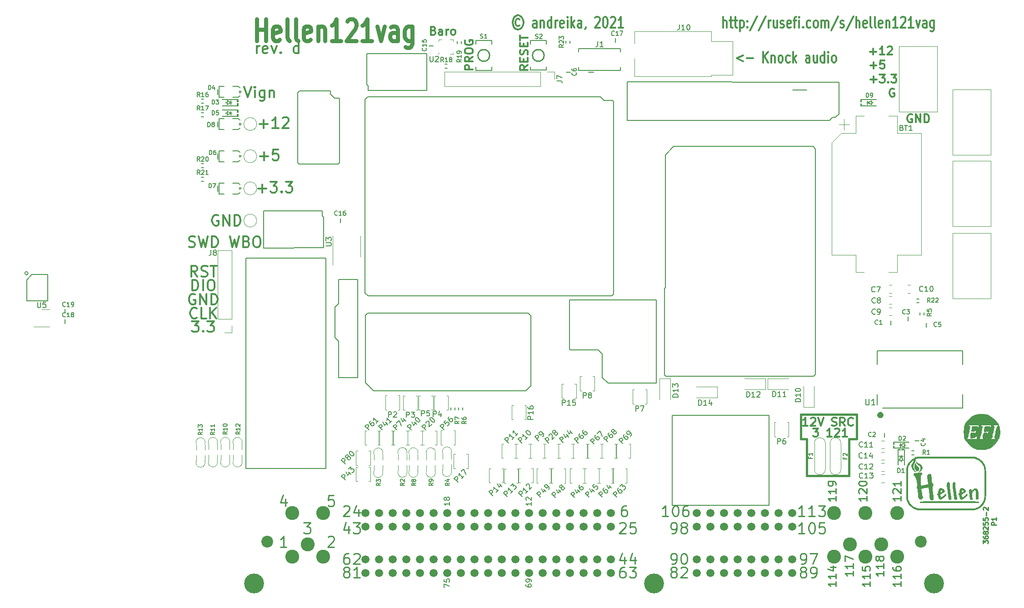
<source format=gto>
G04 #@! TF.GenerationSoftware,KiCad,Pcbnew,8.0.9-8.0.9-0~ubuntu24.04.1*
G04 #@! TF.CreationDate,2026-01-16T08:39:53+00:00*
G04 #@! TF.ProjectId,hellen121vag,68656c6c-656e-4313-9231-7661672e6b69,d*
G04 #@! TF.SameCoordinates,PX2b953a0PY6943058*
G04 #@! TF.FileFunction,Legend,Top*
G04 #@! TF.FilePolarity,Positive*
%FSLAX46Y46*%
G04 Gerber Fmt 4.6, Leading zero omitted, Abs format (unit mm)*
G04 Created by KiCad (PCBNEW 8.0.9-8.0.9-0~ubuntu24.04.1) date 2026-01-16 08:39:53*
%MOMM*%
%LPD*%
G01*
G04 APERTURE LIST*
%ADD10C,0.381000*%
%ADD11C,0.250000*%
%ADD12C,0.300000*%
%ADD13C,0.304800*%
%ADD14C,0.750000*%
%ADD15C,0.200000*%
%ADD16C,0.222250*%
%ADD17C,0.150000*%
%ADD18C,0.170000*%
%ADD19C,0.127000*%
%ADD20C,0.120000*%
%ADD21C,0.203200*%
%ADD22C,0.099060*%
%ADD23C,0.000000*%
%ADD24C,0.002540*%
%ADD25C,0.616000*%
%ADD26C,0.254000*%
%ADD27C,3.700000*%
%ADD28C,2.200000*%
%ADD29C,2.600000*%
%ADD30C,1.500000*%
G04 APERTURE END LIST*
D10*
X129500000Y25575000D02*
X129500000Y32475000D01*
X120500000Y32475000D02*
X121600000Y32475000D01*
X130900000Y36975000D02*
X120500000Y36975000D01*
X121600000Y32475000D02*
X121600000Y25575000D01*
X120500000Y36975000D02*
X120500000Y32475000D01*
X121600000Y25575000D02*
X129500000Y25575000D01*
X130900000Y32475000D02*
X130900000Y36975000D01*
X129500000Y32475000D02*
X130900000Y32475000D01*
D11*
X95841666Y18022762D02*
X94698809Y18022762D01*
X95270237Y18022762D02*
X95270237Y20022762D01*
X95270237Y20022762D02*
X95079761Y19737048D01*
X95079761Y19737048D02*
X94889285Y19546572D01*
X94889285Y19546572D02*
X94698809Y19451334D01*
X97079761Y20022762D02*
X97270238Y20022762D01*
X97270238Y20022762D02*
X97460714Y19927524D01*
X97460714Y19927524D02*
X97555952Y19832286D01*
X97555952Y19832286D02*
X97651190Y19641810D01*
X97651190Y19641810D02*
X97746428Y19260858D01*
X97746428Y19260858D02*
X97746428Y18784667D01*
X97746428Y18784667D02*
X97651190Y18403715D01*
X97651190Y18403715D02*
X97555952Y18213239D01*
X97555952Y18213239D02*
X97460714Y18118000D01*
X97460714Y18118000D02*
X97270238Y18022762D01*
X97270238Y18022762D02*
X97079761Y18022762D01*
X97079761Y18022762D02*
X96889285Y18118000D01*
X96889285Y18118000D02*
X96794047Y18213239D01*
X96794047Y18213239D02*
X96698809Y18403715D01*
X96698809Y18403715D02*
X96603571Y18784667D01*
X96603571Y18784667D02*
X96603571Y19260858D01*
X96603571Y19260858D02*
X96698809Y19641810D01*
X96698809Y19641810D02*
X96794047Y19832286D01*
X96794047Y19832286D02*
X96889285Y19927524D01*
X96889285Y19927524D02*
X97079761Y20022762D01*
X99460714Y20022762D02*
X99079761Y20022762D01*
X99079761Y20022762D02*
X98889285Y19927524D01*
X98889285Y19927524D02*
X98794047Y19832286D01*
X98794047Y19832286D02*
X98603571Y19546572D01*
X98603571Y19546572D02*
X98508333Y19165620D01*
X98508333Y19165620D02*
X98508333Y18403715D01*
X98508333Y18403715D02*
X98603571Y18213239D01*
X98603571Y18213239D02*
X98698809Y18118000D01*
X98698809Y18118000D02*
X98889285Y18022762D01*
X98889285Y18022762D02*
X99270238Y18022762D01*
X99270238Y18022762D02*
X99460714Y18118000D01*
X99460714Y18118000D02*
X99555952Y18213239D01*
X99555952Y18213239D02*
X99651190Y18403715D01*
X99651190Y18403715D02*
X99651190Y18879905D01*
X99651190Y18879905D02*
X99555952Y19070381D01*
X99555952Y19070381D02*
X99460714Y19165620D01*
X99460714Y19165620D02*
X99270238Y19260858D01*
X99270238Y19260858D02*
X98889285Y19260858D01*
X98889285Y19260858D02*
X98698809Y19165620D01*
X98698809Y19165620D02*
X98603571Y19070381D01*
X98603571Y19070381D02*
X98508333Y18879905D01*
X24530952Y21261096D02*
X24530952Y19927762D01*
X24054761Y22023000D02*
X23578571Y20594429D01*
X23578571Y20594429D02*
X24816666Y20594429D01*
X33516190Y21927762D02*
X32563809Y21927762D01*
X32563809Y21927762D02*
X32468571Y20975381D01*
X32468571Y20975381D02*
X32563809Y21070620D01*
X32563809Y21070620D02*
X32754285Y21165858D01*
X32754285Y21165858D02*
X33230476Y21165858D01*
X33230476Y21165858D02*
X33420952Y21070620D01*
X33420952Y21070620D02*
X33516190Y20975381D01*
X33516190Y20975381D02*
X33611428Y20784905D01*
X33611428Y20784905D02*
X33611428Y20308715D01*
X33611428Y20308715D02*
X33516190Y20118239D01*
X33516190Y20118239D02*
X33420952Y20023000D01*
X33420952Y20023000D02*
X33230476Y19927762D01*
X33230476Y19927762D02*
X32754285Y19927762D01*
X32754285Y19927762D02*
X32563809Y20023000D01*
X32563809Y20023000D02*
X32468571Y20118239D01*
X32468571Y14117286D02*
X32563809Y14212524D01*
X32563809Y14212524D02*
X32754285Y14307762D01*
X32754285Y14307762D02*
X33230476Y14307762D01*
X33230476Y14307762D02*
X33420952Y14212524D01*
X33420952Y14212524D02*
X33516190Y14117286D01*
X33516190Y14117286D02*
X33611428Y13926810D01*
X33611428Y13926810D02*
X33611428Y13736334D01*
X33611428Y13736334D02*
X33516190Y13450620D01*
X33516190Y13450620D02*
X32373333Y12307762D01*
X32373333Y12307762D02*
X33611428Y12307762D01*
D12*
X19419143Y79131267D02*
X20942953Y79131267D01*
X20181048Y78369362D02*
X20181048Y79893172D01*
X21704857Y80369362D02*
X22942952Y80369362D01*
X22942952Y80369362D02*
X22276285Y79607458D01*
X22276285Y79607458D02*
X22562000Y79607458D01*
X22562000Y79607458D02*
X22752476Y79512220D01*
X22752476Y79512220D02*
X22847714Y79416981D01*
X22847714Y79416981D02*
X22942952Y79226505D01*
X22942952Y79226505D02*
X22942952Y78750315D01*
X22942952Y78750315D02*
X22847714Y78559839D01*
X22847714Y78559839D02*
X22752476Y78464600D01*
X22752476Y78464600D02*
X22562000Y78369362D01*
X22562000Y78369362D02*
X21990571Y78369362D01*
X21990571Y78369362D02*
X21800095Y78464600D01*
X21800095Y78464600D02*
X21704857Y78559839D01*
X23800095Y78559839D02*
X23895333Y78464600D01*
X23895333Y78464600D02*
X23800095Y78369362D01*
X23800095Y78369362D02*
X23704857Y78464600D01*
X23704857Y78464600D02*
X23800095Y78559839D01*
X23800095Y78559839D02*
X23800095Y78369362D01*
X24562000Y80369362D02*
X25800095Y80369362D01*
X25800095Y80369362D02*
X25133428Y79607458D01*
X25133428Y79607458D02*
X25419143Y79607458D01*
X25419143Y79607458D02*
X25609619Y79512220D01*
X25609619Y79512220D02*
X25704857Y79416981D01*
X25704857Y79416981D02*
X25800095Y79226505D01*
X25800095Y79226505D02*
X25800095Y78750315D01*
X25800095Y78750315D02*
X25704857Y78559839D01*
X25704857Y78559839D02*
X25609619Y78464600D01*
X25609619Y78464600D02*
X25419143Y78369362D01*
X25419143Y78369362D02*
X24847714Y78369362D01*
X24847714Y78369362D02*
X24657238Y78464600D01*
X24657238Y78464600D02*
X24562000Y78559839D01*
D13*
X106069429Y109075809D02*
X106069429Y111107808D01*
X106722572Y109075809D02*
X106722572Y110140190D01*
X106722572Y110140190D02*
X106650000Y110333713D01*
X106650000Y110333713D02*
X106504857Y110430474D01*
X106504857Y110430474D02*
X106287143Y110430474D01*
X106287143Y110430474D02*
X106142000Y110333713D01*
X106142000Y110333713D02*
X106069429Y110236951D01*
X107230571Y110430474D02*
X107811143Y110430474D01*
X107448286Y111107808D02*
X107448286Y109366094D01*
X107448286Y109366094D02*
X107520857Y109172570D01*
X107520857Y109172570D02*
X107666000Y109075809D01*
X107666000Y109075809D02*
X107811143Y109075809D01*
X108101428Y110430474D02*
X108682000Y110430474D01*
X108319143Y111107808D02*
X108319143Y109366094D01*
X108319143Y109366094D02*
X108391714Y109172570D01*
X108391714Y109172570D02*
X108536857Y109075809D01*
X108536857Y109075809D02*
X108682000Y109075809D01*
X109190000Y110430474D02*
X109190000Y108398475D01*
X109190000Y110333713D02*
X109335143Y110430474D01*
X109335143Y110430474D02*
X109625428Y110430474D01*
X109625428Y110430474D02*
X109770571Y110333713D01*
X109770571Y110333713D02*
X109843143Y110236951D01*
X109843143Y110236951D02*
X109915714Y110043428D01*
X109915714Y110043428D02*
X109915714Y109462856D01*
X109915714Y109462856D02*
X109843143Y109269332D01*
X109843143Y109269332D02*
X109770571Y109172570D01*
X109770571Y109172570D02*
X109625428Y109075809D01*
X109625428Y109075809D02*
X109335143Y109075809D01*
X109335143Y109075809D02*
X109190000Y109172570D01*
X110568857Y109269332D02*
X110641428Y109172570D01*
X110641428Y109172570D02*
X110568857Y109075809D01*
X110568857Y109075809D02*
X110496285Y109172570D01*
X110496285Y109172570D02*
X110568857Y109269332D01*
X110568857Y109269332D02*
X110568857Y109075809D01*
X110568857Y110333713D02*
X110641428Y110236951D01*
X110641428Y110236951D02*
X110568857Y110140190D01*
X110568857Y110140190D02*
X110496285Y110236951D01*
X110496285Y110236951D02*
X110568857Y110333713D01*
X110568857Y110333713D02*
X110568857Y110140190D01*
X112383142Y111204570D02*
X111076856Y108591999D01*
X113979713Y111204570D02*
X112673427Y108591999D01*
X114487713Y109075809D02*
X114487713Y110430474D01*
X114487713Y110043428D02*
X114560284Y110236951D01*
X114560284Y110236951D02*
X114632856Y110333713D01*
X114632856Y110333713D02*
X114777998Y110430474D01*
X114777998Y110430474D02*
X114923141Y110430474D01*
X116084285Y110430474D02*
X116084285Y109075809D01*
X115431142Y110430474D02*
X115431142Y109366094D01*
X115431142Y109366094D02*
X115503713Y109172570D01*
X115503713Y109172570D02*
X115648856Y109075809D01*
X115648856Y109075809D02*
X115866570Y109075809D01*
X115866570Y109075809D02*
X116011713Y109172570D01*
X116011713Y109172570D02*
X116084285Y109269332D01*
X116737427Y109172570D02*
X116882570Y109075809D01*
X116882570Y109075809D02*
X117172856Y109075809D01*
X117172856Y109075809D02*
X117317999Y109172570D01*
X117317999Y109172570D02*
X117390570Y109366094D01*
X117390570Y109366094D02*
X117390570Y109462856D01*
X117390570Y109462856D02*
X117317999Y109656380D01*
X117317999Y109656380D02*
X117172856Y109753142D01*
X117172856Y109753142D02*
X116955142Y109753142D01*
X116955142Y109753142D02*
X116809999Y109849904D01*
X116809999Y109849904D02*
X116737427Y110043428D01*
X116737427Y110043428D02*
X116737427Y110140190D01*
X116737427Y110140190D02*
X116809999Y110333713D01*
X116809999Y110333713D02*
X116955142Y110430474D01*
X116955142Y110430474D02*
X117172856Y110430474D01*
X117172856Y110430474D02*
X117317999Y110333713D01*
X118624284Y109172570D02*
X118479141Y109075809D01*
X118479141Y109075809D02*
X118188856Y109075809D01*
X118188856Y109075809D02*
X118043713Y109172570D01*
X118043713Y109172570D02*
X117971141Y109366094D01*
X117971141Y109366094D02*
X117971141Y110140190D01*
X117971141Y110140190D02*
X118043713Y110333713D01*
X118043713Y110333713D02*
X118188856Y110430474D01*
X118188856Y110430474D02*
X118479141Y110430474D01*
X118479141Y110430474D02*
X118624284Y110333713D01*
X118624284Y110333713D02*
X118696856Y110140190D01*
X118696856Y110140190D02*
X118696856Y109946666D01*
X118696856Y109946666D02*
X117971141Y109753142D01*
X119132284Y110430474D02*
X119712856Y110430474D01*
X119349999Y109075809D02*
X119349999Y110817522D01*
X119349999Y110817522D02*
X119422570Y111011046D01*
X119422570Y111011046D02*
X119567713Y111107808D01*
X119567713Y111107808D02*
X119712856Y111107808D01*
X120220856Y109075809D02*
X120220856Y110430474D01*
X120220856Y111107808D02*
X120148284Y111011046D01*
X120148284Y111011046D02*
X120220856Y110914284D01*
X120220856Y110914284D02*
X120293427Y111011046D01*
X120293427Y111011046D02*
X120220856Y111107808D01*
X120220856Y111107808D02*
X120220856Y110914284D01*
X120946570Y109269332D02*
X121019141Y109172570D01*
X121019141Y109172570D02*
X120946570Y109075809D01*
X120946570Y109075809D02*
X120873998Y109172570D01*
X120873998Y109172570D02*
X120946570Y109269332D01*
X120946570Y109269332D02*
X120946570Y109075809D01*
X122325427Y109172570D02*
X122180284Y109075809D01*
X122180284Y109075809D02*
X121889998Y109075809D01*
X121889998Y109075809D02*
X121744855Y109172570D01*
X121744855Y109172570D02*
X121672284Y109269332D01*
X121672284Y109269332D02*
X121599712Y109462856D01*
X121599712Y109462856D02*
X121599712Y110043428D01*
X121599712Y110043428D02*
X121672284Y110236951D01*
X121672284Y110236951D02*
X121744855Y110333713D01*
X121744855Y110333713D02*
X121889998Y110430474D01*
X121889998Y110430474D02*
X122180284Y110430474D01*
X122180284Y110430474D02*
X122325427Y110333713D01*
X123196284Y109075809D02*
X123051141Y109172570D01*
X123051141Y109172570D02*
X122978570Y109269332D01*
X122978570Y109269332D02*
X122905998Y109462856D01*
X122905998Y109462856D02*
X122905998Y110043428D01*
X122905998Y110043428D02*
X122978570Y110236951D01*
X122978570Y110236951D02*
X123051141Y110333713D01*
X123051141Y110333713D02*
X123196284Y110430474D01*
X123196284Y110430474D02*
X123413998Y110430474D01*
X123413998Y110430474D02*
X123559141Y110333713D01*
X123559141Y110333713D02*
X123631713Y110236951D01*
X123631713Y110236951D02*
X123704284Y110043428D01*
X123704284Y110043428D02*
X123704284Y109462856D01*
X123704284Y109462856D02*
X123631713Y109269332D01*
X123631713Y109269332D02*
X123559141Y109172570D01*
X123559141Y109172570D02*
X123413998Y109075809D01*
X123413998Y109075809D02*
X123196284Y109075809D01*
X124357427Y109075809D02*
X124357427Y110430474D01*
X124357427Y110236951D02*
X124429998Y110333713D01*
X124429998Y110333713D02*
X124575141Y110430474D01*
X124575141Y110430474D02*
X124792855Y110430474D01*
X124792855Y110430474D02*
X124937998Y110333713D01*
X124937998Y110333713D02*
X125010570Y110140190D01*
X125010570Y110140190D02*
X125010570Y109075809D01*
X125010570Y110140190D02*
X125083141Y110333713D01*
X125083141Y110333713D02*
X125228284Y110430474D01*
X125228284Y110430474D02*
X125445998Y110430474D01*
X125445998Y110430474D02*
X125591141Y110333713D01*
X125591141Y110333713D02*
X125663712Y110140190D01*
X125663712Y110140190D02*
X125663712Y109075809D01*
X127477998Y111204570D02*
X126171712Y108591999D01*
X127913426Y109172570D02*
X128058569Y109075809D01*
X128058569Y109075809D02*
X128348855Y109075809D01*
X128348855Y109075809D02*
X128493998Y109172570D01*
X128493998Y109172570D02*
X128566569Y109366094D01*
X128566569Y109366094D02*
X128566569Y109462856D01*
X128566569Y109462856D02*
X128493998Y109656380D01*
X128493998Y109656380D02*
X128348855Y109753142D01*
X128348855Y109753142D02*
X128131141Y109753142D01*
X128131141Y109753142D02*
X127985998Y109849904D01*
X127985998Y109849904D02*
X127913426Y110043428D01*
X127913426Y110043428D02*
X127913426Y110140190D01*
X127913426Y110140190D02*
X127985998Y110333713D01*
X127985998Y110333713D02*
X128131141Y110430474D01*
X128131141Y110430474D02*
X128348855Y110430474D01*
X128348855Y110430474D02*
X128493998Y110333713D01*
X130308283Y111204570D02*
X129001997Y108591999D01*
X130816283Y109075809D02*
X130816283Y111107808D01*
X131469426Y109075809D02*
X131469426Y110140190D01*
X131469426Y110140190D02*
X131396854Y110333713D01*
X131396854Y110333713D02*
X131251711Y110430474D01*
X131251711Y110430474D02*
X131033997Y110430474D01*
X131033997Y110430474D02*
X130888854Y110333713D01*
X130888854Y110333713D02*
X130816283Y110236951D01*
X132775711Y109172570D02*
X132630568Y109075809D01*
X132630568Y109075809D02*
X132340283Y109075809D01*
X132340283Y109075809D02*
X132195140Y109172570D01*
X132195140Y109172570D02*
X132122568Y109366094D01*
X132122568Y109366094D02*
X132122568Y110140190D01*
X132122568Y110140190D02*
X132195140Y110333713D01*
X132195140Y110333713D02*
X132340283Y110430474D01*
X132340283Y110430474D02*
X132630568Y110430474D01*
X132630568Y110430474D02*
X132775711Y110333713D01*
X132775711Y110333713D02*
X132848283Y110140190D01*
X132848283Y110140190D02*
X132848283Y109946666D01*
X132848283Y109946666D02*
X132122568Y109753142D01*
X133719140Y109075809D02*
X133573997Y109172570D01*
X133573997Y109172570D02*
X133501426Y109366094D01*
X133501426Y109366094D02*
X133501426Y111107808D01*
X134517426Y109075809D02*
X134372283Y109172570D01*
X134372283Y109172570D02*
X134299712Y109366094D01*
X134299712Y109366094D02*
X134299712Y111107808D01*
X135678569Y109172570D02*
X135533426Y109075809D01*
X135533426Y109075809D02*
X135243141Y109075809D01*
X135243141Y109075809D02*
X135097998Y109172570D01*
X135097998Y109172570D02*
X135025426Y109366094D01*
X135025426Y109366094D02*
X135025426Y110140190D01*
X135025426Y110140190D02*
X135097998Y110333713D01*
X135097998Y110333713D02*
X135243141Y110430474D01*
X135243141Y110430474D02*
X135533426Y110430474D01*
X135533426Y110430474D02*
X135678569Y110333713D01*
X135678569Y110333713D02*
X135751141Y110140190D01*
X135751141Y110140190D02*
X135751141Y109946666D01*
X135751141Y109946666D02*
X135025426Y109753142D01*
X136404284Y110430474D02*
X136404284Y109075809D01*
X136404284Y110236951D02*
X136476855Y110333713D01*
X136476855Y110333713D02*
X136621998Y110430474D01*
X136621998Y110430474D02*
X136839712Y110430474D01*
X136839712Y110430474D02*
X136984855Y110333713D01*
X136984855Y110333713D02*
X137057427Y110140190D01*
X137057427Y110140190D02*
X137057427Y109075809D01*
X138581426Y109075809D02*
X137710569Y109075809D01*
X138145998Y109075809D02*
X138145998Y111107808D01*
X138145998Y111107808D02*
X138000855Y110817522D01*
X138000855Y110817522D02*
X137855712Y110623998D01*
X137855712Y110623998D02*
X137710569Y110527236D01*
X139161998Y110914284D02*
X139234570Y111011046D01*
X139234570Y111011046D02*
X139379713Y111107808D01*
X139379713Y111107808D02*
X139742570Y111107808D01*
X139742570Y111107808D02*
X139887713Y111011046D01*
X139887713Y111011046D02*
X139960284Y110914284D01*
X139960284Y110914284D02*
X140032855Y110720760D01*
X140032855Y110720760D02*
X140032855Y110527236D01*
X140032855Y110527236D02*
X139960284Y110236951D01*
X139960284Y110236951D02*
X139089427Y109075809D01*
X139089427Y109075809D02*
X140032855Y109075809D01*
X141484284Y109075809D02*
X140613427Y109075809D01*
X141048856Y109075809D02*
X141048856Y111107808D01*
X141048856Y111107808D02*
X140903713Y110817522D01*
X140903713Y110817522D02*
X140758570Y110623998D01*
X140758570Y110623998D02*
X140613427Y110527236D01*
X141992285Y110430474D02*
X142355142Y109075809D01*
X142355142Y109075809D02*
X142717999Y110430474D01*
X143951714Y109075809D02*
X143951714Y110140190D01*
X143951714Y110140190D02*
X143879142Y110333713D01*
X143879142Y110333713D02*
X143733999Y110430474D01*
X143733999Y110430474D02*
X143443714Y110430474D01*
X143443714Y110430474D02*
X143298571Y110333713D01*
X143951714Y109172570D02*
X143806571Y109075809D01*
X143806571Y109075809D02*
X143443714Y109075809D01*
X143443714Y109075809D02*
X143298571Y109172570D01*
X143298571Y109172570D02*
X143225999Y109366094D01*
X143225999Y109366094D02*
X143225999Y109559618D01*
X143225999Y109559618D02*
X143298571Y109753142D01*
X143298571Y109753142D02*
X143443714Y109849904D01*
X143443714Y109849904D02*
X143806571Y109849904D01*
X143806571Y109849904D02*
X143951714Y109946666D01*
X145330571Y110430474D02*
X145330571Y108785523D01*
X145330571Y108785523D02*
X145257999Y108591999D01*
X145257999Y108591999D02*
X145185428Y108495237D01*
X145185428Y108495237D02*
X145040285Y108398475D01*
X145040285Y108398475D02*
X144822571Y108398475D01*
X144822571Y108398475D02*
X144677428Y108495237D01*
X145330571Y109172570D02*
X145185428Y109075809D01*
X145185428Y109075809D02*
X144895142Y109075809D01*
X144895142Y109075809D02*
X144749999Y109172570D01*
X144749999Y109172570D02*
X144677428Y109269332D01*
X144677428Y109269332D02*
X144604856Y109462856D01*
X144604856Y109462856D02*
X144604856Y110043428D01*
X144604856Y110043428D02*
X144677428Y110236951D01*
X144677428Y110236951D02*
X144749999Y110333713D01*
X144749999Y110333713D02*
X144895142Y110430474D01*
X144895142Y110430474D02*
X145185428Y110430474D01*
X145185428Y110430474D02*
X145330571Y110333713D01*
D11*
X130240928Y7775002D02*
X130240928Y6917859D01*
X130240928Y7346430D02*
X128740928Y7346430D01*
X128740928Y7346430D02*
X128955214Y7203573D01*
X128955214Y7203573D02*
X129098071Y7060716D01*
X129098071Y7060716D02*
X129169500Y6917859D01*
X130240928Y9203573D02*
X130240928Y8346430D01*
X130240928Y8775001D02*
X128740928Y8775001D01*
X128740928Y8775001D02*
X128955214Y8632144D01*
X128955214Y8632144D02*
X129098071Y8489287D01*
X129098071Y8489287D02*
X129169500Y8346430D01*
X128740928Y9703572D02*
X128740928Y10703572D01*
X128740928Y10703572D02*
X130240928Y10060715D01*
X139130928Y21745002D02*
X139130928Y20887859D01*
X139130928Y21316430D02*
X137630928Y21316430D01*
X137630928Y21316430D02*
X137845214Y21173573D01*
X137845214Y21173573D02*
X137988071Y21030716D01*
X137988071Y21030716D02*
X138059500Y20887859D01*
X137773785Y22316430D02*
X137702357Y22387858D01*
X137702357Y22387858D02*
X137630928Y22530715D01*
X137630928Y22530715D02*
X137630928Y22887858D01*
X137630928Y22887858D02*
X137702357Y23030715D01*
X137702357Y23030715D02*
X137773785Y23102144D01*
X137773785Y23102144D02*
X137916642Y23173573D01*
X137916642Y23173573D02*
X138059500Y23173573D01*
X138059500Y23173573D02*
X138273785Y23102144D01*
X138273785Y23102144D02*
X139130928Y22245001D01*
X139130928Y22245001D02*
X139130928Y23173573D01*
X139130928Y24602144D02*
X139130928Y23745001D01*
X139130928Y24173572D02*
X137630928Y24173572D01*
X137630928Y24173572D02*
X137845214Y24030715D01*
X137845214Y24030715D02*
X137988071Y23887858D01*
X137988071Y23887858D02*
X138059500Y23745001D01*
D13*
X133428000Y104611390D02*
X134589143Y104611390D01*
X134008571Y104030819D02*
X134008571Y105191962D01*
X136113142Y104030819D02*
X135242285Y104030819D01*
X135677714Y104030819D02*
X135677714Y105554819D01*
X135677714Y105554819D02*
X135532571Y105337105D01*
X135532571Y105337105D02*
X135387428Y105191962D01*
X135387428Y105191962D02*
X135242285Y105119390D01*
X136693714Y105409676D02*
X136766286Y105482248D01*
X136766286Y105482248D02*
X136911429Y105554819D01*
X136911429Y105554819D02*
X137274286Y105554819D01*
X137274286Y105554819D02*
X137419429Y105482248D01*
X137419429Y105482248D02*
X137492000Y105409676D01*
X137492000Y105409676D02*
X137564571Y105264533D01*
X137564571Y105264533D02*
X137564571Y105119390D01*
X137564571Y105119390D02*
X137492000Y104901676D01*
X137492000Y104901676D02*
X136621143Y104030819D01*
X136621143Y104030819D02*
X137564571Y104030819D01*
D14*
X19149598Y106633124D02*
X19149598Y110633123D01*
X19149598Y108728362D02*
X20863884Y108728362D01*
X20863884Y106633124D02*
X20863884Y110633123D01*
X23435312Y106823600D02*
X23149598Y106633124D01*
X23149598Y106633124D02*
X22578170Y106633124D01*
X22578170Y106633124D02*
X22292455Y106823600D01*
X22292455Y106823600D02*
X22149598Y107204553D01*
X22149598Y107204553D02*
X22149598Y108728362D01*
X22149598Y108728362D02*
X22292455Y109109315D01*
X22292455Y109109315D02*
X22578170Y109299791D01*
X22578170Y109299791D02*
X23149598Y109299791D01*
X23149598Y109299791D02*
X23435312Y109109315D01*
X23435312Y109109315D02*
X23578170Y108728362D01*
X23578170Y108728362D02*
X23578170Y108347410D01*
X23578170Y108347410D02*
X22149598Y107966458D01*
X25292456Y106633124D02*
X25006741Y106823600D01*
X25006741Y106823600D02*
X24863884Y107204553D01*
X24863884Y107204553D02*
X24863884Y110633123D01*
X26863885Y106633124D02*
X26578170Y106823600D01*
X26578170Y106823600D02*
X26435313Y107204553D01*
X26435313Y107204553D02*
X26435313Y110633123D01*
X29149599Y106823600D02*
X28863885Y106633124D01*
X28863885Y106633124D02*
X28292457Y106633124D01*
X28292457Y106633124D02*
X28006742Y106823600D01*
X28006742Y106823600D02*
X27863885Y107204553D01*
X27863885Y107204553D02*
X27863885Y108728362D01*
X27863885Y108728362D02*
X28006742Y109109315D01*
X28006742Y109109315D02*
X28292457Y109299791D01*
X28292457Y109299791D02*
X28863885Y109299791D01*
X28863885Y109299791D02*
X29149599Y109109315D01*
X29149599Y109109315D02*
X29292457Y108728362D01*
X29292457Y108728362D02*
X29292457Y108347410D01*
X29292457Y108347410D02*
X27863885Y107966458D01*
X30578171Y109299791D02*
X30578171Y106633124D01*
X30578171Y108918839D02*
X30721028Y109109315D01*
X30721028Y109109315D02*
X31006743Y109299791D01*
X31006743Y109299791D02*
X31435314Y109299791D01*
X31435314Y109299791D02*
X31721028Y109109315D01*
X31721028Y109109315D02*
X31863886Y108728362D01*
X31863886Y108728362D02*
X31863886Y106633124D01*
X34863886Y106633124D02*
X33149600Y106633124D01*
X34006743Y106633124D02*
X34006743Y110633123D01*
X34006743Y110633123D02*
X33721029Y110061696D01*
X33721029Y110061696D02*
X33435314Y109680743D01*
X33435314Y109680743D02*
X33149600Y109490267D01*
X36006743Y110252172D02*
X36149600Y110442647D01*
X36149600Y110442647D02*
X36435315Y110633123D01*
X36435315Y110633123D02*
X37149600Y110633123D01*
X37149600Y110633123D02*
X37435315Y110442647D01*
X37435315Y110442647D02*
X37578172Y110252172D01*
X37578172Y110252172D02*
X37721029Y109871220D01*
X37721029Y109871220D02*
X37721029Y109490267D01*
X37721029Y109490267D02*
X37578172Y108918839D01*
X37578172Y108918839D02*
X35863886Y106633124D01*
X35863886Y106633124D02*
X37721029Y106633124D01*
X40578172Y106633124D02*
X38863886Y106633124D01*
X39721029Y106633124D02*
X39721029Y110633123D01*
X39721029Y110633123D02*
X39435315Y110061696D01*
X39435315Y110061696D02*
X39149600Y109680743D01*
X39149600Y109680743D02*
X38863886Y109490267D01*
X41578172Y109299791D02*
X42292458Y106633124D01*
X42292458Y106633124D02*
X43006743Y109299791D01*
X45435315Y106633124D02*
X45435315Y108728362D01*
X45435315Y108728362D02*
X45292457Y109109315D01*
X45292457Y109109315D02*
X45006743Y109299791D01*
X45006743Y109299791D02*
X44435315Y109299791D01*
X44435315Y109299791D02*
X44149600Y109109315D01*
X45435315Y106823600D02*
X45149600Y106633124D01*
X45149600Y106633124D02*
X44435315Y106633124D01*
X44435315Y106633124D02*
X44149600Y106823600D01*
X44149600Y106823600D02*
X44006743Y107204553D01*
X44006743Y107204553D02*
X44006743Y107585505D01*
X44006743Y107585505D02*
X44149600Y107966458D01*
X44149600Y107966458D02*
X44435315Y108156934D01*
X44435315Y108156934D02*
X45149600Y108156934D01*
X45149600Y108156934D02*
X45435315Y108347410D01*
X48149601Y109299791D02*
X48149601Y106061696D01*
X48149601Y106061696D02*
X48006743Y105680743D01*
X48006743Y105680743D02*
X47863886Y105490267D01*
X47863886Y105490267D02*
X47578172Y105299791D01*
X47578172Y105299791D02*
X47149601Y105299791D01*
X47149601Y105299791D02*
X46863886Y105490267D01*
X48149601Y106823600D02*
X47863886Y106633124D01*
X47863886Y106633124D02*
X47292458Y106633124D01*
X47292458Y106633124D02*
X47006743Y106823600D01*
X47006743Y106823600D02*
X46863886Y107014077D01*
X46863886Y107014077D02*
X46721029Y107395029D01*
X46721029Y107395029D02*
X46721029Y108537886D01*
X46721029Y108537886D02*
X46863886Y108918839D01*
X46863886Y108918839D02*
X47006743Y109109315D01*
X47006743Y109109315D02*
X47292458Y109299791D01*
X47292458Y109299791D02*
X47863886Y109299791D01*
X47863886Y109299791D02*
X48149601Y109109315D01*
D15*
X54082219Y4790477D02*
X54082219Y5457143D01*
X54082219Y5457143D02*
X55082219Y5028572D01*
X54082219Y6314286D02*
X54082219Y5838096D01*
X54082219Y5838096D02*
X54558409Y5790477D01*
X54558409Y5790477D02*
X54510790Y5838096D01*
X54510790Y5838096D02*
X54463171Y5933334D01*
X54463171Y5933334D02*
X54463171Y6171429D01*
X54463171Y6171429D02*
X54510790Y6266667D01*
X54510790Y6266667D02*
X54558409Y6314286D01*
X54558409Y6314286D02*
X54653647Y6361905D01*
X54653647Y6361905D02*
X54891742Y6361905D01*
X54891742Y6361905D02*
X54986980Y6314286D01*
X54986980Y6314286D02*
X55034600Y6266667D01*
X55034600Y6266667D02*
X55082219Y6171429D01*
X55082219Y6171429D02*
X55082219Y5933334D01*
X55082219Y5933334D02*
X55034600Y5838096D01*
X55034600Y5838096D02*
X54986980Y5790477D01*
D12*
X19695333Y91131267D02*
X21219143Y91131267D01*
X20457238Y90369362D02*
X20457238Y91893172D01*
X23219142Y90369362D02*
X22076285Y90369362D01*
X22647713Y90369362D02*
X22647713Y92369362D01*
X22647713Y92369362D02*
X22457237Y92083648D01*
X22457237Y92083648D02*
X22266761Y91893172D01*
X22266761Y91893172D02*
X22076285Y91797934D01*
X23981047Y92178886D02*
X24076285Y92274124D01*
X24076285Y92274124D02*
X24266761Y92369362D01*
X24266761Y92369362D02*
X24742952Y92369362D01*
X24742952Y92369362D02*
X24933428Y92274124D01*
X24933428Y92274124D02*
X25028666Y92178886D01*
X25028666Y92178886D02*
X25123904Y91988410D01*
X25123904Y91988410D02*
X25123904Y91797934D01*
X25123904Y91797934D02*
X25028666Y91512220D01*
X25028666Y91512220D02*
X23885809Y90369362D01*
X23885809Y90369362D02*
X25123904Y90369362D01*
D15*
X69322219Y5314286D02*
X69322219Y5123810D01*
X69322219Y5123810D02*
X69369838Y5028572D01*
X69369838Y5028572D02*
X69417457Y4980953D01*
X69417457Y4980953D02*
X69560314Y4885715D01*
X69560314Y4885715D02*
X69750790Y4838096D01*
X69750790Y4838096D02*
X70131742Y4838096D01*
X70131742Y4838096D02*
X70226980Y4885715D01*
X70226980Y4885715D02*
X70274600Y4933334D01*
X70274600Y4933334D02*
X70322219Y5028572D01*
X70322219Y5028572D02*
X70322219Y5219048D01*
X70322219Y5219048D02*
X70274600Y5314286D01*
X70274600Y5314286D02*
X70226980Y5361905D01*
X70226980Y5361905D02*
X70131742Y5409524D01*
X70131742Y5409524D02*
X69893647Y5409524D01*
X69893647Y5409524D02*
X69798409Y5361905D01*
X69798409Y5361905D02*
X69750790Y5314286D01*
X69750790Y5314286D02*
X69703171Y5219048D01*
X69703171Y5219048D02*
X69703171Y5028572D01*
X69703171Y5028572D02*
X69750790Y4933334D01*
X69750790Y4933334D02*
X69798409Y4885715D01*
X69798409Y4885715D02*
X69893647Y4838096D01*
X70322219Y5885715D02*
X70322219Y6076191D01*
X70322219Y6076191D02*
X70274600Y6171429D01*
X70274600Y6171429D02*
X70226980Y6219048D01*
X70226980Y6219048D02*
X70084123Y6314286D01*
X70084123Y6314286D02*
X69893647Y6361905D01*
X69893647Y6361905D02*
X69512695Y6361905D01*
X69512695Y6361905D02*
X69417457Y6314286D01*
X69417457Y6314286D02*
X69369838Y6266667D01*
X69369838Y6266667D02*
X69322219Y6171429D01*
X69322219Y6171429D02*
X69322219Y5980953D01*
X69322219Y5980953D02*
X69369838Y5885715D01*
X69369838Y5885715D02*
X69417457Y5838096D01*
X69417457Y5838096D02*
X69512695Y5790477D01*
X69512695Y5790477D02*
X69750790Y5790477D01*
X69750790Y5790477D02*
X69846028Y5838096D01*
X69846028Y5838096D02*
X69893647Y5885715D01*
X69893647Y5885715D02*
X69941266Y5980953D01*
X69941266Y5980953D02*
X69941266Y6171429D01*
X69941266Y6171429D02*
X69893647Y6266667D01*
X69893647Y6266667D02*
X69846028Y6314286D01*
X69846028Y6314286D02*
X69750790Y6361905D01*
D11*
X86761190Y16657286D02*
X86856428Y16752524D01*
X86856428Y16752524D02*
X87046904Y16847762D01*
X87046904Y16847762D02*
X87523095Y16847762D01*
X87523095Y16847762D02*
X87713571Y16752524D01*
X87713571Y16752524D02*
X87808809Y16657286D01*
X87808809Y16657286D02*
X87904047Y16466810D01*
X87904047Y16466810D02*
X87904047Y16276334D01*
X87904047Y16276334D02*
X87808809Y15990620D01*
X87808809Y15990620D02*
X86665952Y14847762D01*
X86665952Y14847762D02*
X87904047Y14847762D01*
X89713571Y16847762D02*
X88761190Y16847762D01*
X88761190Y16847762D02*
X88665952Y15895381D01*
X88665952Y15895381D02*
X88761190Y15990620D01*
X88761190Y15990620D02*
X88951666Y16085858D01*
X88951666Y16085858D02*
X89427857Y16085858D01*
X89427857Y16085858D02*
X89618333Y15990620D01*
X89618333Y15990620D02*
X89713571Y15895381D01*
X89713571Y15895381D02*
X89808809Y15704905D01*
X89808809Y15704905D02*
X89808809Y15228715D01*
X89808809Y15228715D02*
X89713571Y15038239D01*
X89713571Y15038239D02*
X89618333Y14943000D01*
X89618333Y14943000D02*
X89427857Y14847762D01*
X89427857Y14847762D02*
X88951666Y14847762D01*
X88951666Y14847762D02*
X88761190Y14943000D01*
X88761190Y14943000D02*
X88665952Y15038239D01*
X133415928Y5870002D02*
X133415928Y5012859D01*
X133415928Y5441430D02*
X131915928Y5441430D01*
X131915928Y5441430D02*
X132130214Y5298573D01*
X132130214Y5298573D02*
X132273071Y5155716D01*
X132273071Y5155716D02*
X132344500Y5012859D01*
X133415928Y7298573D02*
X133415928Y6441430D01*
X133415928Y6870001D02*
X131915928Y6870001D01*
X131915928Y6870001D02*
X132130214Y6727144D01*
X132130214Y6727144D02*
X132273071Y6584287D01*
X132273071Y6584287D02*
X132344500Y6441430D01*
X131915928Y8655715D02*
X131915928Y7941429D01*
X131915928Y7941429D02*
X132630214Y7870001D01*
X132630214Y7870001D02*
X132558785Y7941429D01*
X132558785Y7941429D02*
X132487357Y8084286D01*
X132487357Y8084286D02*
X132487357Y8441429D01*
X132487357Y8441429D02*
X132558785Y8584286D01*
X132558785Y8584286D02*
X132630214Y8655715D01*
X132630214Y8655715D02*
X132773071Y8727144D01*
X132773071Y8727144D02*
X133130214Y8727144D01*
X133130214Y8727144D02*
X133273071Y8655715D01*
X133273071Y8655715D02*
X133344500Y8584286D01*
X133344500Y8584286D02*
X133415928Y8441429D01*
X133415928Y8441429D02*
X133415928Y8084286D01*
X133415928Y8084286D02*
X133344500Y7941429D01*
X133344500Y7941429D02*
X133273071Y7870001D01*
X36278571Y16181096D02*
X36278571Y14847762D01*
X35802380Y16943000D02*
X35326190Y15514429D01*
X35326190Y15514429D02*
X36564285Y15514429D01*
X37135714Y16847762D02*
X38373809Y16847762D01*
X38373809Y16847762D02*
X37707142Y16085858D01*
X37707142Y16085858D02*
X37992857Y16085858D01*
X37992857Y16085858D02*
X38183333Y15990620D01*
X38183333Y15990620D02*
X38278571Y15895381D01*
X38278571Y15895381D02*
X38373809Y15704905D01*
X38373809Y15704905D02*
X38373809Y15228715D01*
X38373809Y15228715D02*
X38278571Y15038239D01*
X38278571Y15038239D02*
X38183333Y14943000D01*
X38183333Y14943000D02*
X37992857Y14847762D01*
X37992857Y14847762D02*
X37421428Y14847762D01*
X37421428Y14847762D02*
X37230952Y14943000D01*
X37230952Y14943000D02*
X37135714Y15038239D01*
D13*
X141238857Y92862248D02*
X141093715Y92934819D01*
X141093715Y92934819D02*
X140876000Y92934819D01*
X140876000Y92934819D02*
X140658286Y92862248D01*
X140658286Y92862248D02*
X140513143Y92717105D01*
X140513143Y92717105D02*
X140440572Y92571962D01*
X140440572Y92571962D02*
X140368000Y92281676D01*
X140368000Y92281676D02*
X140368000Y92063962D01*
X140368000Y92063962D02*
X140440572Y91773676D01*
X140440572Y91773676D02*
X140513143Y91628533D01*
X140513143Y91628533D02*
X140658286Y91483390D01*
X140658286Y91483390D02*
X140876000Y91410819D01*
X140876000Y91410819D02*
X141021143Y91410819D01*
X141021143Y91410819D02*
X141238857Y91483390D01*
X141238857Y91483390D02*
X141311429Y91555962D01*
X141311429Y91555962D02*
X141311429Y92063962D01*
X141311429Y92063962D02*
X141021143Y92063962D01*
X141964572Y91410819D02*
X141964572Y92934819D01*
X141964572Y92934819D02*
X142835429Y91410819D01*
X142835429Y91410819D02*
X142835429Y92934819D01*
X143561143Y91410819D02*
X143561143Y92934819D01*
X143561143Y92934819D02*
X143924000Y92934819D01*
X143924000Y92934819D02*
X144141714Y92862248D01*
X144141714Y92862248D02*
X144286857Y92717105D01*
X144286857Y92717105D02*
X144359428Y92571962D01*
X144359428Y92571962D02*
X144432000Y92281676D01*
X144432000Y92281676D02*
X144432000Y92063962D01*
X144432000Y92063962D02*
X144359428Y91773676D01*
X144359428Y91773676D02*
X144286857Y91628533D01*
X144286857Y91628533D02*
X144141714Y91483390D01*
X144141714Y91483390D02*
X143924000Y91410819D01*
X143924000Y91410819D02*
X143561143Y91410819D01*
D15*
X55082219Y20649524D02*
X55082219Y20078096D01*
X55082219Y20363810D02*
X54082219Y20363810D01*
X54082219Y20363810D02*
X54225076Y20268572D01*
X54225076Y20268572D02*
X54320314Y20173334D01*
X54320314Y20173334D02*
X54367933Y20078096D01*
X54510790Y21220953D02*
X54463171Y21125715D01*
X54463171Y21125715D02*
X54415552Y21078096D01*
X54415552Y21078096D02*
X54320314Y21030477D01*
X54320314Y21030477D02*
X54272695Y21030477D01*
X54272695Y21030477D02*
X54177457Y21078096D01*
X54177457Y21078096D02*
X54129838Y21125715D01*
X54129838Y21125715D02*
X54082219Y21220953D01*
X54082219Y21220953D02*
X54082219Y21411429D01*
X54082219Y21411429D02*
X54129838Y21506667D01*
X54129838Y21506667D02*
X54177457Y21554286D01*
X54177457Y21554286D02*
X54272695Y21601905D01*
X54272695Y21601905D02*
X54320314Y21601905D01*
X54320314Y21601905D02*
X54415552Y21554286D01*
X54415552Y21554286D02*
X54463171Y21506667D01*
X54463171Y21506667D02*
X54510790Y21411429D01*
X54510790Y21411429D02*
X54510790Y21220953D01*
X54510790Y21220953D02*
X54558409Y21125715D01*
X54558409Y21125715D02*
X54606028Y21078096D01*
X54606028Y21078096D02*
X54701266Y21030477D01*
X54701266Y21030477D02*
X54891742Y21030477D01*
X54891742Y21030477D02*
X54986980Y21078096D01*
X54986980Y21078096D02*
X55034600Y21125715D01*
X55034600Y21125715D02*
X55082219Y21220953D01*
X55082219Y21220953D02*
X55082219Y21411429D01*
X55082219Y21411429D02*
X55034600Y21506667D01*
X55034600Y21506667D02*
X54986980Y21554286D01*
X54986980Y21554286D02*
X54891742Y21601905D01*
X54891742Y21601905D02*
X54701266Y21601905D01*
X54701266Y21601905D02*
X54606028Y21554286D01*
X54606028Y21554286D02*
X54558409Y21506667D01*
X54558409Y21506667D02*
X54510790Y21411429D01*
D12*
X7152381Y60090362D02*
X7152381Y62090362D01*
X7152381Y62090362D02*
X7628571Y62090362D01*
X7628571Y62090362D02*
X7914286Y61995124D01*
X7914286Y61995124D02*
X8104762Y61804648D01*
X8104762Y61804648D02*
X8200000Y61614172D01*
X8200000Y61614172D02*
X8295238Y61233220D01*
X8295238Y61233220D02*
X8295238Y60947505D01*
X8295238Y60947505D02*
X8200000Y60566553D01*
X8200000Y60566553D02*
X8104762Y60376077D01*
X8104762Y60376077D02*
X7914286Y60185600D01*
X7914286Y60185600D02*
X7628571Y60090362D01*
X7628571Y60090362D02*
X7152381Y60090362D01*
X9152381Y60090362D02*
X9152381Y62090362D01*
X10485714Y62090362D02*
X10866667Y62090362D01*
X10866667Y62090362D02*
X11057143Y61995124D01*
X11057143Y61995124D02*
X11247619Y61804648D01*
X11247619Y61804648D02*
X11342857Y61423696D01*
X11342857Y61423696D02*
X11342857Y60757029D01*
X11342857Y60757029D02*
X11247619Y60376077D01*
X11247619Y60376077D02*
X11057143Y60185600D01*
X11057143Y60185600D02*
X10866667Y60090362D01*
X10866667Y60090362D02*
X10485714Y60090362D01*
X10485714Y60090362D02*
X10295238Y60185600D01*
X10295238Y60185600D02*
X10104762Y60376077D01*
X10104762Y60376077D02*
X10009524Y60757029D01*
X10009524Y60757029D02*
X10009524Y61423696D01*
X10009524Y61423696D02*
X10104762Y61804648D01*
X10104762Y61804648D02*
X10295238Y61995124D01*
X10295238Y61995124D02*
X10485714Y62090362D01*
D11*
X120606666Y9132762D02*
X120987618Y9132762D01*
X120987618Y9132762D02*
X121178095Y9228000D01*
X121178095Y9228000D02*
X121273333Y9323239D01*
X121273333Y9323239D02*
X121463809Y9608953D01*
X121463809Y9608953D02*
X121559047Y9989905D01*
X121559047Y9989905D02*
X121559047Y10751810D01*
X121559047Y10751810D02*
X121463809Y10942286D01*
X121463809Y10942286D02*
X121368571Y11037524D01*
X121368571Y11037524D02*
X121178095Y11132762D01*
X121178095Y11132762D02*
X120797142Y11132762D01*
X120797142Y11132762D02*
X120606666Y11037524D01*
X120606666Y11037524D02*
X120511428Y10942286D01*
X120511428Y10942286D02*
X120416190Y10751810D01*
X120416190Y10751810D02*
X120416190Y10275620D01*
X120416190Y10275620D02*
X120511428Y10085143D01*
X120511428Y10085143D02*
X120606666Y9989905D01*
X120606666Y9989905D02*
X120797142Y9894667D01*
X120797142Y9894667D02*
X121178095Y9894667D01*
X121178095Y9894667D02*
X121368571Y9989905D01*
X121368571Y9989905D02*
X121463809Y10085143D01*
X121463809Y10085143D02*
X121559047Y10275620D01*
X122225714Y11132762D02*
X123559047Y11132762D01*
X123559047Y11132762D02*
X122701904Y9132762D01*
D12*
X11976190Y74095124D02*
X11785714Y74190362D01*
X11785714Y74190362D02*
X11500000Y74190362D01*
X11500000Y74190362D02*
X11214285Y74095124D01*
X11214285Y74095124D02*
X11023809Y73904648D01*
X11023809Y73904648D02*
X10928571Y73714172D01*
X10928571Y73714172D02*
X10833333Y73333220D01*
X10833333Y73333220D02*
X10833333Y73047505D01*
X10833333Y73047505D02*
X10928571Y72666553D01*
X10928571Y72666553D02*
X11023809Y72476077D01*
X11023809Y72476077D02*
X11214285Y72285600D01*
X11214285Y72285600D02*
X11500000Y72190362D01*
X11500000Y72190362D02*
X11690476Y72190362D01*
X11690476Y72190362D02*
X11976190Y72285600D01*
X11976190Y72285600D02*
X12071428Y72380839D01*
X12071428Y72380839D02*
X12071428Y73047505D01*
X12071428Y73047505D02*
X11690476Y73047505D01*
X12928571Y72190362D02*
X12928571Y74190362D01*
X12928571Y74190362D02*
X14071428Y72190362D01*
X14071428Y72190362D02*
X14071428Y74190362D01*
X15023809Y72190362D02*
X15023809Y74190362D01*
X15023809Y74190362D02*
X15499999Y74190362D01*
X15499999Y74190362D02*
X15785714Y74095124D01*
X15785714Y74095124D02*
X15976190Y73904648D01*
X15976190Y73904648D02*
X16071428Y73714172D01*
X16071428Y73714172D02*
X16166666Y73333220D01*
X16166666Y73333220D02*
X16166666Y73047505D01*
X16166666Y73047505D02*
X16071428Y72666553D01*
X16071428Y72666553D02*
X15976190Y72476077D01*
X15976190Y72476077D02*
X15785714Y72285600D01*
X15785714Y72285600D02*
X15499999Y72190362D01*
X15499999Y72190362D02*
X15023809Y72190362D01*
D13*
X69678078Y102086572D02*
X68963792Y101578572D01*
X69678078Y101215715D02*
X68178078Y101215715D01*
X68178078Y101215715D02*
X68178078Y101796286D01*
X68178078Y101796286D02*
X68249507Y101941429D01*
X68249507Y101941429D02*
X68320935Y102014000D01*
X68320935Y102014000D02*
X68463792Y102086572D01*
X68463792Y102086572D02*
X68678078Y102086572D01*
X68678078Y102086572D02*
X68820935Y102014000D01*
X68820935Y102014000D02*
X68892364Y101941429D01*
X68892364Y101941429D02*
X68963792Y101796286D01*
X68963792Y101796286D02*
X68963792Y101215715D01*
X68892364Y102739715D02*
X68892364Y103247715D01*
X69678078Y103465429D02*
X69678078Y102739715D01*
X69678078Y102739715D02*
X68178078Y102739715D01*
X68178078Y102739715D02*
X68178078Y103465429D01*
X69606650Y104046000D02*
X69678078Y104263714D01*
X69678078Y104263714D02*
X69678078Y104626572D01*
X69678078Y104626572D02*
X69606650Y104771714D01*
X69606650Y104771714D02*
X69535221Y104844286D01*
X69535221Y104844286D02*
X69392364Y104916857D01*
X69392364Y104916857D02*
X69249507Y104916857D01*
X69249507Y104916857D02*
X69106650Y104844286D01*
X69106650Y104844286D02*
X69035221Y104771714D01*
X69035221Y104771714D02*
X68963792Y104626572D01*
X68963792Y104626572D02*
X68892364Y104336286D01*
X68892364Y104336286D02*
X68820935Y104191143D01*
X68820935Y104191143D02*
X68749507Y104118572D01*
X68749507Y104118572D02*
X68606650Y104046000D01*
X68606650Y104046000D02*
X68463792Y104046000D01*
X68463792Y104046000D02*
X68320935Y104118572D01*
X68320935Y104118572D02*
X68249507Y104191143D01*
X68249507Y104191143D02*
X68178078Y104336286D01*
X68178078Y104336286D02*
X68178078Y104699143D01*
X68178078Y104699143D02*
X68249507Y104916857D01*
X68892364Y105570001D02*
X68892364Y106078001D01*
X69678078Y106295715D02*
X69678078Y105570001D01*
X69678078Y105570001D02*
X68178078Y105570001D01*
X68178078Y105570001D02*
X68178078Y106295715D01*
X68178078Y106731143D02*
X68178078Y107602000D01*
X69678078Y107166572D02*
X68178078Y107166572D01*
D11*
X35326190Y19832286D02*
X35421428Y19927524D01*
X35421428Y19927524D02*
X35611904Y20022762D01*
X35611904Y20022762D02*
X36088095Y20022762D01*
X36088095Y20022762D02*
X36278571Y19927524D01*
X36278571Y19927524D02*
X36373809Y19832286D01*
X36373809Y19832286D02*
X36469047Y19641810D01*
X36469047Y19641810D02*
X36469047Y19451334D01*
X36469047Y19451334D02*
X36373809Y19165620D01*
X36373809Y19165620D02*
X35230952Y18022762D01*
X35230952Y18022762D02*
X36469047Y18022762D01*
X38183333Y19356096D02*
X38183333Y18022762D01*
X37707142Y20118000D02*
X37230952Y18689429D01*
X37230952Y18689429D02*
X38469047Y18689429D01*
X96476666Y14847762D02*
X96857618Y14847762D01*
X96857618Y14847762D02*
X97048095Y14943000D01*
X97048095Y14943000D02*
X97143333Y15038239D01*
X97143333Y15038239D02*
X97333809Y15323953D01*
X97333809Y15323953D02*
X97429047Y15704905D01*
X97429047Y15704905D02*
X97429047Y16466810D01*
X97429047Y16466810D02*
X97333809Y16657286D01*
X97333809Y16657286D02*
X97238571Y16752524D01*
X97238571Y16752524D02*
X97048095Y16847762D01*
X97048095Y16847762D02*
X96667142Y16847762D01*
X96667142Y16847762D02*
X96476666Y16752524D01*
X96476666Y16752524D02*
X96381428Y16657286D01*
X96381428Y16657286D02*
X96286190Y16466810D01*
X96286190Y16466810D02*
X96286190Y15990620D01*
X96286190Y15990620D02*
X96381428Y15800143D01*
X96381428Y15800143D02*
X96476666Y15704905D01*
X96476666Y15704905D02*
X96667142Y15609667D01*
X96667142Y15609667D02*
X97048095Y15609667D01*
X97048095Y15609667D02*
X97238571Y15704905D01*
X97238571Y15704905D02*
X97333809Y15800143D01*
X97333809Y15800143D02*
X97429047Y15990620D01*
X98571904Y15990620D02*
X98381428Y16085858D01*
X98381428Y16085858D02*
X98286190Y16181096D01*
X98286190Y16181096D02*
X98190952Y16371572D01*
X98190952Y16371572D02*
X98190952Y16466810D01*
X98190952Y16466810D02*
X98286190Y16657286D01*
X98286190Y16657286D02*
X98381428Y16752524D01*
X98381428Y16752524D02*
X98571904Y16847762D01*
X98571904Y16847762D02*
X98952857Y16847762D01*
X98952857Y16847762D02*
X99143333Y16752524D01*
X99143333Y16752524D02*
X99238571Y16657286D01*
X99238571Y16657286D02*
X99333809Y16466810D01*
X99333809Y16466810D02*
X99333809Y16371572D01*
X99333809Y16371572D02*
X99238571Y16181096D01*
X99238571Y16181096D02*
X99143333Y16085858D01*
X99143333Y16085858D02*
X98952857Y15990620D01*
X98952857Y15990620D02*
X98571904Y15990620D01*
X98571904Y15990620D02*
X98381428Y15895381D01*
X98381428Y15895381D02*
X98286190Y15800143D01*
X98286190Y15800143D02*
X98190952Y15609667D01*
X98190952Y15609667D02*
X98190952Y15228715D01*
X98190952Y15228715D02*
X98286190Y15038239D01*
X98286190Y15038239D02*
X98381428Y14943000D01*
X98381428Y14943000D02*
X98571904Y14847762D01*
X98571904Y14847762D02*
X98952857Y14847762D01*
X98952857Y14847762D02*
X99143333Y14943000D01*
X99143333Y14943000D02*
X99238571Y15038239D01*
X99238571Y15038239D02*
X99333809Y15228715D01*
X99333809Y15228715D02*
X99333809Y15609667D01*
X99333809Y15609667D02*
X99238571Y15800143D01*
X99238571Y15800143D02*
X99143333Y15895381D01*
X99143333Y15895381D02*
X98952857Y15990620D01*
D13*
X68126142Y110623998D02*
X67980999Y110720760D01*
X67980999Y110720760D02*
X67690713Y110720760D01*
X67690713Y110720760D02*
X67545571Y110623998D01*
X67545571Y110623998D02*
X67400428Y110430474D01*
X67400428Y110430474D02*
X67327856Y110236951D01*
X67327856Y110236951D02*
X67327856Y109849904D01*
X67327856Y109849904D02*
X67400428Y109656380D01*
X67400428Y109656380D02*
X67545571Y109462856D01*
X67545571Y109462856D02*
X67690713Y109366094D01*
X67690713Y109366094D02*
X67980999Y109366094D01*
X67980999Y109366094D02*
X68126142Y109462856D01*
X67835856Y111398093D02*
X67472999Y111301331D01*
X67472999Y111301331D02*
X67110142Y111011046D01*
X67110142Y111011046D02*
X66892428Y110527236D01*
X66892428Y110527236D02*
X66819856Y110043428D01*
X66819856Y110043428D02*
X66892428Y109559618D01*
X66892428Y109559618D02*
X67110142Y109075809D01*
X67110142Y109075809D02*
X67472999Y108785523D01*
X67472999Y108785523D02*
X67835856Y108688761D01*
X67835856Y108688761D02*
X68198713Y108785523D01*
X68198713Y108785523D02*
X68561571Y109075809D01*
X68561571Y109075809D02*
X68779285Y109559618D01*
X68779285Y109559618D02*
X68851856Y110043428D01*
X68851856Y110043428D02*
X68779285Y110527236D01*
X68779285Y110527236D02*
X68561571Y111011046D01*
X68561571Y111011046D02*
X68198713Y111301331D01*
X68198713Y111301331D02*
X67835856Y111398093D01*
X71319285Y109075809D02*
X71319285Y110140190D01*
X71319285Y110140190D02*
X71246713Y110333713D01*
X71246713Y110333713D02*
X71101570Y110430474D01*
X71101570Y110430474D02*
X70811285Y110430474D01*
X70811285Y110430474D02*
X70666142Y110333713D01*
X71319285Y109172570D02*
X71174142Y109075809D01*
X71174142Y109075809D02*
X70811285Y109075809D01*
X70811285Y109075809D02*
X70666142Y109172570D01*
X70666142Y109172570D02*
X70593570Y109366094D01*
X70593570Y109366094D02*
X70593570Y109559618D01*
X70593570Y109559618D02*
X70666142Y109753142D01*
X70666142Y109753142D02*
X70811285Y109849904D01*
X70811285Y109849904D02*
X71174142Y109849904D01*
X71174142Y109849904D02*
X71319285Y109946666D01*
X72044999Y110430474D02*
X72044999Y109075809D01*
X72044999Y110236951D02*
X72117570Y110333713D01*
X72117570Y110333713D02*
X72262713Y110430474D01*
X72262713Y110430474D02*
X72480427Y110430474D01*
X72480427Y110430474D02*
X72625570Y110333713D01*
X72625570Y110333713D02*
X72698142Y110140190D01*
X72698142Y110140190D02*
X72698142Y109075809D01*
X74076999Y109075809D02*
X74076999Y111107808D01*
X74076999Y109172570D02*
X73931856Y109075809D01*
X73931856Y109075809D02*
X73641570Y109075809D01*
X73641570Y109075809D02*
X73496427Y109172570D01*
X73496427Y109172570D02*
X73423856Y109269332D01*
X73423856Y109269332D02*
X73351284Y109462856D01*
X73351284Y109462856D02*
X73351284Y110043428D01*
X73351284Y110043428D02*
X73423856Y110236951D01*
X73423856Y110236951D02*
X73496427Y110333713D01*
X73496427Y110333713D02*
X73641570Y110430474D01*
X73641570Y110430474D02*
X73931856Y110430474D01*
X73931856Y110430474D02*
X74076999Y110333713D01*
X74802713Y109075809D02*
X74802713Y110430474D01*
X74802713Y110043428D02*
X74875284Y110236951D01*
X74875284Y110236951D02*
X74947856Y110333713D01*
X74947856Y110333713D02*
X75092998Y110430474D01*
X75092998Y110430474D02*
X75238141Y110430474D01*
X76326713Y109172570D02*
X76181570Y109075809D01*
X76181570Y109075809D02*
X75891285Y109075809D01*
X75891285Y109075809D02*
X75746142Y109172570D01*
X75746142Y109172570D02*
X75673570Y109366094D01*
X75673570Y109366094D02*
X75673570Y110140190D01*
X75673570Y110140190D02*
X75746142Y110333713D01*
X75746142Y110333713D02*
X75891285Y110430474D01*
X75891285Y110430474D02*
X76181570Y110430474D01*
X76181570Y110430474D02*
X76326713Y110333713D01*
X76326713Y110333713D02*
X76399285Y110140190D01*
X76399285Y110140190D02*
X76399285Y109946666D01*
X76399285Y109946666D02*
X75673570Y109753142D01*
X77052428Y109075809D02*
X77052428Y110430474D01*
X77052428Y111107808D02*
X76979856Y111011046D01*
X76979856Y111011046D02*
X77052428Y110914284D01*
X77052428Y110914284D02*
X77124999Y111011046D01*
X77124999Y111011046D02*
X77052428Y111107808D01*
X77052428Y111107808D02*
X77052428Y110914284D01*
X77778142Y109075809D02*
X77778142Y111107808D01*
X77923285Y109849904D02*
X78358713Y109075809D01*
X78358713Y110430474D02*
X77778142Y109656380D01*
X79664999Y109075809D02*
X79664999Y110140190D01*
X79664999Y110140190D02*
X79592427Y110333713D01*
X79592427Y110333713D02*
X79447284Y110430474D01*
X79447284Y110430474D02*
X79156999Y110430474D01*
X79156999Y110430474D02*
X79011856Y110333713D01*
X79664999Y109172570D02*
X79519856Y109075809D01*
X79519856Y109075809D02*
X79156999Y109075809D01*
X79156999Y109075809D02*
X79011856Y109172570D01*
X79011856Y109172570D02*
X78939284Y109366094D01*
X78939284Y109366094D02*
X78939284Y109559618D01*
X78939284Y109559618D02*
X79011856Y109753142D01*
X79011856Y109753142D02*
X79156999Y109849904D01*
X79156999Y109849904D02*
X79519856Y109849904D01*
X79519856Y109849904D02*
X79664999Y109946666D01*
X80463284Y109172570D02*
X80463284Y109075809D01*
X80463284Y109075809D02*
X80390713Y108882285D01*
X80390713Y108882285D02*
X80318141Y108785523D01*
X82204998Y110914284D02*
X82277570Y111011046D01*
X82277570Y111011046D02*
X82422713Y111107808D01*
X82422713Y111107808D02*
X82785570Y111107808D01*
X82785570Y111107808D02*
X82930713Y111011046D01*
X82930713Y111011046D02*
X83003284Y110914284D01*
X83003284Y110914284D02*
X83075855Y110720760D01*
X83075855Y110720760D02*
X83075855Y110527236D01*
X83075855Y110527236D02*
X83003284Y110236951D01*
X83003284Y110236951D02*
X82132427Y109075809D01*
X82132427Y109075809D02*
X83075855Y109075809D01*
X84019284Y111107808D02*
X84164427Y111107808D01*
X84164427Y111107808D02*
X84309570Y111011046D01*
X84309570Y111011046D02*
X84382142Y110914284D01*
X84382142Y110914284D02*
X84454713Y110720760D01*
X84454713Y110720760D02*
X84527284Y110333713D01*
X84527284Y110333713D02*
X84527284Y109849904D01*
X84527284Y109849904D02*
X84454713Y109462856D01*
X84454713Y109462856D02*
X84382142Y109269332D01*
X84382142Y109269332D02*
X84309570Y109172570D01*
X84309570Y109172570D02*
X84164427Y109075809D01*
X84164427Y109075809D02*
X84019284Y109075809D01*
X84019284Y109075809D02*
X83874142Y109172570D01*
X83874142Y109172570D02*
X83801570Y109269332D01*
X83801570Y109269332D02*
X83728999Y109462856D01*
X83728999Y109462856D02*
X83656427Y109849904D01*
X83656427Y109849904D02*
X83656427Y110333713D01*
X83656427Y110333713D02*
X83728999Y110720760D01*
X83728999Y110720760D02*
X83801570Y110914284D01*
X83801570Y110914284D02*
X83874142Y111011046D01*
X83874142Y111011046D02*
X84019284Y111107808D01*
X85107856Y110914284D02*
X85180428Y111011046D01*
X85180428Y111011046D02*
X85325571Y111107808D01*
X85325571Y111107808D02*
X85688428Y111107808D01*
X85688428Y111107808D02*
X85833571Y111011046D01*
X85833571Y111011046D02*
X85906142Y110914284D01*
X85906142Y110914284D02*
X85978713Y110720760D01*
X85978713Y110720760D02*
X85978713Y110527236D01*
X85978713Y110527236D02*
X85906142Y110236951D01*
X85906142Y110236951D02*
X85035285Y109075809D01*
X85035285Y109075809D02*
X85978713Y109075809D01*
X87430142Y109075809D02*
X86559285Y109075809D01*
X86994714Y109075809D02*
X86994714Y111107808D01*
X86994714Y111107808D02*
X86849571Y110817522D01*
X86849571Y110817522D02*
X86704428Y110623998D01*
X86704428Y110623998D02*
X86559285Y110527236D01*
X126283999Y32885819D02*
X125413142Y32885819D01*
X125848571Y32885819D02*
X125848571Y34409819D01*
X125848571Y34409819D02*
X125703428Y34192105D01*
X125703428Y34192105D02*
X125558285Y34046962D01*
X125558285Y34046962D02*
X125413142Y33974390D01*
X126864571Y34264676D02*
X126937143Y34337248D01*
X126937143Y34337248D02*
X127082286Y34409819D01*
X127082286Y34409819D02*
X127445143Y34409819D01*
X127445143Y34409819D02*
X127590286Y34337248D01*
X127590286Y34337248D02*
X127662857Y34264676D01*
X127662857Y34264676D02*
X127735428Y34119533D01*
X127735428Y34119533D02*
X127735428Y33974390D01*
X127735428Y33974390D02*
X127662857Y33756676D01*
X127662857Y33756676D02*
X126792000Y32885819D01*
X126792000Y32885819D02*
X127735428Y32885819D01*
X129186857Y32885819D02*
X128316000Y32885819D01*
X128751429Y32885819D02*
X128751429Y34409819D01*
X128751429Y34409819D02*
X128606286Y34192105D01*
X128606286Y34192105D02*
X128461143Y34046962D01*
X128461143Y34046962D02*
X128316000Y33974390D01*
D11*
X135955928Y7775002D02*
X135955928Y6917859D01*
X135955928Y7346430D02*
X134455928Y7346430D01*
X134455928Y7346430D02*
X134670214Y7203573D01*
X134670214Y7203573D02*
X134813071Y7060716D01*
X134813071Y7060716D02*
X134884500Y6917859D01*
X135955928Y9203573D02*
X135955928Y8346430D01*
X135955928Y8775001D02*
X134455928Y8775001D01*
X134455928Y8775001D02*
X134670214Y8632144D01*
X134670214Y8632144D02*
X134813071Y8489287D01*
X134813071Y8489287D02*
X134884500Y8346430D01*
X135098785Y10060715D02*
X135027357Y9917858D01*
X135027357Y9917858D02*
X134955928Y9846429D01*
X134955928Y9846429D02*
X134813071Y9775001D01*
X134813071Y9775001D02*
X134741642Y9775001D01*
X134741642Y9775001D02*
X134598785Y9846429D01*
X134598785Y9846429D02*
X134527357Y9917858D01*
X134527357Y9917858D02*
X134455928Y10060715D01*
X134455928Y10060715D02*
X134455928Y10346429D01*
X134455928Y10346429D02*
X134527357Y10489286D01*
X134527357Y10489286D02*
X134598785Y10560715D01*
X134598785Y10560715D02*
X134741642Y10632144D01*
X134741642Y10632144D02*
X134813071Y10632144D01*
X134813071Y10632144D02*
X134955928Y10560715D01*
X134955928Y10560715D02*
X135027357Y10489286D01*
X135027357Y10489286D02*
X135098785Y10346429D01*
X135098785Y10346429D02*
X135098785Y10060715D01*
X135098785Y10060715D02*
X135170214Y9917858D01*
X135170214Y9917858D02*
X135241642Y9846429D01*
X135241642Y9846429D02*
X135384500Y9775001D01*
X135384500Y9775001D02*
X135670214Y9775001D01*
X135670214Y9775001D02*
X135813071Y9846429D01*
X135813071Y9846429D02*
X135884500Y9917858D01*
X135884500Y9917858D02*
X135955928Y10060715D01*
X135955928Y10060715D02*
X135955928Y10346429D01*
X135955928Y10346429D02*
X135884500Y10489286D01*
X135884500Y10489286D02*
X135813071Y10560715D01*
X135813071Y10560715D02*
X135670214Y10632144D01*
X135670214Y10632144D02*
X135384500Y10632144D01*
X135384500Y10632144D02*
X135241642Y10560715D01*
X135241642Y10560715D02*
X135170214Y10489286D01*
X135170214Y10489286D02*
X135098785Y10346429D01*
D12*
X6533333Y68285600D02*
X6819047Y68190362D01*
X6819047Y68190362D02*
X7295238Y68190362D01*
X7295238Y68190362D02*
X7485714Y68285600D01*
X7485714Y68285600D02*
X7580952Y68380839D01*
X7580952Y68380839D02*
X7676190Y68571315D01*
X7676190Y68571315D02*
X7676190Y68761791D01*
X7676190Y68761791D02*
X7580952Y68952267D01*
X7580952Y68952267D02*
X7485714Y69047505D01*
X7485714Y69047505D02*
X7295238Y69142743D01*
X7295238Y69142743D02*
X6914285Y69237981D01*
X6914285Y69237981D02*
X6723809Y69333220D01*
X6723809Y69333220D02*
X6628571Y69428458D01*
X6628571Y69428458D02*
X6533333Y69618934D01*
X6533333Y69618934D02*
X6533333Y69809410D01*
X6533333Y69809410D02*
X6628571Y69999886D01*
X6628571Y69999886D02*
X6723809Y70095124D01*
X6723809Y70095124D02*
X6914285Y70190362D01*
X6914285Y70190362D02*
X7390476Y70190362D01*
X7390476Y70190362D02*
X7676190Y70095124D01*
X8342857Y70190362D02*
X8819047Y68190362D01*
X8819047Y68190362D02*
X9200000Y69618934D01*
X9200000Y69618934D02*
X9580952Y68190362D01*
X9580952Y68190362D02*
X10057143Y70190362D01*
X10819047Y68190362D02*
X10819047Y70190362D01*
X10819047Y70190362D02*
X11295237Y70190362D01*
X11295237Y70190362D02*
X11580952Y70095124D01*
X11580952Y70095124D02*
X11771428Y69904648D01*
X11771428Y69904648D02*
X11866666Y69714172D01*
X11866666Y69714172D02*
X11961904Y69333220D01*
X11961904Y69333220D02*
X11961904Y69047505D01*
X11961904Y69047505D02*
X11866666Y68666553D01*
X11866666Y68666553D02*
X11771428Y68476077D01*
X11771428Y68476077D02*
X11580952Y68285600D01*
X11580952Y68285600D02*
X11295237Y68190362D01*
X11295237Y68190362D02*
X10819047Y68190362D01*
X14152381Y70190362D02*
X14628571Y68190362D01*
X14628571Y68190362D02*
X15009524Y69618934D01*
X15009524Y69618934D02*
X15390476Y68190362D01*
X15390476Y68190362D02*
X15866667Y70190362D01*
X17295238Y69237981D02*
X17580952Y69142743D01*
X17580952Y69142743D02*
X17676190Y69047505D01*
X17676190Y69047505D02*
X17771428Y68857029D01*
X17771428Y68857029D02*
X17771428Y68571315D01*
X17771428Y68571315D02*
X17676190Y68380839D01*
X17676190Y68380839D02*
X17580952Y68285600D01*
X17580952Y68285600D02*
X17390476Y68190362D01*
X17390476Y68190362D02*
X16628571Y68190362D01*
X16628571Y68190362D02*
X16628571Y70190362D01*
X16628571Y70190362D02*
X17295238Y70190362D01*
X17295238Y70190362D02*
X17485714Y70095124D01*
X17485714Y70095124D02*
X17580952Y69999886D01*
X17580952Y69999886D02*
X17676190Y69809410D01*
X17676190Y69809410D02*
X17676190Y69618934D01*
X17676190Y69618934D02*
X17580952Y69428458D01*
X17580952Y69428458D02*
X17485714Y69333220D01*
X17485714Y69333220D02*
X17295238Y69237981D01*
X17295238Y69237981D02*
X16628571Y69237981D01*
X19009523Y70190362D02*
X19390476Y70190362D01*
X19390476Y70190362D02*
X19580952Y70095124D01*
X19580952Y70095124D02*
X19771428Y69904648D01*
X19771428Y69904648D02*
X19866666Y69523696D01*
X19866666Y69523696D02*
X19866666Y68857029D01*
X19866666Y68857029D02*
X19771428Y68476077D01*
X19771428Y68476077D02*
X19580952Y68285600D01*
X19580952Y68285600D02*
X19390476Y68190362D01*
X19390476Y68190362D02*
X19009523Y68190362D01*
X19009523Y68190362D02*
X18819047Y68285600D01*
X18819047Y68285600D02*
X18628571Y68476077D01*
X18628571Y68476077D02*
X18533333Y68857029D01*
X18533333Y68857029D02*
X18533333Y69523696D01*
X18533333Y69523696D02*
X18628571Y69904648D01*
X18628571Y69904648D02*
X18819047Y70095124D01*
X18819047Y70095124D02*
X19009523Y70190362D01*
D13*
X59427576Y101246910D02*
X57927576Y101246910D01*
X57927576Y101246910D02*
X57927576Y101827481D01*
X57927576Y101827481D02*
X57999005Y101972624D01*
X57999005Y101972624D02*
X58070433Y102045195D01*
X58070433Y102045195D02*
X58213290Y102117767D01*
X58213290Y102117767D02*
X58427576Y102117767D01*
X58427576Y102117767D02*
X58570433Y102045195D01*
X58570433Y102045195D02*
X58641862Y101972624D01*
X58641862Y101972624D02*
X58713290Y101827481D01*
X58713290Y101827481D02*
X58713290Y101246910D01*
X59427576Y103641767D02*
X58713290Y103133767D01*
X59427576Y102770910D02*
X57927576Y102770910D01*
X57927576Y102770910D02*
X57927576Y103351481D01*
X57927576Y103351481D02*
X57999005Y103496624D01*
X57999005Y103496624D02*
X58070433Y103569195D01*
X58070433Y103569195D02*
X58213290Y103641767D01*
X58213290Y103641767D02*
X58427576Y103641767D01*
X58427576Y103641767D02*
X58570433Y103569195D01*
X58570433Y103569195D02*
X58641862Y103496624D01*
X58641862Y103496624D02*
X58713290Y103351481D01*
X58713290Y103351481D02*
X58713290Y102770910D01*
X57927576Y104585195D02*
X57927576Y104875481D01*
X57927576Y104875481D02*
X57999005Y105020624D01*
X57999005Y105020624D02*
X58141862Y105165767D01*
X58141862Y105165767D02*
X58427576Y105238338D01*
X58427576Y105238338D02*
X58927576Y105238338D01*
X58927576Y105238338D02*
X59213290Y105165767D01*
X59213290Y105165767D02*
X59356148Y105020624D01*
X59356148Y105020624D02*
X59427576Y104875481D01*
X59427576Y104875481D02*
X59427576Y104585195D01*
X59427576Y104585195D02*
X59356148Y104440052D01*
X59356148Y104440052D02*
X59213290Y104294910D01*
X59213290Y104294910D02*
X58927576Y104222338D01*
X58927576Y104222338D02*
X58427576Y104222338D01*
X58427576Y104222338D02*
X58141862Y104294910D01*
X58141862Y104294910D02*
X57999005Y104440052D01*
X57999005Y104440052D02*
X57927576Y104585195D01*
X57999005Y106689766D02*
X57927576Y106544623D01*
X57927576Y106544623D02*
X57927576Y106326909D01*
X57927576Y106326909D02*
X57999005Y106109195D01*
X57999005Y106109195D02*
X58141862Y105964052D01*
X58141862Y105964052D02*
X58284719Y105891481D01*
X58284719Y105891481D02*
X58570433Y105818909D01*
X58570433Y105818909D02*
X58784719Y105818909D01*
X58784719Y105818909D02*
X59070433Y105891481D01*
X59070433Y105891481D02*
X59213290Y105964052D01*
X59213290Y105964052D02*
X59356148Y106109195D01*
X59356148Y106109195D02*
X59427576Y106326909D01*
X59427576Y106326909D02*
X59427576Y106472052D01*
X59427576Y106472052D02*
X59356148Y106689766D01*
X59356148Y106689766D02*
X59284719Y106762338D01*
X59284719Y106762338D02*
X58784719Y106762338D01*
X58784719Y106762338D02*
X58784719Y106472052D01*
D11*
X24721428Y12307762D02*
X23578571Y12307762D01*
X24149999Y12307762D02*
X24149999Y14307762D01*
X24149999Y14307762D02*
X23959523Y14022048D01*
X23959523Y14022048D02*
X23769047Y13831572D01*
X23769047Y13831572D02*
X23578571Y13736334D01*
X35707142Y7735620D02*
X35516666Y7830858D01*
X35516666Y7830858D02*
X35421428Y7926096D01*
X35421428Y7926096D02*
X35326190Y8116572D01*
X35326190Y8116572D02*
X35326190Y8211810D01*
X35326190Y8211810D02*
X35421428Y8402286D01*
X35421428Y8402286D02*
X35516666Y8497524D01*
X35516666Y8497524D02*
X35707142Y8592762D01*
X35707142Y8592762D02*
X36088095Y8592762D01*
X36088095Y8592762D02*
X36278571Y8497524D01*
X36278571Y8497524D02*
X36373809Y8402286D01*
X36373809Y8402286D02*
X36469047Y8211810D01*
X36469047Y8211810D02*
X36469047Y8116572D01*
X36469047Y8116572D02*
X36373809Y7926096D01*
X36373809Y7926096D02*
X36278571Y7830858D01*
X36278571Y7830858D02*
X36088095Y7735620D01*
X36088095Y7735620D02*
X35707142Y7735620D01*
X35707142Y7735620D02*
X35516666Y7640381D01*
X35516666Y7640381D02*
X35421428Y7545143D01*
X35421428Y7545143D02*
X35326190Y7354667D01*
X35326190Y7354667D02*
X35326190Y6973715D01*
X35326190Y6973715D02*
X35421428Y6783239D01*
X35421428Y6783239D02*
X35516666Y6688000D01*
X35516666Y6688000D02*
X35707142Y6592762D01*
X35707142Y6592762D02*
X36088095Y6592762D01*
X36088095Y6592762D02*
X36278571Y6688000D01*
X36278571Y6688000D02*
X36373809Y6783239D01*
X36373809Y6783239D02*
X36469047Y6973715D01*
X36469047Y6973715D02*
X36469047Y7354667D01*
X36469047Y7354667D02*
X36373809Y7545143D01*
X36373809Y7545143D02*
X36278571Y7640381D01*
X36278571Y7640381D02*
X36088095Y7735620D01*
X38373809Y6592762D02*
X37230952Y6592762D01*
X37802380Y6592762D02*
X37802380Y8592762D01*
X37802380Y8592762D02*
X37611904Y8307048D01*
X37611904Y8307048D02*
X37421428Y8116572D01*
X37421428Y8116572D02*
X37230952Y8021334D01*
D12*
X8009523Y55080839D02*
X7914285Y54985600D01*
X7914285Y54985600D02*
X7628571Y54890362D01*
X7628571Y54890362D02*
X7438095Y54890362D01*
X7438095Y54890362D02*
X7152380Y54985600D01*
X7152380Y54985600D02*
X6961904Y55176077D01*
X6961904Y55176077D02*
X6866666Y55366553D01*
X6866666Y55366553D02*
X6771428Y55747505D01*
X6771428Y55747505D02*
X6771428Y56033220D01*
X6771428Y56033220D02*
X6866666Y56414172D01*
X6866666Y56414172D02*
X6961904Y56604648D01*
X6961904Y56604648D02*
X7152380Y56795124D01*
X7152380Y56795124D02*
X7438095Y56890362D01*
X7438095Y56890362D02*
X7628571Y56890362D01*
X7628571Y56890362D02*
X7914285Y56795124D01*
X7914285Y56795124D02*
X8009523Y56699886D01*
X9819047Y54890362D02*
X8866666Y54890362D01*
X8866666Y54890362D02*
X8866666Y56890362D01*
X10485714Y54890362D02*
X10485714Y56890362D01*
X11628571Y54890362D02*
X10771428Y56033220D01*
X11628571Y56890362D02*
X10485714Y55747505D01*
X16809619Y98069362D02*
X17476285Y96069362D01*
X17476285Y96069362D02*
X18142952Y98069362D01*
X18809619Y96069362D02*
X18809619Y97402696D01*
X18809619Y98069362D02*
X18714381Y97974124D01*
X18714381Y97974124D02*
X18809619Y97878886D01*
X18809619Y97878886D02*
X18904857Y97974124D01*
X18904857Y97974124D02*
X18809619Y98069362D01*
X18809619Y98069362D02*
X18809619Y97878886D01*
X20619143Y97402696D02*
X20619143Y95783648D01*
X20619143Y95783648D02*
X20523905Y95593172D01*
X20523905Y95593172D02*
X20428667Y95497934D01*
X20428667Y95497934D02*
X20238190Y95402696D01*
X20238190Y95402696D02*
X19952476Y95402696D01*
X19952476Y95402696D02*
X19762000Y95497934D01*
X20619143Y96164600D02*
X20428667Y96069362D01*
X20428667Y96069362D02*
X20047714Y96069362D01*
X20047714Y96069362D02*
X19857238Y96164600D01*
X19857238Y96164600D02*
X19762000Y96259839D01*
X19762000Y96259839D02*
X19666762Y96450315D01*
X19666762Y96450315D02*
X19666762Y97021743D01*
X19666762Y97021743D02*
X19762000Y97212220D01*
X19762000Y97212220D02*
X19857238Y97307458D01*
X19857238Y97307458D02*
X20047714Y97402696D01*
X20047714Y97402696D02*
X20428667Y97402696D01*
X20428667Y97402696D02*
X20619143Y97307458D01*
X21571524Y97402696D02*
X21571524Y96069362D01*
X21571524Y97212220D02*
X21666762Y97307458D01*
X21666762Y97307458D02*
X21857238Y97402696D01*
X21857238Y97402696D02*
X22142953Y97402696D01*
X22142953Y97402696D02*
X22333429Y97307458D01*
X22333429Y97307458D02*
X22428667Y97116981D01*
X22428667Y97116981D02*
X22428667Y96069362D01*
D11*
X127065928Y21745002D02*
X127065928Y20887859D01*
X127065928Y21316430D02*
X125565928Y21316430D01*
X125565928Y21316430D02*
X125780214Y21173573D01*
X125780214Y21173573D02*
X125923071Y21030716D01*
X125923071Y21030716D02*
X125994500Y20887859D01*
X127065928Y23173573D02*
X127065928Y22316430D01*
X127065928Y22745001D02*
X125565928Y22745001D01*
X125565928Y22745001D02*
X125780214Y22602144D01*
X125780214Y22602144D02*
X125923071Y22459287D01*
X125923071Y22459287D02*
X125994500Y22316430D01*
X127065928Y23887858D02*
X127065928Y24173572D01*
X127065928Y24173572D02*
X126994500Y24316429D01*
X126994500Y24316429D02*
X126923071Y24387858D01*
X126923071Y24387858D02*
X126708785Y24530715D01*
X126708785Y24530715D02*
X126423071Y24602144D01*
X126423071Y24602144D02*
X125851642Y24602144D01*
X125851642Y24602144D02*
X125708785Y24530715D01*
X125708785Y24530715D02*
X125637357Y24459286D01*
X125637357Y24459286D02*
X125565928Y24316429D01*
X125565928Y24316429D02*
X125565928Y24030715D01*
X125565928Y24030715D02*
X125637357Y23887858D01*
X125637357Y23887858D02*
X125708785Y23816429D01*
X125708785Y23816429D02*
X125851642Y23745001D01*
X125851642Y23745001D02*
X126208785Y23745001D01*
X126208785Y23745001D02*
X126351642Y23816429D01*
X126351642Y23816429D02*
X126423071Y23887858D01*
X126423071Y23887858D02*
X126494500Y24030715D01*
X126494500Y24030715D02*
X126494500Y24316429D01*
X126494500Y24316429D02*
X126423071Y24459286D01*
X126423071Y24459286D02*
X126351642Y24530715D01*
X126351642Y24530715D02*
X126208785Y24602144D01*
X87713571Y10466096D02*
X87713571Y9132762D01*
X87237380Y11228000D02*
X86761190Y9799429D01*
X86761190Y9799429D02*
X87999285Y9799429D01*
X89618333Y10466096D02*
X89618333Y9132762D01*
X89142142Y11228000D02*
X88665952Y9799429D01*
X88665952Y9799429D02*
X89904047Y9799429D01*
D13*
X133453714Y102011390D02*
X134614857Y102011390D01*
X134034285Y101430819D02*
X134034285Y102591962D01*
X136066285Y102954819D02*
X135340571Y102954819D01*
X135340571Y102954819D02*
X135267999Y102229105D01*
X135267999Y102229105D02*
X135340571Y102301676D01*
X135340571Y102301676D02*
X135485714Y102374248D01*
X135485714Y102374248D02*
X135848571Y102374248D01*
X135848571Y102374248D02*
X135993714Y102301676D01*
X135993714Y102301676D02*
X136066285Y102229105D01*
X136066285Y102229105D02*
X136138856Y102083962D01*
X136138856Y102083962D02*
X136138856Y101721105D01*
X136138856Y101721105D02*
X136066285Y101575962D01*
X136066285Y101575962D02*
X135993714Y101503390D01*
X135993714Y101503390D02*
X135848571Y101430819D01*
X135848571Y101430819D02*
X135485714Y101430819D01*
X135485714Y101430819D02*
X135340571Y101503390D01*
X135340571Y101503390D02*
X135267999Y101575962D01*
D11*
X96667142Y7735620D02*
X96476666Y7830858D01*
X96476666Y7830858D02*
X96381428Y7926096D01*
X96381428Y7926096D02*
X96286190Y8116572D01*
X96286190Y8116572D02*
X96286190Y8211810D01*
X96286190Y8211810D02*
X96381428Y8402286D01*
X96381428Y8402286D02*
X96476666Y8497524D01*
X96476666Y8497524D02*
X96667142Y8592762D01*
X96667142Y8592762D02*
X97048095Y8592762D01*
X97048095Y8592762D02*
X97238571Y8497524D01*
X97238571Y8497524D02*
X97333809Y8402286D01*
X97333809Y8402286D02*
X97429047Y8211810D01*
X97429047Y8211810D02*
X97429047Y8116572D01*
X97429047Y8116572D02*
X97333809Y7926096D01*
X97333809Y7926096D02*
X97238571Y7830858D01*
X97238571Y7830858D02*
X97048095Y7735620D01*
X97048095Y7735620D02*
X96667142Y7735620D01*
X96667142Y7735620D02*
X96476666Y7640381D01*
X96476666Y7640381D02*
X96381428Y7545143D01*
X96381428Y7545143D02*
X96286190Y7354667D01*
X96286190Y7354667D02*
X96286190Y6973715D01*
X96286190Y6973715D02*
X96381428Y6783239D01*
X96381428Y6783239D02*
X96476666Y6688000D01*
X96476666Y6688000D02*
X96667142Y6592762D01*
X96667142Y6592762D02*
X97048095Y6592762D01*
X97048095Y6592762D02*
X97238571Y6688000D01*
X97238571Y6688000D02*
X97333809Y6783239D01*
X97333809Y6783239D02*
X97429047Y6973715D01*
X97429047Y6973715D02*
X97429047Y7354667D01*
X97429047Y7354667D02*
X97333809Y7545143D01*
X97333809Y7545143D02*
X97238571Y7640381D01*
X97238571Y7640381D02*
X97048095Y7735620D01*
X98190952Y8402286D02*
X98286190Y8497524D01*
X98286190Y8497524D02*
X98476666Y8592762D01*
X98476666Y8592762D02*
X98952857Y8592762D01*
X98952857Y8592762D02*
X99143333Y8497524D01*
X99143333Y8497524D02*
X99238571Y8402286D01*
X99238571Y8402286D02*
X99333809Y8211810D01*
X99333809Y8211810D02*
X99333809Y8021334D01*
X99333809Y8021334D02*
X99238571Y7735620D01*
X99238571Y7735620D02*
X98095714Y6592762D01*
X98095714Y6592762D02*
X99333809Y6592762D01*
X27928333Y16847762D02*
X29166428Y16847762D01*
X29166428Y16847762D02*
X28499761Y16085858D01*
X28499761Y16085858D02*
X28785476Y16085858D01*
X28785476Y16085858D02*
X28975952Y15990620D01*
X28975952Y15990620D02*
X29071190Y15895381D01*
X29071190Y15895381D02*
X29166428Y15704905D01*
X29166428Y15704905D02*
X29166428Y15228715D01*
X29166428Y15228715D02*
X29071190Y15038239D01*
X29071190Y15038239D02*
X28975952Y14943000D01*
X28975952Y14943000D02*
X28785476Y14847762D01*
X28785476Y14847762D02*
X28214047Y14847762D01*
X28214047Y14847762D02*
X28023571Y14943000D01*
X28023571Y14943000D02*
X27928333Y15038239D01*
X120797142Y7735620D02*
X120606666Y7830858D01*
X120606666Y7830858D02*
X120511428Y7926096D01*
X120511428Y7926096D02*
X120416190Y8116572D01*
X120416190Y8116572D02*
X120416190Y8211810D01*
X120416190Y8211810D02*
X120511428Y8402286D01*
X120511428Y8402286D02*
X120606666Y8497524D01*
X120606666Y8497524D02*
X120797142Y8592762D01*
X120797142Y8592762D02*
X121178095Y8592762D01*
X121178095Y8592762D02*
X121368571Y8497524D01*
X121368571Y8497524D02*
X121463809Y8402286D01*
X121463809Y8402286D02*
X121559047Y8211810D01*
X121559047Y8211810D02*
X121559047Y8116572D01*
X121559047Y8116572D02*
X121463809Y7926096D01*
X121463809Y7926096D02*
X121368571Y7830858D01*
X121368571Y7830858D02*
X121178095Y7735620D01*
X121178095Y7735620D02*
X120797142Y7735620D01*
X120797142Y7735620D02*
X120606666Y7640381D01*
X120606666Y7640381D02*
X120511428Y7545143D01*
X120511428Y7545143D02*
X120416190Y7354667D01*
X120416190Y7354667D02*
X120416190Y6973715D01*
X120416190Y6973715D02*
X120511428Y6783239D01*
X120511428Y6783239D02*
X120606666Y6688000D01*
X120606666Y6688000D02*
X120797142Y6592762D01*
X120797142Y6592762D02*
X121178095Y6592762D01*
X121178095Y6592762D02*
X121368571Y6688000D01*
X121368571Y6688000D02*
X121463809Y6783239D01*
X121463809Y6783239D02*
X121559047Y6973715D01*
X121559047Y6973715D02*
X121559047Y7354667D01*
X121559047Y7354667D02*
X121463809Y7545143D01*
X121463809Y7545143D02*
X121368571Y7640381D01*
X121368571Y7640381D02*
X121178095Y7735620D01*
X122511428Y6592762D02*
X122892380Y6592762D01*
X122892380Y6592762D02*
X123082857Y6688000D01*
X123082857Y6688000D02*
X123178095Y6783239D01*
X123178095Y6783239D02*
X123368571Y7068953D01*
X123368571Y7068953D02*
X123463809Y7449905D01*
X123463809Y7449905D02*
X123463809Y8211810D01*
X123463809Y8211810D02*
X123368571Y8402286D01*
X123368571Y8402286D02*
X123273333Y8497524D01*
X123273333Y8497524D02*
X123082857Y8592762D01*
X123082857Y8592762D02*
X122701904Y8592762D01*
X122701904Y8592762D02*
X122511428Y8497524D01*
X122511428Y8497524D02*
X122416190Y8402286D01*
X122416190Y8402286D02*
X122320952Y8211810D01*
X122320952Y8211810D02*
X122320952Y7735620D01*
X122320952Y7735620D02*
X122416190Y7545143D01*
X122416190Y7545143D02*
X122511428Y7449905D01*
X122511428Y7449905D02*
X122701904Y7354667D01*
X122701904Y7354667D02*
X123082857Y7354667D01*
X123082857Y7354667D02*
X123273333Y7449905D01*
X123273333Y7449905D02*
X123368571Y7545143D01*
X123368571Y7545143D02*
X123463809Y7735620D01*
D12*
X19747714Y85131267D02*
X21271524Y85131267D01*
X20509619Y84369362D02*
X20509619Y85893172D01*
X23176285Y86369362D02*
X22223904Y86369362D01*
X22223904Y86369362D02*
X22128666Y85416981D01*
X22128666Y85416981D02*
X22223904Y85512220D01*
X22223904Y85512220D02*
X22414380Y85607458D01*
X22414380Y85607458D02*
X22890571Y85607458D01*
X22890571Y85607458D02*
X23081047Y85512220D01*
X23081047Y85512220D02*
X23176285Y85416981D01*
X23176285Y85416981D02*
X23271523Y85226505D01*
X23271523Y85226505D02*
X23271523Y84750315D01*
X23271523Y84750315D02*
X23176285Y84559839D01*
X23176285Y84559839D02*
X23081047Y84464600D01*
X23081047Y84464600D02*
X22890571Y84369362D01*
X22890571Y84369362D02*
X22414380Y84369362D01*
X22414380Y84369362D02*
X22223904Y84464600D01*
X22223904Y84464600D02*
X22128666Y84559839D01*
D13*
X109744572Y103930475D02*
X108583429Y103349904D01*
X108583429Y103349904D02*
X109744572Y102769332D01*
X110470286Y103349904D02*
X111631429Y103349904D01*
X113518286Y102575809D02*
X113518286Y104607809D01*
X114389143Y102575809D02*
X113736000Y103736951D01*
X114389143Y104607809D02*
X113518286Y103446666D01*
X115042286Y103930475D02*
X115042286Y102575809D01*
X115042286Y103736951D02*
X115114857Y103833713D01*
X115114857Y103833713D02*
X115260000Y103930475D01*
X115260000Y103930475D02*
X115477714Y103930475D01*
X115477714Y103930475D02*
X115622857Y103833713D01*
X115622857Y103833713D02*
X115695429Y103640190D01*
X115695429Y103640190D02*
X115695429Y102575809D01*
X116638857Y102575809D02*
X116493714Y102672570D01*
X116493714Y102672570D02*
X116421143Y102769332D01*
X116421143Y102769332D02*
X116348571Y102962856D01*
X116348571Y102962856D02*
X116348571Y103543428D01*
X116348571Y103543428D02*
X116421143Y103736951D01*
X116421143Y103736951D02*
X116493714Y103833713D01*
X116493714Y103833713D02*
X116638857Y103930475D01*
X116638857Y103930475D02*
X116856571Y103930475D01*
X116856571Y103930475D02*
X117001714Y103833713D01*
X117001714Y103833713D02*
X117074286Y103736951D01*
X117074286Y103736951D02*
X117146857Y103543428D01*
X117146857Y103543428D02*
X117146857Y102962856D01*
X117146857Y102962856D02*
X117074286Y102769332D01*
X117074286Y102769332D02*
X117001714Y102672570D01*
X117001714Y102672570D02*
X116856571Y102575809D01*
X116856571Y102575809D02*
X116638857Y102575809D01*
X118453143Y102672570D02*
X118308000Y102575809D01*
X118308000Y102575809D02*
X118017714Y102575809D01*
X118017714Y102575809D02*
X117872571Y102672570D01*
X117872571Y102672570D02*
X117800000Y102769332D01*
X117800000Y102769332D02*
X117727428Y102962856D01*
X117727428Y102962856D02*
X117727428Y103543428D01*
X117727428Y103543428D02*
X117800000Y103736951D01*
X117800000Y103736951D02*
X117872571Y103833713D01*
X117872571Y103833713D02*
X118017714Y103930475D01*
X118017714Y103930475D02*
X118308000Y103930475D01*
X118308000Y103930475D02*
X118453143Y103833713D01*
X119106286Y102575809D02*
X119106286Y104607809D01*
X119251429Y103349904D02*
X119686857Y102575809D01*
X119686857Y103930475D02*
X119106286Y103156380D01*
X122154286Y102575809D02*
X122154286Y103640190D01*
X122154286Y103640190D02*
X122081714Y103833713D01*
X122081714Y103833713D02*
X121936571Y103930475D01*
X121936571Y103930475D02*
X121646286Y103930475D01*
X121646286Y103930475D02*
X121501143Y103833713D01*
X122154286Y102672570D02*
X122009143Y102575809D01*
X122009143Y102575809D02*
X121646286Y102575809D01*
X121646286Y102575809D02*
X121501143Y102672570D01*
X121501143Y102672570D02*
X121428571Y102866094D01*
X121428571Y102866094D02*
X121428571Y103059618D01*
X121428571Y103059618D02*
X121501143Y103253142D01*
X121501143Y103253142D02*
X121646286Y103349904D01*
X121646286Y103349904D02*
X122009143Y103349904D01*
X122009143Y103349904D02*
X122154286Y103446666D01*
X123533143Y103930475D02*
X123533143Y102575809D01*
X122880000Y103930475D02*
X122880000Y102866094D01*
X122880000Y102866094D02*
X122952571Y102672570D01*
X122952571Y102672570D02*
X123097714Y102575809D01*
X123097714Y102575809D02*
X123315428Y102575809D01*
X123315428Y102575809D02*
X123460571Y102672570D01*
X123460571Y102672570D02*
X123533143Y102769332D01*
X124912000Y102575809D02*
X124912000Y104607809D01*
X124912000Y102672570D02*
X124766857Y102575809D01*
X124766857Y102575809D02*
X124476571Y102575809D01*
X124476571Y102575809D02*
X124331428Y102672570D01*
X124331428Y102672570D02*
X124258857Y102769332D01*
X124258857Y102769332D02*
X124186285Y102962856D01*
X124186285Y102962856D02*
X124186285Y103543428D01*
X124186285Y103543428D02*
X124258857Y103736951D01*
X124258857Y103736951D02*
X124331428Y103833713D01*
X124331428Y103833713D02*
X124476571Y103930475D01*
X124476571Y103930475D02*
X124766857Y103930475D01*
X124766857Y103930475D02*
X124912000Y103833713D01*
X125637714Y102575809D02*
X125637714Y103930475D01*
X125637714Y104607809D02*
X125565142Y104511047D01*
X125565142Y104511047D02*
X125637714Y104414285D01*
X125637714Y104414285D02*
X125710285Y104511047D01*
X125710285Y104511047D02*
X125637714Y104607809D01*
X125637714Y104607809D02*
X125637714Y104414285D01*
X126581142Y102575809D02*
X126435999Y102672570D01*
X126435999Y102672570D02*
X126363428Y102769332D01*
X126363428Y102769332D02*
X126290856Y102962856D01*
X126290856Y102962856D02*
X126290856Y103543428D01*
X126290856Y103543428D02*
X126363428Y103736951D01*
X126363428Y103736951D02*
X126435999Y103833713D01*
X126435999Y103833713D02*
X126581142Y103930475D01*
X126581142Y103930475D02*
X126798856Y103930475D01*
X126798856Y103930475D02*
X126943999Y103833713D01*
X126943999Y103833713D02*
X127016571Y103736951D01*
X127016571Y103736951D02*
X127089142Y103543428D01*
X127089142Y103543428D02*
X127089142Y102962856D01*
X127089142Y102962856D02*
X127016571Y102769332D01*
X127016571Y102769332D02*
X126943999Y102672570D01*
X126943999Y102672570D02*
X126798856Y102575809D01*
X126798856Y102575809D02*
X126581142Y102575809D01*
D11*
X87713571Y8592762D02*
X87332618Y8592762D01*
X87332618Y8592762D02*
X87142142Y8497524D01*
X87142142Y8497524D02*
X87046904Y8402286D01*
X87046904Y8402286D02*
X86856428Y8116572D01*
X86856428Y8116572D02*
X86761190Y7735620D01*
X86761190Y7735620D02*
X86761190Y6973715D01*
X86761190Y6973715D02*
X86856428Y6783239D01*
X86856428Y6783239D02*
X86951666Y6688000D01*
X86951666Y6688000D02*
X87142142Y6592762D01*
X87142142Y6592762D02*
X87523095Y6592762D01*
X87523095Y6592762D02*
X87713571Y6688000D01*
X87713571Y6688000D02*
X87808809Y6783239D01*
X87808809Y6783239D02*
X87904047Y6973715D01*
X87904047Y6973715D02*
X87904047Y7449905D01*
X87904047Y7449905D02*
X87808809Y7640381D01*
X87808809Y7640381D02*
X87713571Y7735620D01*
X87713571Y7735620D02*
X87523095Y7830858D01*
X87523095Y7830858D02*
X87142142Y7830858D01*
X87142142Y7830858D02*
X86951666Y7735620D01*
X86951666Y7735620D02*
X86856428Y7640381D01*
X86856428Y7640381D02*
X86761190Y7449905D01*
X88570714Y8592762D02*
X89808809Y8592762D01*
X89808809Y8592762D02*
X89142142Y7830858D01*
X89142142Y7830858D02*
X89427857Y7830858D01*
X89427857Y7830858D02*
X89618333Y7735620D01*
X89618333Y7735620D02*
X89713571Y7640381D01*
X89713571Y7640381D02*
X89808809Y7449905D01*
X89808809Y7449905D02*
X89808809Y6973715D01*
X89808809Y6973715D02*
X89713571Y6783239D01*
X89713571Y6783239D02*
X89618333Y6688000D01*
X89618333Y6688000D02*
X89427857Y6592762D01*
X89427857Y6592762D02*
X88856428Y6592762D01*
X88856428Y6592762D02*
X88665952Y6688000D01*
X88665952Y6688000D02*
X88570714Y6783239D01*
D13*
X133465143Y99411390D02*
X134626286Y99411390D01*
X134045714Y98830819D02*
X134045714Y99991962D01*
X135206857Y100354819D02*
X136150285Y100354819D01*
X136150285Y100354819D02*
X135642285Y99774248D01*
X135642285Y99774248D02*
X135860000Y99774248D01*
X135860000Y99774248D02*
X136005143Y99701676D01*
X136005143Y99701676D02*
X136077714Y99629105D01*
X136077714Y99629105D02*
X136150285Y99483962D01*
X136150285Y99483962D02*
X136150285Y99121105D01*
X136150285Y99121105D02*
X136077714Y98975962D01*
X136077714Y98975962D02*
X136005143Y98903390D01*
X136005143Y98903390D02*
X135860000Y98830819D01*
X135860000Y98830819D02*
X135424571Y98830819D01*
X135424571Y98830819D02*
X135279428Y98903390D01*
X135279428Y98903390D02*
X135206857Y98975962D01*
X136803429Y98975962D02*
X136876000Y98903390D01*
X136876000Y98903390D02*
X136803429Y98830819D01*
X136803429Y98830819D02*
X136730857Y98903390D01*
X136730857Y98903390D02*
X136803429Y98975962D01*
X136803429Y98975962D02*
X136803429Y98830819D01*
X137384000Y100354819D02*
X138327428Y100354819D01*
X138327428Y100354819D02*
X137819428Y99774248D01*
X137819428Y99774248D02*
X138037143Y99774248D01*
X138037143Y99774248D02*
X138182286Y99701676D01*
X138182286Y99701676D02*
X138254857Y99629105D01*
X138254857Y99629105D02*
X138327428Y99483962D01*
X138327428Y99483962D02*
X138327428Y99121105D01*
X138327428Y99121105D02*
X138254857Y98975962D01*
X138254857Y98975962D02*
X138182286Y98903390D01*
X138182286Y98903390D02*
X138037143Y98830819D01*
X138037143Y98830819D02*
X137601714Y98830819D01*
X137601714Y98830819D02*
X137456571Y98903390D01*
X137456571Y98903390D02*
X137384000Y98975962D01*
X137899142Y97662248D02*
X137754000Y97734819D01*
X137754000Y97734819D02*
X137536285Y97734819D01*
X137536285Y97734819D02*
X137318571Y97662248D01*
X137318571Y97662248D02*
X137173428Y97517105D01*
X137173428Y97517105D02*
X137100857Y97371962D01*
X137100857Y97371962D02*
X137028285Y97081676D01*
X137028285Y97081676D02*
X137028285Y96863962D01*
X137028285Y96863962D02*
X137100857Y96573676D01*
X137100857Y96573676D02*
X137173428Y96428533D01*
X137173428Y96428533D02*
X137318571Y96283390D01*
X137318571Y96283390D02*
X137536285Y96210819D01*
X137536285Y96210819D02*
X137681428Y96210819D01*
X137681428Y96210819D02*
X137899142Y96283390D01*
X137899142Y96283390D02*
X137971714Y96355962D01*
X137971714Y96355962D02*
X137971714Y96863962D01*
X137971714Y96863962D02*
X137681428Y96863962D01*
D11*
X127065928Y5870002D02*
X127065928Y5012859D01*
X127065928Y5441430D02*
X125565928Y5441430D01*
X125565928Y5441430D02*
X125780214Y5298573D01*
X125780214Y5298573D02*
X125923071Y5155716D01*
X125923071Y5155716D02*
X125994500Y5012859D01*
X127065928Y7298573D02*
X127065928Y6441430D01*
X127065928Y6870001D02*
X125565928Y6870001D01*
X125565928Y6870001D02*
X125780214Y6727144D01*
X125780214Y6727144D02*
X125923071Y6584287D01*
X125923071Y6584287D02*
X125994500Y6441430D01*
X126065928Y8584286D02*
X127065928Y8584286D01*
X125494500Y8227144D02*
X126565928Y7870001D01*
X126565928Y7870001D02*
X126565928Y8798572D01*
D12*
X19153037Y104309162D02*
X19153037Y105642496D01*
X19153037Y105261543D02*
X19248275Y105452020D01*
X19248275Y105452020D02*
X19343513Y105547258D01*
X19343513Y105547258D02*
X19533989Y105642496D01*
X19533989Y105642496D02*
X19724466Y105642496D01*
X21153037Y104404400D02*
X20962561Y104309162D01*
X20962561Y104309162D02*
X20581608Y104309162D01*
X20581608Y104309162D02*
X20391132Y104404400D01*
X20391132Y104404400D02*
X20295894Y104594877D01*
X20295894Y104594877D02*
X20295894Y105356781D01*
X20295894Y105356781D02*
X20391132Y105547258D01*
X20391132Y105547258D02*
X20581608Y105642496D01*
X20581608Y105642496D02*
X20962561Y105642496D01*
X20962561Y105642496D02*
X21153037Y105547258D01*
X21153037Y105547258D02*
X21248275Y105356781D01*
X21248275Y105356781D02*
X21248275Y105166305D01*
X21248275Y105166305D02*
X20295894Y104975829D01*
X21914942Y105642496D02*
X22391132Y104309162D01*
X22391132Y104309162D02*
X22867323Y105642496D01*
X23629228Y104499639D02*
X23724466Y104404400D01*
X23724466Y104404400D02*
X23629228Y104309162D01*
X23629228Y104309162D02*
X23533990Y104404400D01*
X23533990Y104404400D02*
X23629228Y104499639D01*
X23629228Y104499639D02*
X23629228Y104309162D01*
X26962562Y104309162D02*
X26962562Y106309162D01*
X26962562Y104404400D02*
X26772086Y104309162D01*
X26772086Y104309162D02*
X26391133Y104309162D01*
X26391133Y104309162D02*
X26200657Y104404400D01*
X26200657Y104404400D02*
X26105419Y104499639D01*
X26105419Y104499639D02*
X26010181Y104690115D01*
X26010181Y104690115D02*
X26010181Y105261543D01*
X26010181Y105261543D02*
X26105419Y105452020D01*
X26105419Y105452020D02*
X26200657Y105547258D01*
X26200657Y105547258D02*
X26391133Y105642496D01*
X26391133Y105642496D02*
X26772086Y105642496D01*
X26772086Y105642496D02*
X26962562Y105547258D01*
D11*
X132780928Y21745002D02*
X132780928Y20887859D01*
X132780928Y21316430D02*
X131280928Y21316430D01*
X131280928Y21316430D02*
X131495214Y21173573D01*
X131495214Y21173573D02*
X131638071Y21030716D01*
X131638071Y21030716D02*
X131709500Y20887859D01*
X131423785Y22316430D02*
X131352357Y22387858D01*
X131352357Y22387858D02*
X131280928Y22530715D01*
X131280928Y22530715D02*
X131280928Y22887858D01*
X131280928Y22887858D02*
X131352357Y23030715D01*
X131352357Y23030715D02*
X131423785Y23102144D01*
X131423785Y23102144D02*
X131566642Y23173573D01*
X131566642Y23173573D02*
X131709500Y23173573D01*
X131709500Y23173573D02*
X131923785Y23102144D01*
X131923785Y23102144D02*
X132780928Y22245001D01*
X132780928Y22245001D02*
X132780928Y23173573D01*
X131280928Y24102144D02*
X131280928Y24245001D01*
X131280928Y24245001D02*
X131352357Y24387858D01*
X131352357Y24387858D02*
X131423785Y24459286D01*
X131423785Y24459286D02*
X131566642Y24530715D01*
X131566642Y24530715D02*
X131852357Y24602144D01*
X131852357Y24602144D02*
X132209500Y24602144D01*
X132209500Y24602144D02*
X132495214Y24530715D01*
X132495214Y24530715D02*
X132638071Y24459286D01*
X132638071Y24459286D02*
X132709500Y24387858D01*
X132709500Y24387858D02*
X132780928Y24245001D01*
X132780928Y24245001D02*
X132780928Y24102144D01*
X132780928Y24102144D02*
X132709500Y23959286D01*
X132709500Y23959286D02*
X132638071Y23887858D01*
X132638071Y23887858D02*
X132495214Y23816429D01*
X132495214Y23816429D02*
X132209500Y23745001D01*
X132209500Y23745001D02*
X131852357Y23745001D01*
X131852357Y23745001D02*
X131566642Y23816429D01*
X131566642Y23816429D02*
X131423785Y23887858D01*
X131423785Y23887858D02*
X131352357Y23959286D01*
X131352357Y23959286D02*
X131280928Y24102144D01*
X88030952Y20022762D02*
X87649999Y20022762D01*
X87649999Y20022762D02*
X87459523Y19927524D01*
X87459523Y19927524D02*
X87364285Y19832286D01*
X87364285Y19832286D02*
X87173809Y19546572D01*
X87173809Y19546572D02*
X87078571Y19165620D01*
X87078571Y19165620D02*
X87078571Y18403715D01*
X87078571Y18403715D02*
X87173809Y18213239D01*
X87173809Y18213239D02*
X87269047Y18118000D01*
X87269047Y18118000D02*
X87459523Y18022762D01*
X87459523Y18022762D02*
X87840476Y18022762D01*
X87840476Y18022762D02*
X88030952Y18118000D01*
X88030952Y18118000D02*
X88126190Y18213239D01*
X88126190Y18213239D02*
X88221428Y18403715D01*
X88221428Y18403715D02*
X88221428Y18879905D01*
X88221428Y18879905D02*
X88126190Y19070381D01*
X88126190Y19070381D02*
X88030952Y19165620D01*
X88030952Y19165620D02*
X87840476Y19260858D01*
X87840476Y19260858D02*
X87459523Y19260858D01*
X87459523Y19260858D02*
X87269047Y19165620D01*
X87269047Y19165620D02*
X87173809Y19070381D01*
X87173809Y19070381D02*
X87078571Y18879905D01*
X96476666Y9132762D02*
X96857618Y9132762D01*
X96857618Y9132762D02*
X97048095Y9228000D01*
X97048095Y9228000D02*
X97143333Y9323239D01*
X97143333Y9323239D02*
X97333809Y9608953D01*
X97333809Y9608953D02*
X97429047Y9989905D01*
X97429047Y9989905D02*
X97429047Y10751810D01*
X97429047Y10751810D02*
X97333809Y10942286D01*
X97333809Y10942286D02*
X97238571Y11037524D01*
X97238571Y11037524D02*
X97048095Y11132762D01*
X97048095Y11132762D02*
X96667142Y11132762D01*
X96667142Y11132762D02*
X96476666Y11037524D01*
X96476666Y11037524D02*
X96381428Y10942286D01*
X96381428Y10942286D02*
X96286190Y10751810D01*
X96286190Y10751810D02*
X96286190Y10275620D01*
X96286190Y10275620D02*
X96381428Y10085143D01*
X96381428Y10085143D02*
X96476666Y9989905D01*
X96476666Y9989905D02*
X96667142Y9894667D01*
X96667142Y9894667D02*
X97048095Y9894667D01*
X97048095Y9894667D02*
X97238571Y9989905D01*
X97238571Y9989905D02*
X97333809Y10085143D01*
X97333809Y10085143D02*
X97429047Y10275620D01*
X98667142Y11132762D02*
X98857619Y11132762D01*
X98857619Y11132762D02*
X99048095Y11037524D01*
X99048095Y11037524D02*
X99143333Y10942286D01*
X99143333Y10942286D02*
X99238571Y10751810D01*
X99238571Y10751810D02*
X99333809Y10370858D01*
X99333809Y10370858D02*
X99333809Y9894667D01*
X99333809Y9894667D02*
X99238571Y9513715D01*
X99238571Y9513715D02*
X99143333Y9323239D01*
X99143333Y9323239D02*
X99048095Y9228000D01*
X99048095Y9228000D02*
X98857619Y9132762D01*
X98857619Y9132762D02*
X98667142Y9132762D01*
X98667142Y9132762D02*
X98476666Y9228000D01*
X98476666Y9228000D02*
X98381428Y9323239D01*
X98381428Y9323239D02*
X98286190Y9513715D01*
X98286190Y9513715D02*
X98190952Y9894667D01*
X98190952Y9894667D02*
X98190952Y10370858D01*
X98190952Y10370858D02*
X98286190Y10751810D01*
X98286190Y10751810D02*
X98381428Y10942286D01*
X98381428Y10942286D02*
X98476666Y11037524D01*
X98476666Y11037524D02*
X98667142Y11132762D01*
X121241666Y18022762D02*
X120098809Y18022762D01*
X120670237Y18022762D02*
X120670237Y20022762D01*
X120670237Y20022762D02*
X120479761Y19737048D01*
X120479761Y19737048D02*
X120289285Y19546572D01*
X120289285Y19546572D02*
X120098809Y19451334D01*
X123146428Y18022762D02*
X122003571Y18022762D01*
X122574999Y18022762D02*
X122574999Y20022762D01*
X122574999Y20022762D02*
X122384523Y19737048D01*
X122384523Y19737048D02*
X122194047Y19546572D01*
X122194047Y19546572D02*
X122003571Y19451334D01*
X123813095Y20022762D02*
X125051190Y20022762D01*
X125051190Y20022762D02*
X124384523Y19260858D01*
X124384523Y19260858D02*
X124670238Y19260858D01*
X124670238Y19260858D02*
X124860714Y19165620D01*
X124860714Y19165620D02*
X124955952Y19070381D01*
X124955952Y19070381D02*
X125051190Y18879905D01*
X125051190Y18879905D02*
X125051190Y18403715D01*
X125051190Y18403715D02*
X124955952Y18213239D01*
X124955952Y18213239D02*
X124860714Y18118000D01*
X124860714Y18118000D02*
X124670238Y18022762D01*
X124670238Y18022762D02*
X124098809Y18022762D01*
X124098809Y18022762D02*
X123908333Y18118000D01*
X123908333Y18118000D02*
X123813095Y18213239D01*
D12*
X8104761Y62690362D02*
X7438094Y63642743D01*
X6961904Y62690362D02*
X6961904Y64690362D01*
X6961904Y64690362D02*
X7723809Y64690362D01*
X7723809Y64690362D02*
X7914285Y64595124D01*
X7914285Y64595124D02*
X8009523Y64499886D01*
X8009523Y64499886D02*
X8104761Y64309410D01*
X8104761Y64309410D02*
X8104761Y64023696D01*
X8104761Y64023696D02*
X8009523Y63833220D01*
X8009523Y63833220D02*
X7914285Y63737981D01*
X7914285Y63737981D02*
X7723809Y63642743D01*
X7723809Y63642743D02*
X6961904Y63642743D01*
X8866666Y62785600D02*
X9152380Y62690362D01*
X9152380Y62690362D02*
X9628571Y62690362D01*
X9628571Y62690362D02*
X9819047Y62785600D01*
X9819047Y62785600D02*
X9914285Y62880839D01*
X9914285Y62880839D02*
X10009523Y63071315D01*
X10009523Y63071315D02*
X10009523Y63261791D01*
X10009523Y63261791D02*
X9914285Y63452267D01*
X9914285Y63452267D02*
X9819047Y63547505D01*
X9819047Y63547505D02*
X9628571Y63642743D01*
X9628571Y63642743D02*
X9247618Y63737981D01*
X9247618Y63737981D02*
X9057142Y63833220D01*
X9057142Y63833220D02*
X8961904Y63928458D01*
X8961904Y63928458D02*
X8866666Y64118934D01*
X8866666Y64118934D02*
X8866666Y64309410D01*
X8866666Y64309410D02*
X8961904Y64499886D01*
X8961904Y64499886D02*
X9057142Y64595124D01*
X9057142Y64595124D02*
X9247618Y64690362D01*
X9247618Y64690362D02*
X9723809Y64690362D01*
X9723809Y64690362D02*
X10009523Y64595124D01*
X10580952Y64690362D02*
X11723809Y64690362D01*
X11152380Y62690362D02*
X11152380Y64690362D01*
D13*
X52083286Y108534105D02*
X52301000Y108461533D01*
X52301000Y108461533D02*
X52373571Y108388962D01*
X52373571Y108388962D02*
X52446143Y108243819D01*
X52446143Y108243819D02*
X52446143Y108026105D01*
X52446143Y108026105D02*
X52373571Y107880962D01*
X52373571Y107880962D02*
X52301000Y107808390D01*
X52301000Y107808390D02*
X52155857Y107735819D01*
X52155857Y107735819D02*
X51575286Y107735819D01*
X51575286Y107735819D02*
X51575286Y109259819D01*
X51575286Y109259819D02*
X52083286Y109259819D01*
X52083286Y109259819D02*
X52228429Y109187248D01*
X52228429Y109187248D02*
X52301000Y109114676D01*
X52301000Y109114676D02*
X52373571Y108969533D01*
X52373571Y108969533D02*
X52373571Y108824390D01*
X52373571Y108824390D02*
X52301000Y108679248D01*
X52301000Y108679248D02*
X52228429Y108606676D01*
X52228429Y108606676D02*
X52083286Y108534105D01*
X52083286Y108534105D02*
X51575286Y108534105D01*
X53752429Y107735819D02*
X53752429Y108534105D01*
X53752429Y108534105D02*
X53679857Y108679248D01*
X53679857Y108679248D02*
X53534714Y108751819D01*
X53534714Y108751819D02*
X53244429Y108751819D01*
X53244429Y108751819D02*
X53099286Y108679248D01*
X53752429Y107808390D02*
X53607286Y107735819D01*
X53607286Y107735819D02*
X53244429Y107735819D01*
X53244429Y107735819D02*
X53099286Y107808390D01*
X53099286Y107808390D02*
X53026714Y107953533D01*
X53026714Y107953533D02*
X53026714Y108098676D01*
X53026714Y108098676D02*
X53099286Y108243819D01*
X53099286Y108243819D02*
X53244429Y108316390D01*
X53244429Y108316390D02*
X53607286Y108316390D01*
X53607286Y108316390D02*
X53752429Y108388962D01*
X54478143Y107735819D02*
X54478143Y108751819D01*
X54478143Y108461533D02*
X54550714Y108606676D01*
X54550714Y108606676D02*
X54623286Y108679248D01*
X54623286Y108679248D02*
X54768428Y108751819D01*
X54768428Y108751819D02*
X54913571Y108751819D01*
X55639286Y107735819D02*
X55494143Y107808390D01*
X55494143Y107808390D02*
X55421572Y107880962D01*
X55421572Y107880962D02*
X55349000Y108026105D01*
X55349000Y108026105D02*
X55349000Y108461533D01*
X55349000Y108461533D02*
X55421572Y108606676D01*
X55421572Y108606676D02*
X55494143Y108679248D01*
X55494143Y108679248D02*
X55639286Y108751819D01*
X55639286Y108751819D02*
X55857000Y108751819D01*
X55857000Y108751819D02*
X56002143Y108679248D01*
X56002143Y108679248D02*
X56074715Y108606676D01*
X56074715Y108606676D02*
X56147286Y108461533D01*
X56147286Y108461533D02*
X56147286Y108026105D01*
X56147286Y108026105D02*
X56074715Y107880962D01*
X56074715Y107880962D02*
X56002143Y107808390D01*
X56002143Y107808390D02*
X55857000Y107735819D01*
X55857000Y107735819D02*
X55639286Y107735819D01*
X122792000Y34409819D02*
X123735428Y34409819D01*
X123735428Y34409819D02*
X123227428Y33829248D01*
X123227428Y33829248D02*
X123445143Y33829248D01*
X123445143Y33829248D02*
X123590286Y33756676D01*
X123590286Y33756676D02*
X123662857Y33684105D01*
X123662857Y33684105D02*
X123735428Y33538962D01*
X123735428Y33538962D02*
X123735428Y33176105D01*
X123735428Y33176105D02*
X123662857Y33030962D01*
X123662857Y33030962D02*
X123590286Y32958390D01*
X123590286Y32958390D02*
X123445143Y32885819D01*
X123445143Y32885819D02*
X123009714Y32885819D01*
X123009714Y32885819D02*
X122864571Y32958390D01*
X122864571Y32958390D02*
X122792000Y33030962D01*
D11*
X36278571Y11132762D02*
X35897618Y11132762D01*
X35897618Y11132762D02*
X35707142Y11037524D01*
X35707142Y11037524D02*
X35611904Y10942286D01*
X35611904Y10942286D02*
X35421428Y10656572D01*
X35421428Y10656572D02*
X35326190Y10275620D01*
X35326190Y10275620D02*
X35326190Y9513715D01*
X35326190Y9513715D02*
X35421428Y9323239D01*
X35421428Y9323239D02*
X35516666Y9228000D01*
X35516666Y9228000D02*
X35707142Y9132762D01*
X35707142Y9132762D02*
X36088095Y9132762D01*
X36088095Y9132762D02*
X36278571Y9228000D01*
X36278571Y9228000D02*
X36373809Y9323239D01*
X36373809Y9323239D02*
X36469047Y9513715D01*
X36469047Y9513715D02*
X36469047Y9989905D01*
X36469047Y9989905D02*
X36373809Y10180381D01*
X36373809Y10180381D02*
X36278571Y10275620D01*
X36278571Y10275620D02*
X36088095Y10370858D01*
X36088095Y10370858D02*
X35707142Y10370858D01*
X35707142Y10370858D02*
X35516666Y10275620D01*
X35516666Y10275620D02*
X35421428Y10180381D01*
X35421428Y10180381D02*
X35326190Y9989905D01*
X37230952Y10942286D02*
X37326190Y11037524D01*
X37326190Y11037524D02*
X37516666Y11132762D01*
X37516666Y11132762D02*
X37992857Y11132762D01*
X37992857Y11132762D02*
X38183333Y11037524D01*
X38183333Y11037524D02*
X38278571Y10942286D01*
X38278571Y10942286D02*
X38373809Y10751810D01*
X38373809Y10751810D02*
X38373809Y10561334D01*
X38373809Y10561334D02*
X38278571Y10275620D01*
X38278571Y10275620D02*
X37135714Y9132762D01*
X37135714Y9132762D02*
X38373809Y9132762D01*
X121241666Y14847762D02*
X120098809Y14847762D01*
X120670237Y14847762D02*
X120670237Y16847762D01*
X120670237Y16847762D02*
X120479761Y16562048D01*
X120479761Y16562048D02*
X120289285Y16371572D01*
X120289285Y16371572D02*
X120098809Y16276334D01*
X122479761Y16847762D02*
X122670238Y16847762D01*
X122670238Y16847762D02*
X122860714Y16752524D01*
X122860714Y16752524D02*
X122955952Y16657286D01*
X122955952Y16657286D02*
X123051190Y16466810D01*
X123051190Y16466810D02*
X123146428Y16085858D01*
X123146428Y16085858D02*
X123146428Y15609667D01*
X123146428Y15609667D02*
X123051190Y15228715D01*
X123051190Y15228715D02*
X122955952Y15038239D01*
X122955952Y15038239D02*
X122860714Y14943000D01*
X122860714Y14943000D02*
X122670238Y14847762D01*
X122670238Y14847762D02*
X122479761Y14847762D01*
X122479761Y14847762D02*
X122289285Y14943000D01*
X122289285Y14943000D02*
X122194047Y15038239D01*
X122194047Y15038239D02*
X122098809Y15228715D01*
X122098809Y15228715D02*
X122003571Y15609667D01*
X122003571Y15609667D02*
X122003571Y16085858D01*
X122003571Y16085858D02*
X122098809Y16466810D01*
X122098809Y16466810D02*
X122194047Y16657286D01*
X122194047Y16657286D02*
X122289285Y16752524D01*
X122289285Y16752524D02*
X122479761Y16847762D01*
X124955952Y16847762D02*
X124003571Y16847762D01*
X124003571Y16847762D02*
X123908333Y15895381D01*
X123908333Y15895381D02*
X124003571Y15990620D01*
X124003571Y15990620D02*
X124194047Y16085858D01*
X124194047Y16085858D02*
X124670238Y16085858D01*
X124670238Y16085858D02*
X124860714Y15990620D01*
X124860714Y15990620D02*
X124955952Y15895381D01*
X124955952Y15895381D02*
X125051190Y15704905D01*
X125051190Y15704905D02*
X125051190Y15228715D01*
X125051190Y15228715D02*
X124955952Y15038239D01*
X124955952Y15038239D02*
X124860714Y14943000D01*
X124860714Y14943000D02*
X124670238Y14847762D01*
X124670238Y14847762D02*
X124194047Y14847762D01*
X124194047Y14847762D02*
X124003571Y14943000D01*
X124003571Y14943000D02*
X123908333Y15038239D01*
D13*
X121826284Y34885819D02*
X120955427Y34885819D01*
X121390856Y34885819D02*
X121390856Y36409819D01*
X121390856Y36409819D02*
X121245713Y36192105D01*
X121245713Y36192105D02*
X121100570Y36046962D01*
X121100570Y36046962D02*
X120955427Y35974390D01*
X122406856Y36264676D02*
X122479428Y36337248D01*
X122479428Y36337248D02*
X122624571Y36409819D01*
X122624571Y36409819D02*
X122987428Y36409819D01*
X122987428Y36409819D02*
X123132571Y36337248D01*
X123132571Y36337248D02*
X123205142Y36264676D01*
X123205142Y36264676D02*
X123277713Y36119533D01*
X123277713Y36119533D02*
X123277713Y35974390D01*
X123277713Y35974390D02*
X123205142Y35756676D01*
X123205142Y35756676D02*
X122334285Y34885819D01*
X122334285Y34885819D02*
X123277713Y34885819D01*
X123713142Y36409819D02*
X124221142Y34885819D01*
X124221142Y34885819D02*
X124729142Y36409819D01*
X126325714Y34958390D02*
X126543429Y34885819D01*
X126543429Y34885819D02*
X126906286Y34885819D01*
X126906286Y34885819D02*
X127051429Y34958390D01*
X127051429Y34958390D02*
X127124000Y35030962D01*
X127124000Y35030962D02*
X127196571Y35176105D01*
X127196571Y35176105D02*
X127196571Y35321248D01*
X127196571Y35321248D02*
X127124000Y35466390D01*
X127124000Y35466390D02*
X127051429Y35538962D01*
X127051429Y35538962D02*
X126906286Y35611533D01*
X126906286Y35611533D02*
X126616000Y35684105D01*
X126616000Y35684105D02*
X126470857Y35756676D01*
X126470857Y35756676D02*
X126398286Y35829248D01*
X126398286Y35829248D02*
X126325714Y35974390D01*
X126325714Y35974390D02*
X126325714Y36119533D01*
X126325714Y36119533D02*
X126398286Y36264676D01*
X126398286Y36264676D02*
X126470857Y36337248D01*
X126470857Y36337248D02*
X126616000Y36409819D01*
X126616000Y36409819D02*
X126978857Y36409819D01*
X126978857Y36409819D02*
X127196571Y36337248D01*
X128720572Y34885819D02*
X128212572Y35611533D01*
X127849715Y34885819D02*
X127849715Y36409819D01*
X127849715Y36409819D02*
X128430286Y36409819D01*
X128430286Y36409819D02*
X128575429Y36337248D01*
X128575429Y36337248D02*
X128648000Y36264676D01*
X128648000Y36264676D02*
X128720572Y36119533D01*
X128720572Y36119533D02*
X128720572Y35901819D01*
X128720572Y35901819D02*
X128648000Y35756676D01*
X128648000Y35756676D02*
X128575429Y35684105D01*
X128575429Y35684105D02*
X128430286Y35611533D01*
X128430286Y35611533D02*
X127849715Y35611533D01*
X130244572Y35030962D02*
X130172000Y34958390D01*
X130172000Y34958390D02*
X129954286Y34885819D01*
X129954286Y34885819D02*
X129809143Y34885819D01*
X129809143Y34885819D02*
X129591429Y34958390D01*
X129591429Y34958390D02*
X129446286Y35103533D01*
X129446286Y35103533D02*
X129373715Y35248676D01*
X129373715Y35248676D02*
X129301143Y35538962D01*
X129301143Y35538962D02*
X129301143Y35756676D01*
X129301143Y35756676D02*
X129373715Y36046962D01*
X129373715Y36046962D02*
X129446286Y36192105D01*
X129446286Y36192105D02*
X129591429Y36337248D01*
X129591429Y36337248D02*
X129809143Y36409819D01*
X129809143Y36409819D02*
X129954286Y36409819D01*
X129954286Y36409819D02*
X130172000Y36337248D01*
X130172000Y36337248D02*
X130244572Y36264676D01*
D11*
X139130928Y5870002D02*
X139130928Y5012859D01*
X139130928Y5441430D02*
X137630928Y5441430D01*
X137630928Y5441430D02*
X137845214Y5298573D01*
X137845214Y5298573D02*
X137988071Y5155716D01*
X137988071Y5155716D02*
X138059500Y5012859D01*
X139130928Y7298573D02*
X139130928Y6441430D01*
X139130928Y6870001D02*
X137630928Y6870001D01*
X137630928Y6870001D02*
X137845214Y6727144D01*
X137845214Y6727144D02*
X137988071Y6584287D01*
X137988071Y6584287D02*
X138059500Y6441430D01*
X137630928Y8584286D02*
X137630928Y8298572D01*
X137630928Y8298572D02*
X137702357Y8155715D01*
X137702357Y8155715D02*
X137773785Y8084286D01*
X137773785Y8084286D02*
X137988071Y7941429D01*
X137988071Y7941429D02*
X138273785Y7870001D01*
X138273785Y7870001D02*
X138845214Y7870001D01*
X138845214Y7870001D02*
X138988071Y7941429D01*
X138988071Y7941429D02*
X139059500Y8012858D01*
X139059500Y8012858D02*
X139130928Y8155715D01*
X139130928Y8155715D02*
X139130928Y8441429D01*
X139130928Y8441429D02*
X139059500Y8584286D01*
X139059500Y8584286D02*
X138988071Y8655715D01*
X138988071Y8655715D02*
X138845214Y8727144D01*
X138845214Y8727144D02*
X138488071Y8727144D01*
X138488071Y8727144D02*
X138345214Y8655715D01*
X138345214Y8655715D02*
X138273785Y8584286D01*
X138273785Y8584286D02*
X138202357Y8441429D01*
X138202357Y8441429D02*
X138202357Y8155715D01*
X138202357Y8155715D02*
X138273785Y8012858D01*
X138273785Y8012858D02*
X138345214Y7941429D01*
X138345214Y7941429D02*
X138488071Y7870001D01*
D12*
X7104762Y54390362D02*
X8342857Y54390362D01*
X8342857Y54390362D02*
X7676190Y53628458D01*
X7676190Y53628458D02*
X7961905Y53628458D01*
X7961905Y53628458D02*
X8152381Y53533220D01*
X8152381Y53533220D02*
X8247619Y53437981D01*
X8247619Y53437981D02*
X8342857Y53247505D01*
X8342857Y53247505D02*
X8342857Y52771315D01*
X8342857Y52771315D02*
X8247619Y52580839D01*
X8247619Y52580839D02*
X8152381Y52485600D01*
X8152381Y52485600D02*
X7961905Y52390362D01*
X7961905Y52390362D02*
X7390476Y52390362D01*
X7390476Y52390362D02*
X7200000Y52485600D01*
X7200000Y52485600D02*
X7104762Y52580839D01*
X9200000Y52580839D02*
X9295238Y52485600D01*
X9295238Y52485600D02*
X9200000Y52390362D01*
X9200000Y52390362D02*
X9104762Y52485600D01*
X9104762Y52485600D02*
X9200000Y52580839D01*
X9200000Y52580839D02*
X9200000Y52390362D01*
X9961905Y54390362D02*
X11200000Y54390362D01*
X11200000Y54390362D02*
X10533333Y53628458D01*
X10533333Y53628458D02*
X10819048Y53628458D01*
X10819048Y53628458D02*
X11009524Y53533220D01*
X11009524Y53533220D02*
X11104762Y53437981D01*
X11104762Y53437981D02*
X11200000Y53247505D01*
X11200000Y53247505D02*
X11200000Y52771315D01*
X11200000Y52771315D02*
X11104762Y52580839D01*
X11104762Y52580839D02*
X11009524Y52485600D01*
X11009524Y52485600D02*
X10819048Y52390362D01*
X10819048Y52390362D02*
X10247619Y52390362D01*
X10247619Y52390362D02*
X10057143Y52485600D01*
X10057143Y52485600D02*
X9961905Y52580839D01*
D15*
X70322219Y20649524D02*
X70322219Y20078096D01*
X70322219Y20363810D02*
X69322219Y20363810D01*
X69322219Y20363810D02*
X69465076Y20268572D01*
X69465076Y20268572D02*
X69560314Y20173334D01*
X69560314Y20173334D02*
X69607933Y20078096D01*
X69417457Y21030477D02*
X69369838Y21078096D01*
X69369838Y21078096D02*
X69322219Y21173334D01*
X69322219Y21173334D02*
X69322219Y21411429D01*
X69322219Y21411429D02*
X69369838Y21506667D01*
X69369838Y21506667D02*
X69417457Y21554286D01*
X69417457Y21554286D02*
X69512695Y21601905D01*
X69512695Y21601905D02*
X69607933Y21601905D01*
X69607933Y21601905D02*
X69750790Y21554286D01*
X69750790Y21554286D02*
X70322219Y20982858D01*
X70322219Y20982858D02*
X70322219Y21601905D01*
D12*
X7676190Y59395124D02*
X7485714Y59490362D01*
X7485714Y59490362D02*
X7200000Y59490362D01*
X7200000Y59490362D02*
X6914285Y59395124D01*
X6914285Y59395124D02*
X6723809Y59204648D01*
X6723809Y59204648D02*
X6628571Y59014172D01*
X6628571Y59014172D02*
X6533333Y58633220D01*
X6533333Y58633220D02*
X6533333Y58347505D01*
X6533333Y58347505D02*
X6628571Y57966553D01*
X6628571Y57966553D02*
X6723809Y57776077D01*
X6723809Y57776077D02*
X6914285Y57585600D01*
X6914285Y57585600D02*
X7200000Y57490362D01*
X7200000Y57490362D02*
X7390476Y57490362D01*
X7390476Y57490362D02*
X7676190Y57585600D01*
X7676190Y57585600D02*
X7771428Y57680839D01*
X7771428Y57680839D02*
X7771428Y58347505D01*
X7771428Y58347505D02*
X7390476Y58347505D01*
X8628571Y57490362D02*
X8628571Y59490362D01*
X8628571Y59490362D02*
X9771428Y57490362D01*
X9771428Y57490362D02*
X9771428Y59490362D01*
X10723809Y57490362D02*
X10723809Y59490362D01*
X10723809Y59490362D02*
X11199999Y59490362D01*
X11199999Y59490362D02*
X11485714Y59395124D01*
X11485714Y59395124D02*
X11676190Y59204648D01*
X11676190Y59204648D02*
X11771428Y59014172D01*
X11771428Y59014172D02*
X11866666Y58633220D01*
X11866666Y58633220D02*
X11866666Y58347505D01*
X11866666Y58347505D02*
X11771428Y57966553D01*
X11771428Y57966553D02*
X11676190Y57776077D01*
X11676190Y57776077D02*
X11485714Y57585600D01*
X11485714Y57585600D02*
X11199999Y57490362D01*
X11199999Y57490362D02*
X10723809Y57490362D01*
D16*
X156899712Y16443834D02*
X156010712Y16443834D01*
X156010712Y16443834D02*
X156010712Y16782501D01*
X156010712Y16782501D02*
X156053045Y16867167D01*
X156053045Y16867167D02*
X156095379Y16909501D01*
X156095379Y16909501D02*
X156180045Y16951834D01*
X156180045Y16951834D02*
X156307045Y16951834D01*
X156307045Y16951834D02*
X156391712Y16909501D01*
X156391712Y16909501D02*
X156434045Y16867167D01*
X156434045Y16867167D02*
X156476379Y16782501D01*
X156476379Y16782501D02*
X156476379Y16443834D01*
X156899712Y17798501D02*
X156899712Y17290501D01*
X156899712Y17544501D02*
X156010712Y17544501D01*
X156010712Y17544501D02*
X156137712Y17459834D01*
X156137712Y17459834D02*
X156222379Y17375167D01*
X156222379Y17375167D02*
X156264712Y17290501D01*
X154510712Y12988332D02*
X154510712Y13538666D01*
X154510712Y13538666D02*
X154849379Y13242332D01*
X154849379Y13242332D02*
X154849379Y13369332D01*
X154849379Y13369332D02*
X154891712Y13453999D01*
X154891712Y13453999D02*
X154934045Y13496332D01*
X154934045Y13496332D02*
X155018712Y13538666D01*
X155018712Y13538666D02*
X155230379Y13538666D01*
X155230379Y13538666D02*
X155315045Y13496332D01*
X155315045Y13496332D02*
X155357379Y13453999D01*
X155357379Y13453999D02*
X155399712Y13369332D01*
X155399712Y13369332D02*
X155399712Y13115332D01*
X155399712Y13115332D02*
X155357379Y13030666D01*
X155357379Y13030666D02*
X155315045Y12988332D01*
X154510712Y14300666D02*
X154510712Y14131333D01*
X154510712Y14131333D02*
X154553045Y14046666D01*
X154553045Y14046666D02*
X154595379Y14004333D01*
X154595379Y14004333D02*
X154722379Y13919666D01*
X154722379Y13919666D02*
X154891712Y13877333D01*
X154891712Y13877333D02*
X155230379Y13877333D01*
X155230379Y13877333D02*
X155315045Y13919666D01*
X155315045Y13919666D02*
X155357379Y13961999D01*
X155357379Y13961999D02*
X155399712Y14046666D01*
X155399712Y14046666D02*
X155399712Y14215999D01*
X155399712Y14215999D02*
X155357379Y14300666D01*
X155357379Y14300666D02*
X155315045Y14342999D01*
X155315045Y14342999D02*
X155230379Y14385333D01*
X155230379Y14385333D02*
X155018712Y14385333D01*
X155018712Y14385333D02*
X154934045Y14342999D01*
X154934045Y14342999D02*
X154891712Y14300666D01*
X154891712Y14300666D02*
X154849379Y14215999D01*
X154849379Y14215999D02*
X154849379Y14046666D01*
X154849379Y14046666D02*
X154891712Y13961999D01*
X154891712Y13961999D02*
X154934045Y13919666D01*
X154934045Y13919666D02*
X155018712Y13877333D01*
X154891712Y14893333D02*
X154849379Y14808666D01*
X154849379Y14808666D02*
X154807045Y14766333D01*
X154807045Y14766333D02*
X154722379Y14724000D01*
X154722379Y14724000D02*
X154680045Y14724000D01*
X154680045Y14724000D02*
X154595379Y14766333D01*
X154595379Y14766333D02*
X154553045Y14808666D01*
X154553045Y14808666D02*
X154510712Y14893333D01*
X154510712Y14893333D02*
X154510712Y15062666D01*
X154510712Y15062666D02*
X154553045Y15147333D01*
X154553045Y15147333D02*
X154595379Y15189666D01*
X154595379Y15189666D02*
X154680045Y15232000D01*
X154680045Y15232000D02*
X154722379Y15232000D01*
X154722379Y15232000D02*
X154807045Y15189666D01*
X154807045Y15189666D02*
X154849379Y15147333D01*
X154849379Y15147333D02*
X154891712Y15062666D01*
X154891712Y15062666D02*
X154891712Y14893333D01*
X154891712Y14893333D02*
X154934045Y14808666D01*
X154934045Y14808666D02*
X154976379Y14766333D01*
X154976379Y14766333D02*
X155061045Y14724000D01*
X155061045Y14724000D02*
X155230379Y14724000D01*
X155230379Y14724000D02*
X155315045Y14766333D01*
X155315045Y14766333D02*
X155357379Y14808666D01*
X155357379Y14808666D02*
X155399712Y14893333D01*
X155399712Y14893333D02*
X155399712Y15062666D01*
X155399712Y15062666D02*
X155357379Y15147333D01*
X155357379Y15147333D02*
X155315045Y15189666D01*
X155315045Y15189666D02*
X155230379Y15232000D01*
X155230379Y15232000D02*
X155061045Y15232000D01*
X155061045Y15232000D02*
X154976379Y15189666D01*
X154976379Y15189666D02*
X154934045Y15147333D01*
X154934045Y15147333D02*
X154891712Y15062666D01*
X154595379Y15570667D02*
X154553045Y15613000D01*
X154553045Y15613000D02*
X154510712Y15697667D01*
X154510712Y15697667D02*
X154510712Y15909333D01*
X154510712Y15909333D02*
X154553045Y15994000D01*
X154553045Y15994000D02*
X154595379Y16036333D01*
X154595379Y16036333D02*
X154680045Y16078667D01*
X154680045Y16078667D02*
X154764712Y16078667D01*
X154764712Y16078667D02*
X154891712Y16036333D01*
X154891712Y16036333D02*
X155399712Y15528333D01*
X155399712Y15528333D02*
X155399712Y16078667D01*
X154510712Y16883000D02*
X154510712Y16459667D01*
X154510712Y16459667D02*
X154934045Y16417334D01*
X154934045Y16417334D02*
X154891712Y16459667D01*
X154891712Y16459667D02*
X154849379Y16544334D01*
X154849379Y16544334D02*
X154849379Y16756000D01*
X154849379Y16756000D02*
X154891712Y16840667D01*
X154891712Y16840667D02*
X154934045Y16883000D01*
X154934045Y16883000D02*
X155018712Y16925334D01*
X155018712Y16925334D02*
X155230379Y16925334D01*
X155230379Y16925334D02*
X155315045Y16883000D01*
X155315045Y16883000D02*
X155357379Y16840667D01*
X155357379Y16840667D02*
X155399712Y16756000D01*
X155399712Y16756000D02*
X155399712Y16544334D01*
X155399712Y16544334D02*
X155357379Y16459667D01*
X155357379Y16459667D02*
X155315045Y16417334D01*
X154510712Y17729667D02*
X154510712Y17306334D01*
X154510712Y17306334D02*
X154934045Y17264001D01*
X154934045Y17264001D02*
X154891712Y17306334D01*
X154891712Y17306334D02*
X154849379Y17391001D01*
X154849379Y17391001D02*
X154849379Y17602667D01*
X154849379Y17602667D02*
X154891712Y17687334D01*
X154891712Y17687334D02*
X154934045Y17729667D01*
X154934045Y17729667D02*
X155018712Y17772001D01*
X155018712Y17772001D02*
X155230379Y17772001D01*
X155230379Y17772001D02*
X155315045Y17729667D01*
X155315045Y17729667D02*
X155357379Y17687334D01*
X155357379Y17687334D02*
X155399712Y17602667D01*
X155399712Y17602667D02*
X155399712Y17391001D01*
X155399712Y17391001D02*
X155357379Y17306334D01*
X155357379Y17306334D02*
X155315045Y17264001D01*
X155061045Y18153001D02*
X155061045Y18830334D01*
X154595379Y19211335D02*
X154553045Y19253668D01*
X154553045Y19253668D02*
X154510712Y19338335D01*
X154510712Y19338335D02*
X154510712Y19550001D01*
X154510712Y19550001D02*
X154553045Y19634668D01*
X154553045Y19634668D02*
X154595379Y19677001D01*
X154595379Y19677001D02*
X154680045Y19719335D01*
X154680045Y19719335D02*
X154764712Y19719335D01*
X154764712Y19719335D02*
X154891712Y19677001D01*
X154891712Y19677001D02*
X155399712Y19169001D01*
X155399712Y19169001D02*
X155399712Y19719335D01*
D17*
X32054819Y68438096D02*
X32864342Y68438096D01*
X32864342Y68438096D02*
X32959580Y68485715D01*
X32959580Y68485715D02*
X33007200Y68533334D01*
X33007200Y68533334D02*
X33054819Y68628572D01*
X33054819Y68628572D02*
X33054819Y68819048D01*
X33054819Y68819048D02*
X33007200Y68914286D01*
X33007200Y68914286D02*
X32959580Y68961905D01*
X32959580Y68961905D02*
X32864342Y69009524D01*
X32864342Y69009524D02*
X32054819Y69009524D01*
X32054819Y69390477D02*
X32054819Y70009524D01*
X32054819Y70009524D02*
X32435771Y69676191D01*
X32435771Y69676191D02*
X32435771Y69819048D01*
X32435771Y69819048D02*
X32483390Y69914286D01*
X32483390Y69914286D02*
X32531009Y69961905D01*
X32531009Y69961905D02*
X32626247Y70009524D01*
X32626247Y70009524D02*
X32864342Y70009524D01*
X32864342Y70009524D02*
X32959580Y69961905D01*
X32959580Y69961905D02*
X33007200Y69914286D01*
X33007200Y69914286D02*
X33054819Y69819048D01*
X33054819Y69819048D02*
X33054819Y69533334D01*
X33054819Y69533334D02*
X33007200Y69438096D01*
X33007200Y69438096D02*
X32959580Y69390477D01*
X43711905Y36494122D02*
X43711905Y37494122D01*
X43711905Y37494122D02*
X44092857Y37494122D01*
X44092857Y37494122D02*
X44188095Y37446503D01*
X44188095Y37446503D02*
X44235714Y37398884D01*
X44235714Y37398884D02*
X44283333Y37303646D01*
X44283333Y37303646D02*
X44283333Y37160789D01*
X44283333Y37160789D02*
X44235714Y37065551D01*
X44235714Y37065551D02*
X44188095Y37017932D01*
X44188095Y37017932D02*
X44092857Y36970313D01*
X44092857Y36970313D02*
X43711905Y36970313D01*
X44664286Y37398884D02*
X44711905Y37446503D01*
X44711905Y37446503D02*
X44807143Y37494122D01*
X44807143Y37494122D02*
X45045238Y37494122D01*
X45045238Y37494122D02*
X45140476Y37446503D01*
X45140476Y37446503D02*
X45188095Y37398884D01*
X45188095Y37398884D02*
X45235714Y37303646D01*
X45235714Y37303646D02*
X45235714Y37208408D01*
X45235714Y37208408D02*
X45188095Y37065551D01*
X45188095Y37065551D02*
X44616667Y36494122D01*
X44616667Y36494122D02*
X45235714Y36494122D01*
D18*
X144575651Y57884192D02*
X144302318Y58274668D01*
X144107080Y57884192D02*
X144107080Y58704192D01*
X144107080Y58704192D02*
X144419461Y58704192D01*
X144419461Y58704192D02*
X144497556Y58665144D01*
X144497556Y58665144D02*
X144536603Y58626097D01*
X144536603Y58626097D02*
X144575651Y58548001D01*
X144575651Y58548001D02*
X144575651Y58430859D01*
X144575651Y58430859D02*
X144536603Y58352763D01*
X144536603Y58352763D02*
X144497556Y58313716D01*
X144497556Y58313716D02*
X144419461Y58274668D01*
X144419461Y58274668D02*
X144107080Y58274668D01*
X144888032Y58626097D02*
X144927080Y58665144D01*
X144927080Y58665144D02*
X145005175Y58704192D01*
X145005175Y58704192D02*
X145200413Y58704192D01*
X145200413Y58704192D02*
X145278508Y58665144D01*
X145278508Y58665144D02*
X145317556Y58626097D01*
X145317556Y58626097D02*
X145356603Y58548001D01*
X145356603Y58548001D02*
X145356603Y58469906D01*
X145356603Y58469906D02*
X145317556Y58352763D01*
X145317556Y58352763D02*
X144848984Y57884192D01*
X144848984Y57884192D02*
X145356603Y57884192D01*
X145668984Y58626097D02*
X145708032Y58665144D01*
X145708032Y58665144D02*
X145786127Y58704192D01*
X145786127Y58704192D02*
X145981365Y58704192D01*
X145981365Y58704192D02*
X146059460Y58665144D01*
X146059460Y58665144D02*
X146098508Y58626097D01*
X146098508Y58626097D02*
X146137555Y58548001D01*
X146137555Y58548001D02*
X146137555Y58469906D01*
X146137555Y58469906D02*
X146098508Y58352763D01*
X146098508Y58352763D02*
X145629936Y57884192D01*
X145629936Y57884192D02*
X146137555Y57884192D01*
X50712712Y105275653D02*
X50751760Y105236605D01*
X50751760Y105236605D02*
X50790807Y105119462D01*
X50790807Y105119462D02*
X50790807Y105041367D01*
X50790807Y105041367D02*
X50751760Y104924224D01*
X50751760Y104924224D02*
X50673664Y104846128D01*
X50673664Y104846128D02*
X50595569Y104807081D01*
X50595569Y104807081D02*
X50439378Y104768033D01*
X50439378Y104768033D02*
X50322235Y104768033D01*
X50322235Y104768033D02*
X50166045Y104807081D01*
X50166045Y104807081D02*
X50087949Y104846128D01*
X50087949Y104846128D02*
X50009854Y104924224D01*
X50009854Y104924224D02*
X49970806Y105041367D01*
X49970806Y105041367D02*
X49970806Y105119462D01*
X49970806Y105119462D02*
X50009854Y105236605D01*
X50009854Y105236605D02*
X50048902Y105275653D01*
X50790807Y106056606D02*
X50790807Y105588034D01*
X50790807Y105822320D02*
X49970806Y105822320D01*
X49970806Y105822320D02*
X50087949Y105744225D01*
X50087949Y105744225D02*
X50166045Y105666129D01*
X50166045Y105666129D02*
X50205092Y105588034D01*
X49970806Y106798511D02*
X49970806Y106408035D01*
X49970806Y106408035D02*
X50361283Y106368987D01*
X50361283Y106368987D02*
X50322235Y106408035D01*
X50322235Y106408035D02*
X50283188Y106486130D01*
X50283188Y106486130D02*
X50283188Y106681368D01*
X50283188Y106681368D02*
X50322235Y106759464D01*
X50322235Y106759464D02*
X50361283Y106798511D01*
X50361283Y106798511D02*
X50439378Y106837559D01*
X50439378Y106837559D02*
X50634617Y106837559D01*
X50634617Y106837559D02*
X50712712Y106798511D01*
X50712712Y106798511D02*
X50751760Y106759464D01*
X50751760Y106759464D02*
X50790807Y106681368D01*
X50790807Y106681368D02*
X50790807Y106486130D01*
X50790807Y106486130D02*
X50751760Y106408035D01*
X50751760Y106408035D02*
X50712712Y106368987D01*
X78637712Y100700653D02*
X78676760Y100661605D01*
X78676760Y100661605D02*
X78715807Y100544462D01*
X78715807Y100544462D02*
X78715807Y100466367D01*
X78715807Y100466367D02*
X78676760Y100349224D01*
X78676760Y100349224D02*
X78598664Y100271128D01*
X78598664Y100271128D02*
X78520569Y100232081D01*
X78520569Y100232081D02*
X78364378Y100193033D01*
X78364378Y100193033D02*
X78247235Y100193033D01*
X78247235Y100193033D02*
X78091045Y100232081D01*
X78091045Y100232081D02*
X78012949Y100271128D01*
X78012949Y100271128D02*
X77934854Y100349224D01*
X77934854Y100349224D02*
X77895806Y100466367D01*
X77895806Y100466367D02*
X77895806Y100544462D01*
X77895806Y100544462D02*
X77934854Y100661605D01*
X77934854Y100661605D02*
X77973902Y100700653D01*
X77895806Y101403511D02*
X77895806Y101247320D01*
X77895806Y101247320D02*
X77934854Y101169225D01*
X77934854Y101169225D02*
X77973902Y101130177D01*
X77973902Y101130177D02*
X78091045Y101052082D01*
X78091045Y101052082D02*
X78247235Y101013034D01*
X78247235Y101013034D02*
X78559617Y101013034D01*
X78559617Y101013034D02*
X78637712Y101052082D01*
X78637712Y101052082D02*
X78676760Y101091129D01*
X78676760Y101091129D02*
X78715807Y101169225D01*
X78715807Y101169225D02*
X78715807Y101325415D01*
X78715807Y101325415D02*
X78676760Y101403511D01*
X78676760Y101403511D02*
X78637712Y101442558D01*
X78637712Y101442558D02*
X78559617Y101481606D01*
X78559617Y101481606D02*
X78364378Y101481606D01*
X78364378Y101481606D02*
X78286283Y101442558D01*
X78286283Y101442558D02*
X78247235Y101403511D01*
X78247235Y101403511D02*
X78208188Y101325415D01*
X78208188Y101325415D02*
X78208188Y101169225D01*
X78208188Y101169225D02*
X78247235Y101091129D01*
X78247235Y101091129D02*
X78286283Y101052082D01*
X78286283Y101052082D02*
X78364378Y101013034D01*
D17*
X56662975Y24394765D02*
X55955869Y25101872D01*
X55955869Y25101872D02*
X56225243Y25371246D01*
X56225243Y25371246D02*
X56326258Y25404918D01*
X56326258Y25404918D02*
X56393601Y25404918D01*
X56393601Y25404918D02*
X56494617Y25371246D01*
X56494617Y25371246D02*
X56595632Y25270231D01*
X56595632Y25270231D02*
X56629304Y25169215D01*
X56629304Y25169215D02*
X56629304Y25101872D01*
X56629304Y25101872D02*
X56595632Y25000857D01*
X56595632Y25000857D02*
X56326258Y24731483D01*
X57740471Y25472261D02*
X57336410Y25068200D01*
X57538441Y25270231D02*
X56831334Y25977337D01*
X56831334Y25977337D02*
X56865006Y25808979D01*
X56865006Y25808979D02*
X56865006Y25674292D01*
X56865006Y25674292D02*
X56831334Y25573276D01*
X57269067Y26415070D02*
X57740472Y26886475D01*
X57740472Y26886475D02*
X58144533Y25876322D01*
X-21659406Y57935167D02*
X-21659406Y57125644D01*
X-21659406Y57125644D02*
X-21611787Y57030406D01*
X-21611787Y57030406D02*
X-21564168Y56982786D01*
X-21564168Y56982786D02*
X-21468930Y56935167D01*
X-21468930Y56935167D02*
X-21278454Y56935167D01*
X-21278454Y56935167D02*
X-21183216Y56982786D01*
X-21183216Y56982786D02*
X-21135597Y57030406D01*
X-21135597Y57030406D02*
X-21087978Y57125644D01*
X-21087978Y57125644D02*
X-21087978Y57935167D01*
X-20135597Y57935167D02*
X-20611787Y57935167D01*
X-20611787Y57935167D02*
X-20659406Y57458977D01*
X-20659406Y57458977D02*
X-20611787Y57506596D01*
X-20611787Y57506596D02*
X-20516549Y57554215D01*
X-20516549Y57554215D02*
X-20278454Y57554215D01*
X-20278454Y57554215D02*
X-20183216Y57506596D01*
X-20183216Y57506596D02*
X-20135597Y57458977D01*
X-20135597Y57458977D02*
X-20087978Y57363739D01*
X-20087978Y57363739D02*
X-20087978Y57125644D01*
X-20087978Y57125644D02*
X-20135597Y57030406D01*
X-20135597Y57030406D02*
X-20183216Y56982786D01*
X-20183216Y56982786D02*
X-20278454Y56935167D01*
X-20278454Y56935167D02*
X-20516549Y56935167D01*
X-20516549Y56935167D02*
X-20611787Y56982786D01*
X-20611787Y56982786D02*
X-20659406Y57030406D01*
X49861905Y36720181D02*
X49861905Y37720181D01*
X49861905Y37720181D02*
X50242857Y37720181D01*
X50242857Y37720181D02*
X50338095Y37672562D01*
X50338095Y37672562D02*
X50385714Y37624943D01*
X50385714Y37624943D02*
X50433333Y37529705D01*
X50433333Y37529705D02*
X50433333Y37386848D01*
X50433333Y37386848D02*
X50385714Y37291610D01*
X50385714Y37291610D02*
X50338095Y37243991D01*
X50338095Y37243991D02*
X50242857Y37196372D01*
X50242857Y37196372D02*
X49861905Y37196372D01*
X51338095Y37720181D02*
X50861905Y37720181D01*
X50861905Y37720181D02*
X50814286Y37243991D01*
X50814286Y37243991D02*
X50861905Y37291610D01*
X50861905Y37291610D02*
X50957143Y37339229D01*
X50957143Y37339229D02*
X51195238Y37339229D01*
X51195238Y37339229D02*
X51290476Y37291610D01*
X51290476Y37291610D02*
X51338095Y37243991D01*
X51338095Y37243991D02*
X51385714Y37148753D01*
X51385714Y37148753D02*
X51385714Y36910658D01*
X51385714Y36910658D02*
X51338095Y36815420D01*
X51338095Y36815420D02*
X51290476Y36767800D01*
X51290476Y36767800D02*
X51195238Y36720181D01*
X51195238Y36720181D02*
X50957143Y36720181D01*
X50957143Y36720181D02*
X50861905Y36767800D01*
X50861905Y36767800D02*
X50814286Y36815420D01*
X40062975Y34094765D02*
X39355869Y34801872D01*
X39355869Y34801872D02*
X39625243Y35071246D01*
X39625243Y35071246D02*
X39726258Y35104918D01*
X39726258Y35104918D02*
X39793601Y35104918D01*
X39793601Y35104918D02*
X39894617Y35071246D01*
X39894617Y35071246D02*
X39995632Y34970231D01*
X39995632Y34970231D02*
X40029304Y34869215D01*
X40029304Y34869215D02*
X40029304Y34801872D01*
X40029304Y34801872D02*
X39995632Y34700857D01*
X39995632Y34700857D02*
X39726258Y34431483D01*
X40366021Y35812024D02*
X40231334Y35677337D01*
X40231334Y35677337D02*
X40197662Y35576322D01*
X40197662Y35576322D02*
X40197662Y35508979D01*
X40197662Y35508979D02*
X40231334Y35340620D01*
X40231334Y35340620D02*
X40332349Y35172261D01*
X40332349Y35172261D02*
X40601723Y34902887D01*
X40601723Y34902887D02*
X40702739Y34869215D01*
X40702739Y34869215D02*
X40770082Y34869215D01*
X40770082Y34869215D02*
X40871097Y34902887D01*
X40871097Y34902887D02*
X41005784Y35037574D01*
X41005784Y35037574D02*
X41039456Y35138589D01*
X41039456Y35138589D02*
X41039456Y35205933D01*
X41039456Y35205933D02*
X41005784Y35306948D01*
X41005784Y35306948D02*
X40837426Y35475307D01*
X40837426Y35475307D02*
X40736410Y35508979D01*
X40736410Y35508979D02*
X40669067Y35508979D01*
X40669067Y35508979D02*
X40568052Y35475307D01*
X40568052Y35475307D02*
X40433365Y35340620D01*
X40433365Y35340620D02*
X40399693Y35239605D01*
X40399693Y35239605D02*
X40399693Y35172261D01*
X40399693Y35172261D02*
X40433365Y35071246D01*
X41813907Y35845696D02*
X41409846Y35441635D01*
X41611876Y35643666D02*
X40904769Y36350773D01*
X40904769Y36350773D02*
X40938441Y36182414D01*
X40938441Y36182414D02*
X40938441Y36047727D01*
X40938441Y36047727D02*
X40904769Y35946712D01*
X76262975Y31794765D02*
X75555869Y32501872D01*
X75555869Y32501872D02*
X75825243Y32771246D01*
X75825243Y32771246D02*
X75926258Y32804918D01*
X75926258Y32804918D02*
X75993601Y32804918D01*
X75993601Y32804918D02*
X76094617Y32771246D01*
X76094617Y32771246D02*
X76195632Y32670231D01*
X76195632Y32670231D02*
X76229304Y32569215D01*
X76229304Y32569215D02*
X76229304Y32501872D01*
X76229304Y32501872D02*
X76195632Y32400857D01*
X76195632Y32400857D02*
X75926258Y32131483D01*
X76801723Y33276322D02*
X77273128Y32804918D01*
X76363991Y33377337D02*
X76700708Y32703902D01*
X76700708Y32703902D02*
X77138441Y33141635D01*
X77475159Y33949757D02*
X77946563Y33478353D01*
X77037426Y34050773D02*
X77374143Y33377338D01*
X77374143Y33377338D02*
X77811876Y33815070D01*
X70664619Y36109915D02*
X69664619Y36109915D01*
X69664619Y36109915D02*
X69664619Y36490867D01*
X69664619Y36490867D02*
X69712238Y36586105D01*
X69712238Y36586105D02*
X69759857Y36633724D01*
X69759857Y36633724D02*
X69855095Y36681343D01*
X69855095Y36681343D02*
X69997952Y36681343D01*
X69997952Y36681343D02*
X70093190Y36633724D01*
X70093190Y36633724D02*
X70140809Y36586105D01*
X70140809Y36586105D02*
X70188428Y36490867D01*
X70188428Y36490867D02*
X70188428Y36109915D01*
X70664619Y37633724D02*
X70664619Y37062296D01*
X70664619Y37348010D02*
X69664619Y37348010D01*
X69664619Y37348010D02*
X69807476Y37252772D01*
X69807476Y37252772D02*
X69902714Y37157534D01*
X69902714Y37157534D02*
X69950333Y37062296D01*
X69664619Y38490867D02*
X69664619Y38300391D01*
X69664619Y38300391D02*
X69712238Y38205153D01*
X69712238Y38205153D02*
X69759857Y38157534D01*
X69759857Y38157534D02*
X69902714Y38062296D01*
X69902714Y38062296D02*
X70093190Y38014677D01*
X70093190Y38014677D02*
X70474142Y38014677D01*
X70474142Y38014677D02*
X70569380Y38062296D01*
X70569380Y38062296D02*
X70617000Y38109915D01*
X70617000Y38109915D02*
X70664619Y38205153D01*
X70664619Y38205153D02*
X70664619Y38395629D01*
X70664619Y38395629D02*
X70617000Y38490867D01*
X70617000Y38490867D02*
X70569380Y38538486D01*
X70569380Y38538486D02*
X70474142Y38586105D01*
X70474142Y38586105D02*
X70236047Y38586105D01*
X70236047Y38586105D02*
X70140809Y38538486D01*
X70140809Y38538486D02*
X70093190Y38490867D01*
X70093190Y38490867D02*
X70045571Y38395629D01*
X70045571Y38395629D02*
X70045571Y38205153D01*
X70045571Y38205153D02*
X70093190Y38109915D01*
X70093190Y38109915D02*
X70140809Y38062296D01*
X70140809Y38062296D02*
X70236047Y38014677D01*
D18*
X-16469967Y55252418D02*
X-16509015Y55213370D01*
X-16509015Y55213370D02*
X-16626158Y55174323D01*
X-16626158Y55174323D02*
X-16704253Y55174323D01*
X-16704253Y55174323D02*
X-16821396Y55213370D01*
X-16821396Y55213370D02*
X-16899491Y55291466D01*
X-16899491Y55291466D02*
X-16938539Y55369561D01*
X-16938539Y55369561D02*
X-16977587Y55525752D01*
X-16977587Y55525752D02*
X-16977587Y55642895D01*
X-16977587Y55642895D02*
X-16938539Y55799085D01*
X-16938539Y55799085D02*
X-16899491Y55877181D01*
X-16899491Y55877181D02*
X-16821396Y55955276D01*
X-16821396Y55955276D02*
X-16704253Y55994324D01*
X-16704253Y55994324D02*
X-16626158Y55994324D01*
X-16626158Y55994324D02*
X-16509015Y55955276D01*
X-16509015Y55955276D02*
X-16469967Y55916228D01*
X-15689014Y55174323D02*
X-16157586Y55174323D01*
X-15923300Y55174323D02*
X-15923300Y55994324D01*
X-15923300Y55994324D02*
X-16001395Y55877181D01*
X-16001395Y55877181D02*
X-16079490Y55799085D01*
X-16079490Y55799085D02*
X-16157586Y55760038D01*
X-15220442Y55642895D02*
X-15298537Y55681942D01*
X-15298537Y55681942D02*
X-15337585Y55720990D01*
X-15337585Y55720990D02*
X-15376633Y55799085D01*
X-15376633Y55799085D02*
X-15376633Y55838133D01*
X-15376633Y55838133D02*
X-15337585Y55916228D01*
X-15337585Y55916228D02*
X-15298537Y55955276D01*
X-15298537Y55955276D02*
X-15220442Y55994324D01*
X-15220442Y55994324D02*
X-15064251Y55994324D01*
X-15064251Y55994324D02*
X-14986156Y55955276D01*
X-14986156Y55955276D02*
X-14947108Y55916228D01*
X-14947108Y55916228D02*
X-14908061Y55838133D01*
X-14908061Y55838133D02*
X-14908061Y55799085D01*
X-14908061Y55799085D02*
X-14947108Y55720990D01*
X-14947108Y55720990D02*
X-14986156Y55681942D01*
X-14986156Y55681942D02*
X-15064251Y55642895D01*
X-15064251Y55642895D02*
X-15220442Y55642895D01*
X-15220442Y55642895D02*
X-15298537Y55603847D01*
X-15298537Y55603847D02*
X-15337585Y55564799D01*
X-15337585Y55564799D02*
X-15376633Y55486704D01*
X-15376633Y55486704D02*
X-15376633Y55330513D01*
X-15376633Y55330513D02*
X-15337585Y55252418D01*
X-15337585Y55252418D02*
X-15298537Y55213370D01*
X-15298537Y55213370D02*
X-15220442Y55174323D01*
X-15220442Y55174323D02*
X-15064251Y55174323D01*
X-15064251Y55174323D02*
X-14986156Y55213370D01*
X-14986156Y55213370D02*
X-14947108Y55252418D01*
X-14947108Y55252418D02*
X-14908061Y55330513D01*
X-14908061Y55330513D02*
X-14908061Y55486704D01*
X-14908061Y55486704D02*
X-14947108Y55564799D01*
X-14947108Y55564799D02*
X-14986156Y55603847D01*
X-14986156Y55603847D02*
X-15064251Y55642895D01*
X10064318Y90631745D02*
X10064318Y91431746D01*
X10064318Y91431746D02*
X10254794Y91431746D01*
X10254794Y91431746D02*
X10369080Y91393651D01*
X10369080Y91393651D02*
X10445271Y91317460D01*
X10445271Y91317460D02*
X10483366Y91241270D01*
X10483366Y91241270D02*
X10521461Y91088889D01*
X10521461Y91088889D02*
X10521461Y90974603D01*
X10521461Y90974603D02*
X10483366Y90822222D01*
X10483366Y90822222D02*
X10445271Y90746031D01*
X10445271Y90746031D02*
X10369080Y90669840D01*
X10369080Y90669840D02*
X10254794Y90631745D01*
X10254794Y90631745D02*
X10064318Y90631745D01*
X10978605Y91088889D02*
X10902414Y91126984D01*
X10902414Y91126984D02*
X10864319Y91165079D01*
X10864319Y91165079D02*
X10826224Y91241270D01*
X10826224Y91241270D02*
X10826224Y91279365D01*
X10826224Y91279365D02*
X10864319Y91355556D01*
X10864319Y91355556D02*
X10902414Y91393651D01*
X10902414Y91393651D02*
X10978605Y91431746D01*
X10978605Y91431746D02*
X11130986Y91431746D01*
X11130986Y91431746D02*
X11207177Y91393651D01*
X11207177Y91393651D02*
X11245272Y91355556D01*
X11245272Y91355556D02*
X11283367Y91279365D01*
X11283367Y91279365D02*
X11283367Y91241270D01*
X11283367Y91241270D02*
X11245272Y91165079D01*
X11245272Y91165079D02*
X11207177Y91126984D01*
X11207177Y91126984D02*
X11130986Y91088889D01*
X11130986Y91088889D02*
X10978605Y91088889D01*
X10978605Y91088889D02*
X10902414Y91050793D01*
X10902414Y91050793D02*
X10864319Y91012698D01*
X10864319Y91012698D02*
X10826224Y90936507D01*
X10826224Y90936507D02*
X10826224Y90784126D01*
X10826224Y90784126D02*
X10864319Y90707936D01*
X10864319Y90707936D02*
X10902414Y90669840D01*
X10902414Y90669840D02*
X10978605Y90631745D01*
X10978605Y90631745D02*
X11130986Y90631745D01*
X11130986Y90631745D02*
X11207177Y90669840D01*
X11207177Y90669840D02*
X11245272Y90707936D01*
X11245272Y90707936D02*
X11283367Y90784126D01*
X11283367Y90784126D02*
X11283367Y90936507D01*
X11283367Y90936507D02*
X11245272Y91012698D01*
X11245272Y91012698D02*
X11207177Y91050793D01*
X11207177Y91050793D02*
X11130986Y91088889D01*
D17*
X116198105Y31520981D02*
X116198105Y32520981D01*
X116198105Y32520981D02*
X116579057Y32520981D01*
X116579057Y32520981D02*
X116674295Y32473362D01*
X116674295Y32473362D02*
X116721914Y32425743D01*
X116721914Y32425743D02*
X116769533Y32330505D01*
X116769533Y32330505D02*
X116769533Y32187648D01*
X116769533Y32187648D02*
X116721914Y32092410D01*
X116721914Y32092410D02*
X116674295Y32044791D01*
X116674295Y32044791D02*
X116579057Y31997172D01*
X116579057Y31997172D02*
X116198105Y31997172D01*
X117626676Y32520981D02*
X117436200Y32520981D01*
X117436200Y32520981D02*
X117340962Y32473362D01*
X117340962Y32473362D02*
X117293343Y32425743D01*
X117293343Y32425743D02*
X117198105Y32282886D01*
X117198105Y32282886D02*
X117150486Y32092410D01*
X117150486Y32092410D02*
X117150486Y31711458D01*
X117150486Y31711458D02*
X117198105Y31616220D01*
X117198105Y31616220D02*
X117245724Y31568600D01*
X117245724Y31568600D02*
X117340962Y31520981D01*
X117340962Y31520981D02*
X117531438Y31520981D01*
X117531438Y31520981D02*
X117626676Y31568600D01*
X117626676Y31568600D02*
X117674295Y31616220D01*
X117674295Y31616220D02*
X117721914Y31711458D01*
X117721914Y31711458D02*
X117721914Y31949553D01*
X117721914Y31949553D02*
X117674295Y32044791D01*
X117674295Y32044791D02*
X117626676Y32092410D01*
X117626676Y32092410D02*
X117531438Y32140029D01*
X117531438Y32140029D02*
X117340962Y32140029D01*
X117340962Y32140029D02*
X117245724Y32092410D01*
X117245724Y32092410D02*
X117198105Y32044791D01*
X117198105Y32044791D02*
X117150486Y31949553D01*
X79062975Y31719765D02*
X78355869Y32426872D01*
X78355869Y32426872D02*
X78625243Y32696246D01*
X78625243Y32696246D02*
X78726258Y32729918D01*
X78726258Y32729918D02*
X78793601Y32729918D01*
X78793601Y32729918D02*
X78894617Y32696246D01*
X78894617Y32696246D02*
X78995632Y32595231D01*
X78995632Y32595231D02*
X79029304Y32494215D01*
X79029304Y32494215D02*
X79029304Y32426872D01*
X79029304Y32426872D02*
X78995632Y32325857D01*
X78995632Y32325857D02*
X78726258Y32056483D01*
X79366021Y33437024D02*
X79231334Y33302337D01*
X79231334Y33302337D02*
X79197662Y33201322D01*
X79197662Y33201322D02*
X79197662Y33133979D01*
X79197662Y33133979D02*
X79231334Y32965620D01*
X79231334Y32965620D02*
X79332349Y32797261D01*
X79332349Y32797261D02*
X79601723Y32527887D01*
X79601723Y32527887D02*
X79702739Y32494215D01*
X79702739Y32494215D02*
X79770082Y32494215D01*
X79770082Y32494215D02*
X79871097Y32527887D01*
X79871097Y32527887D02*
X80005784Y32662574D01*
X80005784Y32662574D02*
X80039456Y32763589D01*
X80039456Y32763589D02*
X80039456Y32830933D01*
X80039456Y32830933D02*
X80005784Y32931948D01*
X80005784Y32931948D02*
X79837426Y33100307D01*
X79837426Y33100307D02*
X79736410Y33133979D01*
X79736410Y33133979D02*
X79669067Y33133979D01*
X79669067Y33133979D02*
X79568052Y33100307D01*
X79568052Y33100307D02*
X79433365Y32965620D01*
X79433365Y32965620D02*
X79399693Y32864605D01*
X79399693Y32864605D02*
X79399693Y32797261D01*
X79399693Y32797261D02*
X79433365Y32696246D01*
X80039456Y34110460D02*
X79904769Y33975773D01*
X79904769Y33975773D02*
X79871098Y33874757D01*
X79871098Y33874757D02*
X79871098Y33807414D01*
X79871098Y33807414D02*
X79904769Y33639055D01*
X79904769Y33639055D02*
X80005785Y33470696D01*
X80005785Y33470696D02*
X80275159Y33201322D01*
X80275159Y33201322D02*
X80376174Y33167651D01*
X80376174Y33167651D02*
X80443517Y33167651D01*
X80443517Y33167651D02*
X80544533Y33201322D01*
X80544533Y33201322D02*
X80679220Y33336009D01*
X80679220Y33336009D02*
X80712891Y33437025D01*
X80712891Y33437025D02*
X80712891Y33504368D01*
X80712891Y33504368D02*
X80679220Y33605383D01*
X80679220Y33605383D02*
X80510861Y33773742D01*
X80510861Y33773742D02*
X80409846Y33807414D01*
X80409846Y33807414D02*
X80342502Y33807414D01*
X80342502Y33807414D02*
X80241487Y33773742D01*
X80241487Y33773742D02*
X80106800Y33639055D01*
X80106800Y33639055D02*
X80073128Y33538040D01*
X80073128Y33538040D02*
X80073128Y33470696D01*
X80073128Y33470696D02*
X80106800Y33369681D01*
X68662975Y21694765D02*
X67955869Y22401872D01*
X67955869Y22401872D02*
X68225243Y22671246D01*
X68225243Y22671246D02*
X68326258Y22704918D01*
X68326258Y22704918D02*
X68393601Y22704918D01*
X68393601Y22704918D02*
X68494617Y22671246D01*
X68494617Y22671246D02*
X68595632Y22570231D01*
X68595632Y22570231D02*
X68629304Y22469215D01*
X68629304Y22469215D02*
X68629304Y22401872D01*
X68629304Y22401872D02*
X68595632Y22300857D01*
X68595632Y22300857D02*
X68326258Y22031483D01*
X69740471Y22772261D02*
X69336410Y22368200D01*
X69538441Y22570231D02*
X68831334Y23277337D01*
X68831334Y23277337D02*
X68865006Y23108979D01*
X68865006Y23108979D02*
X68865006Y22974292D01*
X68865006Y22974292D02*
X68831334Y22873276D01*
X69370082Y23681399D02*
X69370082Y23748742D01*
X69370082Y23748742D02*
X69403754Y23849757D01*
X69403754Y23849757D02*
X69572113Y24018116D01*
X69572113Y24018116D02*
X69673128Y24051788D01*
X69673128Y24051788D02*
X69740472Y24051788D01*
X69740472Y24051788D02*
X69841487Y24018116D01*
X69841487Y24018116D02*
X69908830Y23950773D01*
X69908830Y23950773D02*
X69976174Y23816086D01*
X69976174Y23816086D02*
X69976174Y23007964D01*
X69976174Y23007964D02*
X70413907Y23445696D01*
X65862975Y21694765D02*
X65155869Y22401872D01*
X65155869Y22401872D02*
X65425243Y22671246D01*
X65425243Y22671246D02*
X65526258Y22704918D01*
X65526258Y22704918D02*
X65593601Y22704918D01*
X65593601Y22704918D02*
X65694617Y22671246D01*
X65694617Y22671246D02*
X65795632Y22570231D01*
X65795632Y22570231D02*
X65829304Y22469215D01*
X65829304Y22469215D02*
X65829304Y22401872D01*
X65829304Y22401872D02*
X65795632Y22300857D01*
X65795632Y22300857D02*
X65526258Y22031483D01*
X66940471Y22772261D02*
X66536410Y22368200D01*
X66738441Y22570231D02*
X66031334Y23277337D01*
X66031334Y23277337D02*
X66065006Y23108979D01*
X66065006Y23108979D02*
X66065006Y22974292D01*
X66065006Y22974292D02*
X66031334Y22873276D01*
X66469067Y23715070D02*
X66906800Y24152803D01*
X66906800Y24152803D02*
X66940472Y23647727D01*
X66940472Y23647727D02*
X67041487Y23748742D01*
X67041487Y23748742D02*
X67142502Y23782414D01*
X67142502Y23782414D02*
X67209846Y23782414D01*
X67209846Y23782414D02*
X67310861Y23748742D01*
X67310861Y23748742D02*
X67479220Y23580383D01*
X67479220Y23580383D02*
X67512891Y23479368D01*
X67512891Y23479368D02*
X67512891Y23412025D01*
X67512891Y23412025D02*
X67479220Y23311009D01*
X67479220Y23311009D02*
X67277189Y23108979D01*
X67277189Y23108979D02*
X67176174Y23075307D01*
X67176174Y23075307D02*
X67108830Y23075307D01*
D19*
X9045911Y33685144D02*
X8683054Y33431144D01*
X9045911Y33249715D02*
X8283911Y33249715D01*
X8283911Y33249715D02*
X8283911Y33540001D01*
X8283911Y33540001D02*
X8320197Y33612572D01*
X8320197Y33612572D02*
X8356483Y33648858D01*
X8356483Y33648858D02*
X8429054Y33685144D01*
X8429054Y33685144D02*
X8537911Y33685144D01*
X8537911Y33685144D02*
X8610483Y33648858D01*
X8610483Y33648858D02*
X8646768Y33612572D01*
X8646768Y33612572D02*
X8683054Y33540001D01*
X8683054Y33540001D02*
X8683054Y33249715D01*
X9045911Y34410858D02*
X9045911Y33975429D01*
X9045911Y34193144D02*
X8283911Y34193144D01*
X8283911Y34193144D02*
X8392768Y34120572D01*
X8392768Y34120572D02*
X8465340Y34048001D01*
X8465340Y34048001D02*
X8501626Y33975429D01*
X8283911Y34664858D02*
X8283911Y35136572D01*
X8283911Y35136572D02*
X8574197Y34882572D01*
X8574197Y34882572D02*
X8574197Y34991429D01*
X8574197Y34991429D02*
X8610483Y35064000D01*
X8610483Y35064000D02*
X8646768Y35100286D01*
X8646768Y35100286D02*
X8719340Y35136572D01*
X8719340Y35136572D02*
X8900768Y35136572D01*
X8900768Y35136572D02*
X8973340Y35100286D01*
X8973340Y35100286D02*
X9009626Y35064000D01*
X9009626Y35064000D02*
X9045911Y34991429D01*
X9045911Y34991429D02*
X9045911Y34773715D01*
X9045911Y34773715D02*
X9009626Y34701143D01*
X9009626Y34701143D02*
X8973340Y34664858D01*
X55070911Y24223001D02*
X54708054Y23969001D01*
X55070911Y23787572D02*
X54308911Y23787572D01*
X54308911Y23787572D02*
X54308911Y24077858D01*
X54308911Y24077858D02*
X54345197Y24150429D01*
X54345197Y24150429D02*
X54381483Y24186715D01*
X54381483Y24186715D02*
X54454054Y24223001D01*
X54454054Y24223001D02*
X54562911Y24223001D01*
X54562911Y24223001D02*
X54635483Y24186715D01*
X54635483Y24186715D02*
X54671768Y24150429D01*
X54671768Y24150429D02*
X54708054Y24077858D01*
X54708054Y24077858D02*
X54708054Y23787572D01*
X54562911Y24876143D02*
X55070911Y24876143D01*
X54272626Y24694715D02*
X54816911Y24513286D01*
X54816911Y24513286D02*
X54816911Y24985001D01*
D17*
X86237975Y21594765D02*
X85530869Y22301872D01*
X85530869Y22301872D02*
X85800243Y22571246D01*
X85800243Y22571246D02*
X85901258Y22604918D01*
X85901258Y22604918D02*
X85968601Y22604918D01*
X85968601Y22604918D02*
X86069617Y22571246D01*
X86069617Y22571246D02*
X86170632Y22470231D01*
X86170632Y22470231D02*
X86204304Y22369215D01*
X86204304Y22369215D02*
X86204304Y22301872D01*
X86204304Y22301872D02*
X86170632Y22200857D01*
X86170632Y22200857D02*
X85901258Y21931483D01*
X86541021Y23312024D02*
X86406334Y23177337D01*
X86406334Y23177337D02*
X86372662Y23076322D01*
X86372662Y23076322D02*
X86372662Y23008979D01*
X86372662Y23008979D02*
X86406334Y22840620D01*
X86406334Y22840620D02*
X86507349Y22672261D01*
X86507349Y22672261D02*
X86776723Y22402887D01*
X86776723Y22402887D02*
X86877739Y22369215D01*
X86877739Y22369215D02*
X86945082Y22369215D01*
X86945082Y22369215D02*
X87046097Y22402887D01*
X87046097Y22402887D02*
X87180784Y22537574D01*
X87180784Y22537574D02*
X87214456Y22638589D01*
X87214456Y22638589D02*
X87214456Y22705933D01*
X87214456Y22705933D02*
X87180784Y22806948D01*
X87180784Y22806948D02*
X87012426Y22975307D01*
X87012426Y22975307D02*
X86911410Y23008979D01*
X86911410Y23008979D02*
X86844067Y23008979D01*
X86844067Y23008979D02*
X86743052Y22975307D01*
X86743052Y22975307D02*
X86608365Y22840620D01*
X86608365Y22840620D02*
X86574693Y22739605D01*
X86574693Y22739605D02*
X86574693Y22672261D01*
X86574693Y22672261D02*
X86608365Y22571246D01*
X86844067Y23615070D02*
X87281800Y24052803D01*
X87281800Y24052803D02*
X87315472Y23547727D01*
X87315472Y23547727D02*
X87416487Y23648742D01*
X87416487Y23648742D02*
X87517502Y23682414D01*
X87517502Y23682414D02*
X87584846Y23682414D01*
X87584846Y23682414D02*
X87685861Y23648742D01*
X87685861Y23648742D02*
X87854220Y23480383D01*
X87854220Y23480383D02*
X87887891Y23379368D01*
X87887891Y23379368D02*
X87887891Y23312025D01*
X87887891Y23312025D02*
X87854220Y23211009D01*
X87854220Y23211009D02*
X87652189Y23008979D01*
X87652189Y23008979D02*
X87551174Y22975307D01*
X87551174Y22975307D02*
X87483830Y22975307D01*
X52061905Y36620181D02*
X52061905Y37620181D01*
X52061905Y37620181D02*
X52442857Y37620181D01*
X52442857Y37620181D02*
X52538095Y37572562D01*
X52538095Y37572562D02*
X52585714Y37524943D01*
X52585714Y37524943D02*
X52633333Y37429705D01*
X52633333Y37429705D02*
X52633333Y37286848D01*
X52633333Y37286848D02*
X52585714Y37191610D01*
X52585714Y37191610D02*
X52538095Y37143991D01*
X52538095Y37143991D02*
X52442857Y37096372D01*
X52442857Y37096372D02*
X52061905Y37096372D01*
X53490476Y37286848D02*
X53490476Y36620181D01*
X53252381Y37667800D02*
X53014286Y36953515D01*
X53014286Y36953515D02*
X53633333Y36953515D01*
D18*
X8575651Y96209192D02*
X8302318Y96599668D01*
X8107080Y96209192D02*
X8107080Y97029192D01*
X8107080Y97029192D02*
X8419461Y97029192D01*
X8419461Y97029192D02*
X8497556Y96990144D01*
X8497556Y96990144D02*
X8536603Y96951097D01*
X8536603Y96951097D02*
X8575651Y96873001D01*
X8575651Y96873001D02*
X8575651Y96755859D01*
X8575651Y96755859D02*
X8536603Y96677763D01*
X8536603Y96677763D02*
X8497556Y96638716D01*
X8497556Y96638716D02*
X8419461Y96599668D01*
X8419461Y96599668D02*
X8107080Y96599668D01*
X9356603Y96209192D02*
X8888032Y96209192D01*
X9122318Y96209192D02*
X9122318Y97029192D01*
X9122318Y97029192D02*
X9044222Y96912049D01*
X9044222Y96912049D02*
X8966127Y96833954D01*
X8966127Y96833954D02*
X8888032Y96794906D01*
X10059460Y97029192D02*
X9903270Y97029192D01*
X9903270Y97029192D02*
X9825174Y96990144D01*
X9825174Y96990144D02*
X9786127Y96951097D01*
X9786127Y96951097D02*
X9708032Y96833954D01*
X9708032Y96833954D02*
X9668984Y96677763D01*
X9668984Y96677763D02*
X9668984Y96365382D01*
X9668984Y96365382D02*
X9708032Y96287287D01*
X9708032Y96287287D02*
X9747079Y96248239D01*
X9747079Y96248239D02*
X9825174Y96209192D01*
X9825174Y96209192D02*
X9981365Y96209192D01*
X9981365Y96209192D02*
X10059460Y96248239D01*
X10059460Y96248239D02*
X10098508Y96287287D01*
X10098508Y96287287D02*
X10137555Y96365382D01*
X10137555Y96365382D02*
X10137555Y96560620D01*
X10137555Y96560620D02*
X10098508Y96638716D01*
X10098508Y96638716D02*
X10059460Y96677763D01*
X10059460Y96677763D02*
X9981365Y96716811D01*
X9981365Y96716811D02*
X9825174Y96716811D01*
X9825174Y96716811D02*
X9747079Y96677763D01*
X9747079Y96677763D02*
X9708032Y96638716D01*
X9708032Y96638716D02*
X9668984Y96560620D01*
X145837652Y53466288D02*
X145798604Y53427240D01*
X145798604Y53427240D02*
X145681461Y53388193D01*
X145681461Y53388193D02*
X145603366Y53388193D01*
X145603366Y53388193D02*
X145486223Y53427240D01*
X145486223Y53427240D02*
X145408128Y53505336D01*
X145408128Y53505336D02*
X145369080Y53583431D01*
X145369080Y53583431D02*
X145330032Y53739622D01*
X145330032Y53739622D02*
X145330032Y53856765D01*
X145330032Y53856765D02*
X145369080Y54012955D01*
X145369080Y54012955D02*
X145408128Y54091051D01*
X145408128Y54091051D02*
X145486223Y54169146D01*
X145486223Y54169146D02*
X145603366Y54208194D01*
X145603366Y54208194D02*
X145681461Y54208194D01*
X145681461Y54208194D02*
X145798604Y54169146D01*
X145798604Y54169146D02*
X145837652Y54130098D01*
X146579558Y54208194D02*
X146189081Y54208194D01*
X146189081Y54208194D02*
X146150033Y53817717D01*
X146150033Y53817717D02*
X146189081Y53856765D01*
X146189081Y53856765D02*
X146267176Y53895812D01*
X146267176Y53895812D02*
X146462415Y53895812D01*
X146462415Y53895812D02*
X146540510Y53856765D01*
X146540510Y53856765D02*
X146579558Y53817717D01*
X146579558Y53817717D02*
X146618605Y53739622D01*
X146618605Y53739622D02*
X146618605Y53544383D01*
X146618605Y53544383D02*
X146579558Y53466288D01*
X146579558Y53466288D02*
X146540510Y53427240D01*
X146540510Y53427240D02*
X146462415Y53388193D01*
X146462415Y53388193D02*
X146267176Y53388193D01*
X146267176Y53388193D02*
X146189081Y53427240D01*
X146189081Y53427240D02*
X146150033Y53466288D01*
D17*
X132019142Y31015420D02*
X131971523Y30967800D01*
X131971523Y30967800D02*
X131828666Y30920181D01*
X131828666Y30920181D02*
X131733428Y30920181D01*
X131733428Y30920181D02*
X131590571Y30967800D01*
X131590571Y30967800D02*
X131495333Y31063039D01*
X131495333Y31063039D02*
X131447714Y31158277D01*
X131447714Y31158277D02*
X131400095Y31348753D01*
X131400095Y31348753D02*
X131400095Y31491610D01*
X131400095Y31491610D02*
X131447714Y31682086D01*
X131447714Y31682086D02*
X131495333Y31777324D01*
X131495333Y31777324D02*
X131590571Y31872562D01*
X131590571Y31872562D02*
X131733428Y31920181D01*
X131733428Y31920181D02*
X131828666Y31920181D01*
X131828666Y31920181D02*
X131971523Y31872562D01*
X131971523Y31872562D02*
X132019142Y31824943D01*
X132971523Y30920181D02*
X132400095Y30920181D01*
X132685809Y30920181D02*
X132685809Y31920181D01*
X132685809Y31920181D02*
X132590571Y31777324D01*
X132590571Y31777324D02*
X132495333Y31682086D01*
X132495333Y31682086D02*
X132400095Y31634467D01*
X133923904Y30920181D02*
X133352476Y30920181D01*
X133638190Y30920181D02*
X133638190Y31920181D01*
X133638190Y31920181D02*
X133542952Y31777324D01*
X133542952Y31777324D02*
X133447714Y31682086D01*
X133447714Y31682086D02*
X133352476Y31634467D01*
X73562975Y31694765D02*
X72855869Y32401872D01*
X72855869Y32401872D02*
X73125243Y32671246D01*
X73125243Y32671246D02*
X73226258Y32704918D01*
X73226258Y32704918D02*
X73293601Y32704918D01*
X73293601Y32704918D02*
X73394617Y32671246D01*
X73394617Y32671246D02*
X73495632Y32570231D01*
X73495632Y32570231D02*
X73529304Y32469215D01*
X73529304Y32469215D02*
X73529304Y32401872D01*
X73529304Y32401872D02*
X73495632Y32300857D01*
X73495632Y32300857D02*
X73226258Y32031483D01*
X73596647Y33007963D02*
X73596647Y33075307D01*
X73596647Y33075307D02*
X73630319Y33176322D01*
X73630319Y33176322D02*
X73798678Y33344681D01*
X73798678Y33344681D02*
X73899693Y33378353D01*
X73899693Y33378353D02*
X73967036Y33378353D01*
X73967036Y33378353D02*
X74068052Y33344681D01*
X74068052Y33344681D02*
X74135395Y33277337D01*
X74135395Y33277337D02*
X74202739Y33142650D01*
X74202739Y33142650D02*
X74202739Y32334528D01*
X74202739Y32334528D02*
X74640471Y32772261D01*
X74640472Y33580383D02*
X74539456Y33546712D01*
X74539456Y33546712D02*
X74472113Y33546712D01*
X74472113Y33546712D02*
X74371098Y33580383D01*
X74371098Y33580383D02*
X74337426Y33614055D01*
X74337426Y33614055D02*
X74303754Y33715070D01*
X74303754Y33715070D02*
X74303754Y33782414D01*
X74303754Y33782414D02*
X74337426Y33883429D01*
X74337426Y33883429D02*
X74472113Y34018116D01*
X74472113Y34018116D02*
X74573128Y34051788D01*
X74573128Y34051788D02*
X74640472Y34051788D01*
X74640472Y34051788D02*
X74741487Y34018116D01*
X74741487Y34018116D02*
X74775159Y33984444D01*
X74775159Y33984444D02*
X74808830Y33883429D01*
X74808830Y33883429D02*
X74808830Y33816086D01*
X74808830Y33816086D02*
X74775159Y33715070D01*
X74775159Y33715070D02*
X74640472Y33580383D01*
X74640472Y33580383D02*
X74606800Y33479368D01*
X74606800Y33479368D02*
X74606800Y33412025D01*
X74606800Y33412025D02*
X74640472Y33311009D01*
X74640472Y33311009D02*
X74775159Y33176322D01*
X74775159Y33176322D02*
X74876174Y33142651D01*
X74876174Y33142651D02*
X74943517Y33142651D01*
X74943517Y33142651D02*
X75044533Y33176322D01*
X75044533Y33176322D02*
X75179220Y33311009D01*
X75179220Y33311009D02*
X75212891Y33412025D01*
X75212891Y33412025D02*
X75212891Y33479368D01*
X75212891Y33479368D02*
X75179220Y33580383D01*
X75179220Y33580383D02*
X75044533Y33715070D01*
X75044533Y33715070D02*
X74943517Y33748742D01*
X74943517Y33748742D02*
X74876174Y33748742D01*
X74876174Y33748742D02*
X74775159Y33715070D01*
X45262975Y34094765D02*
X44555869Y34801872D01*
X44555869Y34801872D02*
X44825243Y35071246D01*
X44825243Y35071246D02*
X44926258Y35104918D01*
X44926258Y35104918D02*
X44993601Y35104918D01*
X44993601Y35104918D02*
X45094617Y35071246D01*
X45094617Y35071246D02*
X45195632Y34970231D01*
X45195632Y34970231D02*
X45229304Y34869215D01*
X45229304Y34869215D02*
X45229304Y34801872D01*
X45229304Y34801872D02*
X45195632Y34700857D01*
X45195632Y34700857D02*
X44926258Y34431483D01*
X45195632Y35441635D02*
X45667036Y35913040D01*
X45667036Y35913040D02*
X46071097Y34902887D01*
X46475159Y36249757D02*
X46946563Y35778353D01*
X46037426Y36350773D02*
X46374143Y35677338D01*
X46374143Y35677338D02*
X46811876Y36115070D01*
D19*
X48795911Y24198001D02*
X48433054Y23944001D01*
X48795911Y23762572D02*
X48033911Y23762572D01*
X48033911Y23762572D02*
X48033911Y24052858D01*
X48033911Y24052858D02*
X48070197Y24125429D01*
X48070197Y24125429D02*
X48106483Y24161715D01*
X48106483Y24161715D02*
X48179054Y24198001D01*
X48179054Y24198001D02*
X48287911Y24198001D01*
X48287911Y24198001D02*
X48360483Y24161715D01*
X48360483Y24161715D02*
X48396768Y24125429D01*
X48396768Y24125429D02*
X48433054Y24052858D01*
X48433054Y24052858D02*
X48433054Y23762572D01*
X48360483Y24633429D02*
X48324197Y24560858D01*
X48324197Y24560858D02*
X48287911Y24524572D01*
X48287911Y24524572D02*
X48215340Y24488286D01*
X48215340Y24488286D02*
X48179054Y24488286D01*
X48179054Y24488286D02*
X48106483Y24524572D01*
X48106483Y24524572D02*
X48070197Y24560858D01*
X48070197Y24560858D02*
X48033911Y24633429D01*
X48033911Y24633429D02*
X48033911Y24778572D01*
X48033911Y24778572D02*
X48070197Y24851143D01*
X48070197Y24851143D02*
X48106483Y24887429D01*
X48106483Y24887429D02*
X48179054Y24923715D01*
X48179054Y24923715D02*
X48215340Y24923715D01*
X48215340Y24923715D02*
X48287911Y24887429D01*
X48287911Y24887429D02*
X48324197Y24851143D01*
X48324197Y24851143D02*
X48360483Y24778572D01*
X48360483Y24778572D02*
X48360483Y24633429D01*
X48360483Y24633429D02*
X48396768Y24560858D01*
X48396768Y24560858D02*
X48433054Y24524572D01*
X48433054Y24524572D02*
X48505626Y24488286D01*
X48505626Y24488286D02*
X48650768Y24488286D01*
X48650768Y24488286D02*
X48723340Y24524572D01*
X48723340Y24524572D02*
X48759626Y24560858D01*
X48759626Y24560858D02*
X48795911Y24633429D01*
X48795911Y24633429D02*
X48795911Y24778572D01*
X48795911Y24778572D02*
X48759626Y24851143D01*
X48759626Y24851143D02*
X48723340Y24887429D01*
X48723340Y24887429D02*
X48650768Y24923715D01*
X48650768Y24923715D02*
X48505626Y24923715D01*
X48505626Y24923715D02*
X48433054Y24887429D01*
X48433054Y24887429D02*
X48396768Y24851143D01*
X48396768Y24851143D02*
X48360483Y24778572D01*
X122296768Y29046001D02*
X122296768Y28792001D01*
X122695911Y28792001D02*
X121933911Y28792001D01*
X121933911Y28792001D02*
X121933911Y29154858D01*
X122695911Y29844287D02*
X122695911Y29408858D01*
X122695911Y29626573D02*
X121933911Y29626573D01*
X121933911Y29626573D02*
X122042768Y29554001D01*
X122042768Y29554001D02*
X122115340Y29481430D01*
X122115340Y29481430D02*
X122151626Y29408858D01*
D17*
X120471019Y39386915D02*
X119471019Y39386915D01*
X119471019Y39386915D02*
X119471019Y39625010D01*
X119471019Y39625010D02*
X119518638Y39767867D01*
X119518638Y39767867D02*
X119613876Y39863105D01*
X119613876Y39863105D02*
X119709114Y39910724D01*
X119709114Y39910724D02*
X119899590Y39958343D01*
X119899590Y39958343D02*
X120042447Y39958343D01*
X120042447Y39958343D02*
X120232923Y39910724D01*
X120232923Y39910724D02*
X120328161Y39863105D01*
X120328161Y39863105D02*
X120423400Y39767867D01*
X120423400Y39767867D02*
X120471019Y39625010D01*
X120471019Y39625010D02*
X120471019Y39386915D01*
X120471019Y40910724D02*
X120471019Y40339296D01*
X120471019Y40625010D02*
X119471019Y40625010D01*
X119471019Y40625010D02*
X119613876Y40529772D01*
X119613876Y40529772D02*
X119709114Y40434534D01*
X119709114Y40434534D02*
X119756733Y40339296D01*
X119471019Y41529772D02*
X119471019Y41625010D01*
X119471019Y41625010D02*
X119518638Y41720248D01*
X119518638Y41720248D02*
X119566257Y41767867D01*
X119566257Y41767867D02*
X119661495Y41815486D01*
X119661495Y41815486D02*
X119851971Y41863105D01*
X119851971Y41863105D02*
X120090066Y41863105D01*
X120090066Y41863105D02*
X120280542Y41815486D01*
X120280542Y41815486D02*
X120375780Y41767867D01*
X120375780Y41767867D02*
X120423400Y41720248D01*
X120423400Y41720248D02*
X120471019Y41625010D01*
X120471019Y41625010D02*
X120471019Y41529772D01*
X120471019Y41529772D02*
X120423400Y41434534D01*
X120423400Y41434534D02*
X120375780Y41386915D01*
X120375780Y41386915D02*
X120280542Y41339296D01*
X120280542Y41339296D02*
X120090066Y41291677D01*
X120090066Y41291677D02*
X119851971Y41291677D01*
X119851971Y41291677D02*
X119661495Y41339296D01*
X119661495Y41339296D02*
X119566257Y41386915D01*
X119566257Y41386915D02*
X119518638Y41434534D01*
X119518638Y41434534D02*
X119471019Y41529772D01*
X132608528Y39888764D02*
X132608528Y38981950D01*
X132608528Y38981950D02*
X132661870Y38875266D01*
X132661870Y38875266D02*
X132715212Y38821924D01*
X132715212Y38821924D02*
X132821896Y38768583D01*
X132821896Y38768583D02*
X133035264Y38768583D01*
X133035264Y38768583D02*
X133141948Y38821924D01*
X133141948Y38821924D02*
X133195290Y38875266D01*
X133195290Y38875266D02*
X133248632Y38981950D01*
X133248632Y38981950D02*
X133248632Y39888764D01*
X134368813Y38768583D02*
X133728709Y38768583D01*
X134048761Y38768583D02*
X134048761Y39888764D01*
X134048761Y39888764D02*
X133942077Y39728738D01*
X133942077Y39728738D02*
X133835393Y39622054D01*
X133835393Y39622054D02*
X133728709Y39568712D01*
D18*
X8575651Y81709192D02*
X8302318Y82099668D01*
X8107080Y81709192D02*
X8107080Y82529192D01*
X8107080Y82529192D02*
X8419461Y82529192D01*
X8419461Y82529192D02*
X8497556Y82490144D01*
X8497556Y82490144D02*
X8536603Y82451097D01*
X8536603Y82451097D02*
X8575651Y82373001D01*
X8575651Y82373001D02*
X8575651Y82255859D01*
X8575651Y82255859D02*
X8536603Y82177763D01*
X8536603Y82177763D02*
X8497556Y82138716D01*
X8497556Y82138716D02*
X8419461Y82099668D01*
X8419461Y82099668D02*
X8107080Y82099668D01*
X8888032Y82451097D02*
X8927080Y82490144D01*
X8927080Y82490144D02*
X9005175Y82529192D01*
X9005175Y82529192D02*
X9200413Y82529192D01*
X9200413Y82529192D02*
X9278508Y82490144D01*
X9278508Y82490144D02*
X9317556Y82451097D01*
X9317556Y82451097D02*
X9356603Y82373001D01*
X9356603Y82373001D02*
X9356603Y82294906D01*
X9356603Y82294906D02*
X9317556Y82177763D01*
X9317556Y82177763D02*
X8848984Y81709192D01*
X8848984Y81709192D02*
X9356603Y81709192D01*
X10137555Y81709192D02*
X9668984Y81709192D01*
X9903270Y81709192D02*
X9903270Y82529192D01*
X9903270Y82529192D02*
X9825174Y82412049D01*
X9825174Y82412049D02*
X9747079Y82333954D01*
X9747079Y82333954D02*
X9668984Y82294906D01*
X10164318Y97531745D02*
X10164318Y98331746D01*
X10164318Y98331746D02*
X10354794Y98331746D01*
X10354794Y98331746D02*
X10469080Y98293651D01*
X10469080Y98293651D02*
X10545271Y98217460D01*
X10545271Y98217460D02*
X10583366Y98141270D01*
X10583366Y98141270D02*
X10621461Y97988889D01*
X10621461Y97988889D02*
X10621461Y97874603D01*
X10621461Y97874603D02*
X10583366Y97722222D01*
X10583366Y97722222D02*
X10545271Y97646031D01*
X10545271Y97646031D02*
X10469080Y97569840D01*
X10469080Y97569840D02*
X10354794Y97531745D01*
X10354794Y97531745D02*
X10164318Y97531745D01*
X11307177Y98065079D02*
X11307177Y97531745D01*
X11116700Y98369841D02*
X10926224Y97798412D01*
X10926224Y97798412D02*
X11421462Y97798412D01*
X34175652Y74187288D02*
X34136604Y74148240D01*
X34136604Y74148240D02*
X34019461Y74109193D01*
X34019461Y74109193D02*
X33941366Y74109193D01*
X33941366Y74109193D02*
X33824223Y74148240D01*
X33824223Y74148240D02*
X33746128Y74226336D01*
X33746128Y74226336D02*
X33707080Y74304431D01*
X33707080Y74304431D02*
X33668032Y74460622D01*
X33668032Y74460622D02*
X33668032Y74577765D01*
X33668032Y74577765D02*
X33707080Y74733955D01*
X33707080Y74733955D02*
X33746128Y74812051D01*
X33746128Y74812051D02*
X33824223Y74890146D01*
X33824223Y74890146D02*
X33941366Y74929194D01*
X33941366Y74929194D02*
X34019461Y74929194D01*
X34019461Y74929194D02*
X34136604Y74890146D01*
X34136604Y74890146D02*
X34175652Y74851098D01*
X34956605Y74109193D02*
X34488033Y74109193D01*
X34722319Y74109193D02*
X34722319Y74929194D01*
X34722319Y74929194D02*
X34644224Y74812051D01*
X34644224Y74812051D02*
X34566129Y74733955D01*
X34566129Y74733955D02*
X34488033Y74694908D01*
X35659463Y74929194D02*
X35503272Y74929194D01*
X35503272Y74929194D02*
X35425177Y74890146D01*
X35425177Y74890146D02*
X35386129Y74851098D01*
X35386129Y74851098D02*
X35308034Y74733955D01*
X35308034Y74733955D02*
X35268986Y74577765D01*
X35268986Y74577765D02*
X35268986Y74265383D01*
X35268986Y74265383D02*
X35308034Y74187288D01*
X35308034Y74187288D02*
X35347082Y74148240D01*
X35347082Y74148240D02*
X35425177Y74109193D01*
X35425177Y74109193D02*
X35581368Y74109193D01*
X35581368Y74109193D02*
X35659463Y74148240D01*
X35659463Y74148240D02*
X35698511Y74187288D01*
X35698511Y74187288D02*
X35737558Y74265383D01*
X35737558Y74265383D02*
X35737558Y74460622D01*
X35737558Y74460622D02*
X35698511Y74538717D01*
X35698511Y74538717D02*
X35659463Y74577765D01*
X35659463Y74577765D02*
X35581368Y74616812D01*
X35581368Y74616812D02*
X35425177Y74616812D01*
X35425177Y74616812D02*
X35347082Y74577765D01*
X35347082Y74577765D02*
X35308034Y74538717D01*
X35308034Y74538717D02*
X35268986Y74460622D01*
X60834772Y107144971D02*
X60949058Y107106876D01*
X60949058Y107106876D02*
X61139534Y107106876D01*
X61139534Y107106876D02*
X61215725Y107144971D01*
X61215725Y107144971D02*
X61253820Y107183067D01*
X61253820Y107183067D02*
X61291915Y107259257D01*
X61291915Y107259257D02*
X61291915Y107335448D01*
X61291915Y107335448D02*
X61253820Y107411638D01*
X61253820Y107411638D02*
X61215725Y107449734D01*
X61215725Y107449734D02*
X61139534Y107487829D01*
X61139534Y107487829D02*
X60987153Y107525924D01*
X60987153Y107525924D02*
X60910962Y107564020D01*
X60910962Y107564020D02*
X60872867Y107602115D01*
X60872867Y107602115D02*
X60834772Y107678305D01*
X60834772Y107678305D02*
X60834772Y107754496D01*
X60834772Y107754496D02*
X60872867Y107830687D01*
X60872867Y107830687D02*
X60910962Y107868782D01*
X60910962Y107868782D02*
X60987153Y107906877D01*
X60987153Y107906877D02*
X61177629Y107906877D01*
X61177629Y107906877D02*
X61291915Y107868782D01*
X62053821Y107106876D02*
X61596678Y107106876D01*
X61825249Y107106876D02*
X61825249Y107906877D01*
X61825249Y107906877D02*
X61749059Y107792591D01*
X61749059Y107792591D02*
X61672868Y107716401D01*
X61672868Y107716401D02*
X61596678Y107678305D01*
D17*
X82030975Y31469765D02*
X81323869Y32176872D01*
X81323869Y32176872D02*
X81593243Y32446246D01*
X81593243Y32446246D02*
X81694258Y32479918D01*
X81694258Y32479918D02*
X81761601Y32479918D01*
X81761601Y32479918D02*
X81862617Y32446246D01*
X81862617Y32446246D02*
X81963632Y32345231D01*
X81963632Y32345231D02*
X81997304Y32244215D01*
X81997304Y32244215D02*
X81997304Y32176872D01*
X81997304Y32176872D02*
X81963632Y32075857D01*
X81963632Y32075857D02*
X81694258Y31806483D01*
X82334021Y33187024D02*
X82199334Y33052337D01*
X82199334Y33052337D02*
X82165662Y32951322D01*
X82165662Y32951322D02*
X82165662Y32883979D01*
X82165662Y32883979D02*
X82199334Y32715620D01*
X82199334Y32715620D02*
X82300349Y32547261D01*
X82300349Y32547261D02*
X82569723Y32277887D01*
X82569723Y32277887D02*
X82670739Y32244215D01*
X82670739Y32244215D02*
X82738082Y32244215D01*
X82738082Y32244215D02*
X82839097Y32277887D01*
X82839097Y32277887D02*
X82973784Y32412574D01*
X82973784Y32412574D02*
X83007456Y32513589D01*
X83007456Y32513589D02*
X83007456Y32580933D01*
X83007456Y32580933D02*
X82973784Y32681948D01*
X82973784Y32681948D02*
X82805426Y32850307D01*
X82805426Y32850307D02*
X82704410Y32883979D01*
X82704410Y32883979D02*
X82637067Y32883979D01*
X82637067Y32883979D02*
X82536052Y32850307D01*
X82536052Y32850307D02*
X82401365Y32715620D01*
X82401365Y32715620D02*
X82367693Y32614605D01*
X82367693Y32614605D02*
X82367693Y32547261D01*
X82367693Y32547261D02*
X82401365Y32446246D01*
X82637067Y33490070D02*
X83108472Y33961475D01*
X83108472Y33961475D02*
X83512533Y32951322D01*
X139314285Y90418991D02*
X139457142Y90371372D01*
X139457142Y90371372D02*
X139504761Y90323753D01*
X139504761Y90323753D02*
X139552380Y90228515D01*
X139552380Y90228515D02*
X139552380Y90085658D01*
X139552380Y90085658D02*
X139504761Y89990420D01*
X139504761Y89990420D02*
X139457142Y89942800D01*
X139457142Y89942800D02*
X139361904Y89895181D01*
X139361904Y89895181D02*
X138980952Y89895181D01*
X138980952Y89895181D02*
X138980952Y90895181D01*
X138980952Y90895181D02*
X139314285Y90895181D01*
X139314285Y90895181D02*
X139409523Y90847562D01*
X139409523Y90847562D02*
X139457142Y90799943D01*
X139457142Y90799943D02*
X139504761Y90704705D01*
X139504761Y90704705D02*
X139504761Y90609467D01*
X139504761Y90609467D02*
X139457142Y90514229D01*
X139457142Y90514229D02*
X139409523Y90466610D01*
X139409523Y90466610D02*
X139314285Y90418991D01*
X139314285Y90418991D02*
X138980952Y90418991D01*
X139838095Y90895181D02*
X140409523Y90895181D01*
X140123809Y89895181D02*
X140123809Y90895181D01*
X141266666Y89895181D02*
X140695238Y89895181D01*
X140980952Y89895181D02*
X140980952Y90895181D01*
X140980952Y90895181D02*
X140885714Y90752324D01*
X140885714Y90752324D02*
X140790476Y90657086D01*
X140790476Y90657086D02*
X140695238Y90609467D01*
X71699693Y32131483D02*
X70992587Y32838590D01*
X70992587Y32838590D02*
X71261961Y33107964D01*
X71261961Y33107964D02*
X71362976Y33141636D01*
X71362976Y33141636D02*
X71430319Y33141636D01*
X71430319Y33141636D02*
X71531335Y33107964D01*
X71531335Y33107964D02*
X71632350Y33006949D01*
X71632350Y33006949D02*
X71666022Y32905933D01*
X71666022Y32905933D02*
X71666022Y32838590D01*
X71666022Y32838590D02*
X71632350Y32737575D01*
X71632350Y32737575D02*
X71362976Y32468201D01*
X72440472Y32872262D02*
X72575159Y33006949D01*
X72575159Y33006949D02*
X72608831Y33107964D01*
X72608831Y33107964D02*
X72608831Y33175307D01*
X72608831Y33175307D02*
X72575159Y33343666D01*
X72575159Y33343666D02*
X72474144Y33512025D01*
X72474144Y33512025D02*
X72204770Y33781399D01*
X72204770Y33781399D02*
X72103754Y33815071D01*
X72103754Y33815071D02*
X72036411Y33815071D01*
X72036411Y33815071D02*
X71935396Y33781399D01*
X71935396Y33781399D02*
X71800709Y33646712D01*
X71800709Y33646712D02*
X71767037Y33545697D01*
X71767037Y33545697D02*
X71767037Y33478353D01*
X71767037Y33478353D02*
X71800709Y33377338D01*
X71800709Y33377338D02*
X71969067Y33208979D01*
X71969067Y33208979D02*
X72070083Y33175307D01*
X72070083Y33175307D02*
X72137426Y33175307D01*
X72137426Y33175307D02*
X72238441Y33208979D01*
X72238441Y33208979D02*
X72373128Y33343666D01*
X72373128Y33343666D02*
X72406800Y33444681D01*
X72406800Y33444681D02*
X72406800Y33512025D01*
X72406800Y33512025D02*
X72373128Y33613040D01*
D18*
X-16469967Y57192418D02*
X-16509015Y57153370D01*
X-16509015Y57153370D02*
X-16626158Y57114323D01*
X-16626158Y57114323D02*
X-16704253Y57114323D01*
X-16704253Y57114323D02*
X-16821396Y57153370D01*
X-16821396Y57153370D02*
X-16899491Y57231466D01*
X-16899491Y57231466D02*
X-16938539Y57309561D01*
X-16938539Y57309561D02*
X-16977587Y57465752D01*
X-16977587Y57465752D02*
X-16977587Y57582895D01*
X-16977587Y57582895D02*
X-16938539Y57739085D01*
X-16938539Y57739085D02*
X-16899491Y57817181D01*
X-16899491Y57817181D02*
X-16821396Y57895276D01*
X-16821396Y57895276D02*
X-16704253Y57934324D01*
X-16704253Y57934324D02*
X-16626158Y57934324D01*
X-16626158Y57934324D02*
X-16509015Y57895276D01*
X-16509015Y57895276D02*
X-16469967Y57856228D01*
X-15689014Y57114323D02*
X-16157586Y57114323D01*
X-15923300Y57114323D02*
X-15923300Y57934324D01*
X-15923300Y57934324D02*
X-16001395Y57817181D01*
X-16001395Y57817181D02*
X-16079490Y57739085D01*
X-16079490Y57739085D02*
X-16157586Y57700038D01*
X-15298537Y57114323D02*
X-15142347Y57114323D01*
X-15142347Y57114323D02*
X-15064251Y57153370D01*
X-15064251Y57153370D02*
X-15025204Y57192418D01*
X-15025204Y57192418D02*
X-14947108Y57309561D01*
X-14947108Y57309561D02*
X-14908061Y57465752D01*
X-14908061Y57465752D02*
X-14908061Y57778133D01*
X-14908061Y57778133D02*
X-14947108Y57856228D01*
X-14947108Y57856228D02*
X-14986156Y57895276D01*
X-14986156Y57895276D02*
X-15064251Y57934324D01*
X-15064251Y57934324D02*
X-15220442Y57934324D01*
X-15220442Y57934324D02*
X-15298537Y57895276D01*
X-15298537Y57895276D02*
X-15337585Y57856228D01*
X-15337585Y57856228D02*
X-15376633Y57778133D01*
X-15376633Y57778133D02*
X-15376633Y57582895D01*
X-15376633Y57582895D02*
X-15337585Y57504799D01*
X-15337585Y57504799D02*
X-15298537Y57465752D01*
X-15298537Y57465752D02*
X-15220442Y57426704D01*
X-15220442Y57426704D02*
X-15064251Y57426704D01*
X-15064251Y57426704D02*
X-14986156Y57465752D01*
X-14986156Y57465752D02*
X-14947108Y57504799D01*
X-14947108Y57504799D02*
X-14908061Y57582895D01*
X144865808Y55875652D02*
X144475332Y55602319D01*
X144865808Y55407081D02*
X144045808Y55407081D01*
X144045808Y55407081D02*
X144045808Y55719462D01*
X144045808Y55719462D02*
X144084856Y55797557D01*
X144084856Y55797557D02*
X144123903Y55836604D01*
X144123903Y55836604D02*
X144201999Y55875652D01*
X144201999Y55875652D02*
X144319141Y55875652D01*
X144319141Y55875652D02*
X144397237Y55836604D01*
X144397237Y55836604D02*
X144436284Y55797557D01*
X144436284Y55797557D02*
X144475332Y55719462D01*
X144475332Y55719462D02*
X144475332Y55407081D01*
X144045808Y56617557D02*
X144045808Y56227081D01*
X144045808Y56227081D02*
X144436284Y56188033D01*
X144436284Y56188033D02*
X144397237Y56227081D01*
X144397237Y56227081D02*
X144358189Y56305176D01*
X144358189Y56305176D02*
X144358189Y56500414D01*
X144358189Y56500414D02*
X144397237Y56578509D01*
X144397237Y56578509D02*
X144436284Y56617557D01*
X144436284Y56617557D02*
X144514380Y56656604D01*
X144514380Y56656604D02*
X144709618Y56656604D01*
X144709618Y56656604D02*
X144787713Y56617557D01*
X144787713Y56617557D02*
X144826761Y56578509D01*
X144826761Y56578509D02*
X144865808Y56500414D01*
X144865808Y56500414D02*
X144865808Y56305176D01*
X144865808Y56305176D02*
X144826761Y56227081D01*
X144826761Y56227081D02*
X144787713Y56188033D01*
D17*
X89761905Y37620181D02*
X89761905Y38620181D01*
X89761905Y38620181D02*
X90142857Y38620181D01*
X90142857Y38620181D02*
X90238095Y38572562D01*
X90238095Y38572562D02*
X90285714Y38524943D01*
X90285714Y38524943D02*
X90333333Y38429705D01*
X90333333Y38429705D02*
X90333333Y38286848D01*
X90333333Y38286848D02*
X90285714Y38191610D01*
X90285714Y38191610D02*
X90238095Y38143991D01*
X90238095Y38143991D02*
X90142857Y38096372D01*
X90142857Y38096372D02*
X89761905Y38096372D01*
X90666667Y38620181D02*
X91333333Y38620181D01*
X91333333Y38620181D02*
X90904762Y37620181D01*
X51438095Y103745181D02*
X51438095Y102935658D01*
X51438095Y102935658D02*
X51485714Y102840420D01*
X51485714Y102840420D02*
X51533333Y102792800D01*
X51533333Y102792800D02*
X51628571Y102745181D01*
X51628571Y102745181D02*
X51819047Y102745181D01*
X51819047Y102745181D02*
X51914285Y102792800D01*
X51914285Y102792800D02*
X51961904Y102840420D01*
X51961904Y102840420D02*
X52009523Y102935658D01*
X52009523Y102935658D02*
X52009523Y103745181D01*
X52438095Y103649943D02*
X52485714Y103697562D01*
X52485714Y103697562D02*
X52580952Y103745181D01*
X52580952Y103745181D02*
X52819047Y103745181D01*
X52819047Y103745181D02*
X52914285Y103697562D01*
X52914285Y103697562D02*
X52961904Y103649943D01*
X52961904Y103649943D02*
X53009523Y103554705D01*
X53009523Y103554705D02*
X53009523Y103459467D01*
X53009523Y103459467D02*
X52961904Y103316610D01*
X52961904Y103316610D02*
X52390476Y102745181D01*
X52390476Y102745181D02*
X53009523Y102745181D01*
D18*
X10864318Y92831745D02*
X10864318Y93631745D01*
X10864318Y93631745D02*
X11054794Y93631745D01*
X11054794Y93631745D02*
X11169080Y93593650D01*
X11169080Y93593650D02*
X11245270Y93517460D01*
X11245270Y93517460D02*
X11283365Y93441269D01*
X11283365Y93441269D02*
X11321461Y93288888D01*
X11321461Y93288888D02*
X11321461Y93174602D01*
X11321461Y93174602D02*
X11283365Y93022221D01*
X11283365Y93022221D02*
X11245270Y92946031D01*
X11245270Y92946031D02*
X11169080Y92869840D01*
X11169080Y92869840D02*
X11054794Y92831745D01*
X11054794Y92831745D02*
X10864318Y92831745D01*
X12045270Y93631745D02*
X11664318Y93631745D01*
X11664318Y93631745D02*
X11626222Y93250793D01*
X11626222Y93250793D02*
X11664318Y93288888D01*
X11664318Y93288888D02*
X11740508Y93326983D01*
X11740508Y93326983D02*
X11930984Y93326983D01*
X11930984Y93326983D02*
X12007175Y93288888D01*
X12007175Y93288888D02*
X12045270Y93250793D01*
X12045270Y93250793D02*
X12083365Y93174602D01*
X12083365Y93174602D02*
X12083365Y92984126D01*
X12083365Y92984126D02*
X12045270Y92907936D01*
X12045270Y92907936D02*
X12007175Y92869840D01*
X12007175Y92869840D02*
X11930984Y92831745D01*
X11930984Y92831745D02*
X11740508Y92831745D01*
X11740508Y92831745D02*
X11664318Y92869840D01*
X11664318Y92869840D02*
X11626222Y92907936D01*
D17*
X72045297Y21594765D02*
X71338191Y22301872D01*
X71338191Y22301872D02*
X71607565Y22571246D01*
X71607565Y22571246D02*
X71708580Y22604918D01*
X71708580Y22604918D02*
X71775923Y22604918D01*
X71775923Y22604918D02*
X71876939Y22571246D01*
X71876939Y22571246D02*
X71977954Y22470231D01*
X71977954Y22470231D02*
X72011626Y22369215D01*
X72011626Y22369215D02*
X72011626Y22301872D01*
X72011626Y22301872D02*
X71977954Y22200857D01*
X71977954Y22200857D02*
X71708580Y21931483D01*
X72584045Y23076322D02*
X73055450Y22604918D01*
X72146313Y23177337D02*
X72483030Y22503902D01*
X72483030Y22503902D02*
X72920763Y22941635D01*
X73459511Y23008979D02*
X73594198Y23143666D01*
X73594198Y23143666D02*
X73627870Y23244681D01*
X73627870Y23244681D02*
X73627870Y23312025D01*
X73627870Y23312025D02*
X73594198Y23480383D01*
X73594198Y23480383D02*
X73493183Y23648742D01*
X73493183Y23648742D02*
X73223809Y23918116D01*
X73223809Y23918116D02*
X73122794Y23951788D01*
X73122794Y23951788D02*
X73055450Y23951788D01*
X73055450Y23951788D02*
X72954435Y23918116D01*
X72954435Y23918116D02*
X72819748Y23783429D01*
X72819748Y23783429D02*
X72786076Y23682414D01*
X72786076Y23682414D02*
X72786076Y23615070D01*
X72786076Y23615070D02*
X72819748Y23514055D01*
X72819748Y23514055D02*
X72988107Y23345696D01*
X72988107Y23345696D02*
X73089122Y23312025D01*
X73089122Y23312025D02*
X73156465Y23312025D01*
X73156465Y23312025D02*
X73257481Y23345696D01*
X73257481Y23345696D02*
X73392168Y23480383D01*
X73392168Y23480383D02*
X73425839Y23581399D01*
X73425839Y23581399D02*
X73425839Y23648742D01*
X73425839Y23648742D02*
X73392168Y23749757D01*
D18*
X53965078Y102703016D02*
X53691745Y103093492D01*
X53496507Y102703016D02*
X53496507Y103523016D01*
X53496507Y103523016D02*
X53808888Y103523016D01*
X53808888Y103523016D02*
X53886983Y103483968D01*
X53886983Y103483968D02*
X53926030Y103444921D01*
X53926030Y103444921D02*
X53965078Y103366825D01*
X53965078Y103366825D02*
X53965078Y103249683D01*
X53965078Y103249683D02*
X53926030Y103171587D01*
X53926030Y103171587D02*
X53886983Y103132540D01*
X53886983Y103132540D02*
X53808888Y103093492D01*
X53808888Y103093492D02*
X53496507Y103093492D01*
X54746030Y102703016D02*
X54277459Y102703016D01*
X54511745Y102703016D02*
X54511745Y103523016D01*
X54511745Y103523016D02*
X54433649Y103405873D01*
X54433649Y103405873D02*
X54355554Y103327778D01*
X54355554Y103327778D02*
X54277459Y103288730D01*
X55214601Y103171587D02*
X55136506Y103210635D01*
X55136506Y103210635D02*
X55097459Y103249683D01*
X55097459Y103249683D02*
X55058411Y103327778D01*
X55058411Y103327778D02*
X55058411Y103366825D01*
X55058411Y103366825D02*
X55097459Y103444921D01*
X55097459Y103444921D02*
X55136506Y103483968D01*
X55136506Y103483968D02*
X55214601Y103523016D01*
X55214601Y103523016D02*
X55370792Y103523016D01*
X55370792Y103523016D02*
X55448887Y103483968D01*
X55448887Y103483968D02*
X55487935Y103444921D01*
X55487935Y103444921D02*
X55526982Y103366825D01*
X55526982Y103366825D02*
X55526982Y103327778D01*
X55526982Y103327778D02*
X55487935Y103249683D01*
X55487935Y103249683D02*
X55448887Y103210635D01*
X55448887Y103210635D02*
X55370792Y103171587D01*
X55370792Y103171587D02*
X55214601Y103171587D01*
X55214601Y103171587D02*
X55136506Y103132540D01*
X55136506Y103132540D02*
X55097459Y103093492D01*
X55097459Y103093492D02*
X55058411Y103015397D01*
X55058411Y103015397D02*
X55058411Y102859206D01*
X55058411Y102859206D02*
X55097459Y102781111D01*
X55097459Y102781111D02*
X55136506Y102742063D01*
X55136506Y102742063D02*
X55214601Y102703016D01*
X55214601Y102703016D02*
X55370792Y102703016D01*
X55370792Y102703016D02*
X55448887Y102742063D01*
X55448887Y102742063D02*
X55487935Y102781111D01*
X55487935Y102781111D02*
X55526982Y102859206D01*
X55526982Y102859206D02*
X55526982Y103015397D01*
X55526982Y103015397D02*
X55487935Y103093492D01*
X55487935Y103093492D02*
X55448887Y103132540D01*
X55448887Y103132540D02*
X55370792Y103171587D01*
D19*
X13645911Y33785144D02*
X13283054Y33531144D01*
X13645911Y33349715D02*
X12883911Y33349715D01*
X12883911Y33349715D02*
X12883911Y33640001D01*
X12883911Y33640001D02*
X12920197Y33712572D01*
X12920197Y33712572D02*
X12956483Y33748858D01*
X12956483Y33748858D02*
X13029054Y33785144D01*
X13029054Y33785144D02*
X13137911Y33785144D01*
X13137911Y33785144D02*
X13210483Y33748858D01*
X13210483Y33748858D02*
X13246768Y33712572D01*
X13246768Y33712572D02*
X13283054Y33640001D01*
X13283054Y33640001D02*
X13283054Y33349715D01*
X13645911Y34510858D02*
X13645911Y34075429D01*
X13645911Y34293144D02*
X12883911Y34293144D01*
X12883911Y34293144D02*
X12992768Y34220572D01*
X12992768Y34220572D02*
X13065340Y34148001D01*
X13065340Y34148001D02*
X13101626Y34075429D01*
X12883911Y34982572D02*
X12883911Y35055143D01*
X12883911Y35055143D02*
X12920197Y35127715D01*
X12920197Y35127715D02*
X12956483Y35164000D01*
X12956483Y35164000D02*
X13029054Y35200286D01*
X13029054Y35200286D02*
X13174197Y35236572D01*
X13174197Y35236572D02*
X13355626Y35236572D01*
X13355626Y35236572D02*
X13500768Y35200286D01*
X13500768Y35200286D02*
X13573340Y35164000D01*
X13573340Y35164000D02*
X13609626Y35127715D01*
X13609626Y35127715D02*
X13645911Y35055143D01*
X13645911Y35055143D02*
X13645911Y34982572D01*
X13645911Y34982572D02*
X13609626Y34910000D01*
X13609626Y34910000D02*
X13573340Y34873715D01*
X13573340Y34873715D02*
X13500768Y34837429D01*
X13500768Y34837429D02*
X13355626Y34801143D01*
X13355626Y34801143D02*
X13174197Y34801143D01*
X13174197Y34801143D02*
X13029054Y34837429D01*
X13029054Y34837429D02*
X12956483Y34873715D01*
X12956483Y34873715D02*
X12920197Y34910000D01*
X12920197Y34910000D02*
X12883911Y34982572D01*
D18*
X10864318Y94831745D02*
X10864318Y95631745D01*
X10864318Y95631745D02*
X11054794Y95631745D01*
X11054794Y95631745D02*
X11169080Y95593650D01*
X11169080Y95593650D02*
X11245270Y95517460D01*
X11245270Y95517460D02*
X11283365Y95441269D01*
X11283365Y95441269D02*
X11321461Y95288888D01*
X11321461Y95288888D02*
X11321461Y95174602D01*
X11321461Y95174602D02*
X11283365Y95022221D01*
X11283365Y95022221D02*
X11245270Y94946031D01*
X11245270Y94946031D02*
X11169080Y94869840D01*
X11169080Y94869840D02*
X11054794Y94831745D01*
X11054794Y94831745D02*
X10864318Y94831745D01*
X11588127Y95631745D02*
X12083365Y95631745D01*
X12083365Y95631745D02*
X11816699Y95326983D01*
X11816699Y95326983D02*
X11930984Y95326983D01*
X11930984Y95326983D02*
X12007175Y95288888D01*
X12007175Y95288888D02*
X12045270Y95250793D01*
X12045270Y95250793D02*
X12083365Y95174602D01*
X12083365Y95174602D02*
X12083365Y94984126D01*
X12083365Y94984126D02*
X12045270Y94907936D01*
X12045270Y94907936D02*
X12007175Y94869840D01*
X12007175Y94869840D02*
X11930984Y94831745D01*
X11930984Y94831745D02*
X11702413Y94831745D01*
X11702413Y94831745D02*
X11626222Y94869840D01*
X11626222Y94869840D02*
X11588127Y94907936D01*
D17*
X63162975Y21894765D02*
X62455869Y22601872D01*
X62455869Y22601872D02*
X62725243Y22871246D01*
X62725243Y22871246D02*
X62826258Y22904918D01*
X62826258Y22904918D02*
X62893601Y22904918D01*
X62893601Y22904918D02*
X62994617Y22871246D01*
X62994617Y22871246D02*
X63095632Y22770231D01*
X63095632Y22770231D02*
X63129304Y22669215D01*
X63129304Y22669215D02*
X63129304Y22601872D01*
X63129304Y22601872D02*
X63095632Y22500857D01*
X63095632Y22500857D02*
X62826258Y22231483D01*
X64240471Y22972261D02*
X63836410Y22568200D01*
X64038441Y22770231D02*
X63331334Y23477337D01*
X63331334Y23477337D02*
X63365006Y23308979D01*
X63365006Y23308979D02*
X63365006Y23174292D01*
X63365006Y23174292D02*
X63331334Y23073276D01*
X64375159Y24049757D02*
X64846563Y23578353D01*
X63937426Y24150773D02*
X64274143Y23477338D01*
X64274143Y23477338D02*
X64711876Y23915070D01*
D19*
X52020911Y24223001D02*
X51658054Y23969001D01*
X52020911Y23787572D02*
X51258911Y23787572D01*
X51258911Y23787572D02*
X51258911Y24077858D01*
X51258911Y24077858D02*
X51295197Y24150429D01*
X51295197Y24150429D02*
X51331483Y24186715D01*
X51331483Y24186715D02*
X51404054Y24223001D01*
X51404054Y24223001D02*
X51512911Y24223001D01*
X51512911Y24223001D02*
X51585483Y24186715D01*
X51585483Y24186715D02*
X51621768Y24150429D01*
X51621768Y24150429D02*
X51658054Y24077858D01*
X51658054Y24077858D02*
X51658054Y23787572D01*
X52020911Y24585858D02*
X52020911Y24731001D01*
X52020911Y24731001D02*
X51984626Y24803572D01*
X51984626Y24803572D02*
X51948340Y24839858D01*
X51948340Y24839858D02*
X51839483Y24912429D01*
X51839483Y24912429D02*
X51694340Y24948715D01*
X51694340Y24948715D02*
X51404054Y24948715D01*
X51404054Y24948715D02*
X51331483Y24912429D01*
X51331483Y24912429D02*
X51295197Y24876143D01*
X51295197Y24876143D02*
X51258911Y24803572D01*
X51258911Y24803572D02*
X51258911Y24658429D01*
X51258911Y24658429D02*
X51295197Y24585858D01*
X51295197Y24585858D02*
X51331483Y24549572D01*
X51331483Y24549572D02*
X51404054Y24513286D01*
X51404054Y24513286D02*
X51585483Y24513286D01*
X51585483Y24513286D02*
X51658054Y24549572D01*
X51658054Y24549572D02*
X51694340Y24585858D01*
X51694340Y24585858D02*
X51730626Y24658429D01*
X51730626Y24658429D02*
X51730626Y24803572D01*
X51730626Y24803572D02*
X51694340Y24876143D01*
X51694340Y24876143D02*
X51658054Y24912429D01*
X51658054Y24912429D02*
X51585483Y24948715D01*
D17*
X134395333Y57869420D02*
X134347714Y57821800D01*
X134347714Y57821800D02*
X134204857Y57774181D01*
X134204857Y57774181D02*
X134109619Y57774181D01*
X134109619Y57774181D02*
X133966762Y57821800D01*
X133966762Y57821800D02*
X133871524Y57917039D01*
X133871524Y57917039D02*
X133823905Y58012277D01*
X133823905Y58012277D02*
X133776286Y58202753D01*
X133776286Y58202753D02*
X133776286Y58345610D01*
X133776286Y58345610D02*
X133823905Y58536086D01*
X133823905Y58536086D02*
X133871524Y58631324D01*
X133871524Y58631324D02*
X133966762Y58726562D01*
X133966762Y58726562D02*
X134109619Y58774181D01*
X134109619Y58774181D02*
X134204857Y58774181D01*
X134204857Y58774181D02*
X134347714Y58726562D01*
X134347714Y58726562D02*
X134395333Y58678943D01*
X134966762Y58345610D02*
X134871524Y58393229D01*
X134871524Y58393229D02*
X134823905Y58440848D01*
X134823905Y58440848D02*
X134776286Y58536086D01*
X134776286Y58536086D02*
X134776286Y58583705D01*
X134776286Y58583705D02*
X134823905Y58678943D01*
X134823905Y58678943D02*
X134871524Y58726562D01*
X134871524Y58726562D02*
X134966762Y58774181D01*
X134966762Y58774181D02*
X135157238Y58774181D01*
X135157238Y58774181D02*
X135252476Y58726562D01*
X135252476Y58726562D02*
X135300095Y58678943D01*
X135300095Y58678943D02*
X135347714Y58583705D01*
X135347714Y58583705D02*
X135347714Y58536086D01*
X135347714Y58536086D02*
X135300095Y58440848D01*
X135300095Y58440848D02*
X135252476Y58393229D01*
X135252476Y58393229D02*
X135157238Y58345610D01*
X135157238Y58345610D02*
X134966762Y58345610D01*
X134966762Y58345610D02*
X134871524Y58297991D01*
X134871524Y58297991D02*
X134823905Y58250372D01*
X134823905Y58250372D02*
X134776286Y58155134D01*
X134776286Y58155134D02*
X134776286Y57964658D01*
X134776286Y57964658D02*
X134823905Y57869420D01*
X134823905Y57869420D02*
X134871524Y57821800D01*
X134871524Y57821800D02*
X134966762Y57774181D01*
X134966762Y57774181D02*
X135157238Y57774181D01*
X135157238Y57774181D02*
X135252476Y57821800D01*
X135252476Y57821800D02*
X135300095Y57869420D01*
X135300095Y57869420D02*
X135347714Y57964658D01*
X135347714Y57964658D02*
X135347714Y58155134D01*
X135347714Y58155134D02*
X135300095Y58250372D01*
X135300095Y58250372D02*
X135252476Y58297991D01*
X135252476Y58297991D02*
X135157238Y58345610D01*
X54045375Y34171165D02*
X53338269Y34878272D01*
X53338269Y34878272D02*
X53607643Y35147646D01*
X53607643Y35147646D02*
X53708658Y35181318D01*
X53708658Y35181318D02*
X53776001Y35181318D01*
X53776001Y35181318D02*
X53877017Y35147646D01*
X53877017Y35147646D02*
X53978032Y35046631D01*
X53978032Y35046631D02*
X54011704Y34945615D01*
X54011704Y34945615D02*
X54011704Y34878272D01*
X54011704Y34878272D02*
X53978032Y34777257D01*
X53978032Y34777257D02*
X53708658Y34507883D01*
X54382093Y35922096D02*
X54045375Y35585379D01*
X54045375Y35585379D02*
X54348421Y35214989D01*
X54348421Y35214989D02*
X54348421Y35282333D01*
X54348421Y35282333D02*
X54382093Y35383348D01*
X54382093Y35383348D02*
X54550452Y35551707D01*
X54550452Y35551707D02*
X54651467Y35585379D01*
X54651467Y35585379D02*
X54718810Y35585379D01*
X54718810Y35585379D02*
X54819826Y35551707D01*
X54819826Y35551707D02*
X54988184Y35383348D01*
X54988184Y35383348D02*
X55021856Y35282333D01*
X55021856Y35282333D02*
X55021856Y35214989D01*
X55021856Y35214989D02*
X54988184Y35113974D01*
X54988184Y35113974D02*
X54819826Y34945615D01*
X54819826Y34945615D02*
X54718810Y34911944D01*
X54718810Y34911944D02*
X54651467Y34911944D01*
X55021856Y36561860D02*
X54887169Y36427173D01*
X54887169Y36427173D02*
X54853498Y36326157D01*
X54853498Y36326157D02*
X54853498Y36258814D01*
X54853498Y36258814D02*
X54887169Y36090455D01*
X54887169Y36090455D02*
X54988185Y35922096D01*
X54988185Y35922096D02*
X55257559Y35652722D01*
X55257559Y35652722D02*
X55358574Y35619051D01*
X55358574Y35619051D02*
X55425917Y35619051D01*
X55425917Y35619051D02*
X55526933Y35652722D01*
X55526933Y35652722D02*
X55661620Y35787409D01*
X55661620Y35787409D02*
X55695291Y35888425D01*
X55695291Y35888425D02*
X55695291Y35955768D01*
X55695291Y35955768D02*
X55661620Y36056783D01*
X55661620Y36056783D02*
X55493261Y36225142D01*
X55493261Y36225142D02*
X55392246Y36258814D01*
X55392246Y36258814D02*
X55324902Y36258814D01*
X55324902Y36258814D02*
X55223887Y36225142D01*
X55223887Y36225142D02*
X55089200Y36090455D01*
X55089200Y36090455D02*
X55055528Y35989440D01*
X55055528Y35989440D02*
X55055528Y35922096D01*
X55055528Y35922096D02*
X55089200Y35821081D01*
X68562975Y31694765D02*
X67855869Y32401872D01*
X67855869Y32401872D02*
X68125243Y32671246D01*
X68125243Y32671246D02*
X68226258Y32704918D01*
X68226258Y32704918D02*
X68293601Y32704918D01*
X68293601Y32704918D02*
X68394617Y32671246D01*
X68394617Y32671246D02*
X68495632Y32570231D01*
X68495632Y32570231D02*
X68529304Y32469215D01*
X68529304Y32469215D02*
X68529304Y32401872D01*
X68529304Y32401872D02*
X68495632Y32300857D01*
X68495632Y32300857D02*
X68226258Y32031483D01*
X69640471Y32772261D02*
X69236410Y32368200D01*
X69438441Y32570231D02*
X68731334Y33277337D01*
X68731334Y33277337D02*
X68765006Y33108979D01*
X68765006Y33108979D02*
X68765006Y32974292D01*
X68765006Y32974292D02*
X68731334Y32873276D01*
X69371098Y33917101D02*
X69438441Y33984444D01*
X69438441Y33984444D02*
X69539456Y34018116D01*
X69539456Y34018116D02*
X69606800Y34018116D01*
X69606800Y34018116D02*
X69707815Y33984444D01*
X69707815Y33984444D02*
X69876174Y33883429D01*
X69876174Y33883429D02*
X70044533Y33715070D01*
X70044533Y33715070D02*
X70145548Y33546712D01*
X70145548Y33546712D02*
X70179220Y33445696D01*
X70179220Y33445696D02*
X70179220Y33378353D01*
X70179220Y33378353D02*
X70145548Y33277338D01*
X70145548Y33277338D02*
X70078204Y33209994D01*
X70078204Y33209994D02*
X69977189Y33176322D01*
X69977189Y33176322D02*
X69909846Y33176322D01*
X69909846Y33176322D02*
X69808830Y33209994D01*
X69808830Y33209994D02*
X69640472Y33311009D01*
X69640472Y33311009D02*
X69472113Y33479368D01*
X69472113Y33479368D02*
X69371098Y33647727D01*
X69371098Y33647727D02*
X69337426Y33748742D01*
X69337426Y33748742D02*
X69337426Y33816086D01*
X69337426Y33816086D02*
X69371098Y33917101D01*
D18*
X132702318Y96106745D02*
X132702318Y96906745D01*
X132702318Y96906745D02*
X132892794Y96906745D01*
X132892794Y96906745D02*
X133007080Y96868650D01*
X133007080Y96868650D02*
X133083270Y96792460D01*
X133083270Y96792460D02*
X133121365Y96716269D01*
X133121365Y96716269D02*
X133159461Y96563888D01*
X133159461Y96563888D02*
X133159461Y96449602D01*
X133159461Y96449602D02*
X133121365Y96297221D01*
X133121365Y96297221D02*
X133083270Y96221031D01*
X133083270Y96221031D02*
X133007080Y96144840D01*
X133007080Y96144840D02*
X132892794Y96106745D01*
X132892794Y96106745D02*
X132702318Y96106745D01*
X133540413Y96106745D02*
X133692794Y96106745D01*
X133692794Y96106745D02*
X133768984Y96144840D01*
X133768984Y96144840D02*
X133807080Y96182936D01*
X133807080Y96182936D02*
X133883270Y96297221D01*
X133883270Y96297221D02*
X133921365Y96449602D01*
X133921365Y96449602D02*
X133921365Y96754364D01*
X133921365Y96754364D02*
X133883270Y96830555D01*
X133883270Y96830555D02*
X133845175Y96868650D01*
X133845175Y96868650D02*
X133768984Y96906745D01*
X133768984Y96906745D02*
X133616603Y96906745D01*
X133616603Y96906745D02*
X133540413Y96868650D01*
X133540413Y96868650D02*
X133502318Y96830555D01*
X133502318Y96830555D02*
X133464222Y96754364D01*
X133464222Y96754364D02*
X133464222Y96563888D01*
X133464222Y96563888D02*
X133502318Y96487698D01*
X133502318Y96487698D02*
X133540413Y96449602D01*
X133540413Y96449602D02*
X133616603Y96411507D01*
X133616603Y96411507D02*
X133768984Y96411507D01*
X133768984Y96411507D02*
X133845175Y96449602D01*
X133845175Y96449602D02*
X133883270Y96487698D01*
X133883270Y96487698D02*
X133921365Y96563888D01*
D17*
X83562975Y21594765D02*
X82855869Y22301872D01*
X82855869Y22301872D02*
X83125243Y22571246D01*
X83125243Y22571246D02*
X83226258Y22604918D01*
X83226258Y22604918D02*
X83293601Y22604918D01*
X83293601Y22604918D02*
X83394617Y22571246D01*
X83394617Y22571246D02*
X83495632Y22470231D01*
X83495632Y22470231D02*
X83529304Y22369215D01*
X83529304Y22369215D02*
X83529304Y22301872D01*
X83529304Y22301872D02*
X83495632Y22200857D01*
X83495632Y22200857D02*
X83226258Y21931483D01*
X83866021Y23312024D02*
X83731334Y23177337D01*
X83731334Y23177337D02*
X83697662Y23076322D01*
X83697662Y23076322D02*
X83697662Y23008979D01*
X83697662Y23008979D02*
X83731334Y22840620D01*
X83731334Y22840620D02*
X83832349Y22672261D01*
X83832349Y22672261D02*
X84101723Y22402887D01*
X84101723Y22402887D02*
X84202739Y22369215D01*
X84202739Y22369215D02*
X84270082Y22369215D01*
X84270082Y22369215D02*
X84371097Y22402887D01*
X84371097Y22402887D02*
X84505784Y22537574D01*
X84505784Y22537574D02*
X84539456Y22638589D01*
X84539456Y22638589D02*
X84539456Y22705933D01*
X84539456Y22705933D02*
X84505784Y22806948D01*
X84505784Y22806948D02*
X84337426Y22975307D01*
X84337426Y22975307D02*
X84236410Y23008979D01*
X84236410Y23008979D02*
X84169067Y23008979D01*
X84169067Y23008979D02*
X84068052Y22975307D01*
X84068052Y22975307D02*
X83933365Y22840620D01*
X83933365Y22840620D02*
X83899693Y22739605D01*
X83899693Y22739605D02*
X83899693Y22672261D01*
X83899693Y22672261D02*
X83933365Y22571246D01*
X84775159Y23749757D02*
X85246563Y23278353D01*
X84337426Y23850773D02*
X84674143Y23177338D01*
X84674143Y23177338D02*
X85111876Y23615070D01*
X87364975Y31569765D02*
X86657869Y32276872D01*
X86657869Y32276872D02*
X86927243Y32546246D01*
X86927243Y32546246D02*
X87028258Y32579918D01*
X87028258Y32579918D02*
X87095601Y32579918D01*
X87095601Y32579918D02*
X87196617Y32546246D01*
X87196617Y32546246D02*
X87297632Y32445231D01*
X87297632Y32445231D02*
X87331304Y32344215D01*
X87331304Y32344215D02*
X87331304Y32276872D01*
X87331304Y32276872D02*
X87297632Y32175857D01*
X87297632Y32175857D02*
X87028258Y31906483D01*
X87668021Y33287024D02*
X87533334Y33152337D01*
X87533334Y33152337D02*
X87499662Y33051322D01*
X87499662Y33051322D02*
X87499662Y32983979D01*
X87499662Y32983979D02*
X87533334Y32815620D01*
X87533334Y32815620D02*
X87634349Y32647261D01*
X87634349Y32647261D02*
X87903723Y32377887D01*
X87903723Y32377887D02*
X88004739Y32344215D01*
X88004739Y32344215D02*
X88072082Y32344215D01*
X88072082Y32344215D02*
X88173097Y32377887D01*
X88173097Y32377887D02*
X88307784Y32512574D01*
X88307784Y32512574D02*
X88341456Y32613589D01*
X88341456Y32613589D02*
X88341456Y32680933D01*
X88341456Y32680933D02*
X88307784Y32781948D01*
X88307784Y32781948D02*
X88139426Y32950307D01*
X88139426Y32950307D02*
X88038410Y32983979D01*
X88038410Y32983979D02*
X87971067Y32983979D01*
X87971067Y32983979D02*
X87870052Y32950307D01*
X87870052Y32950307D02*
X87735365Y32815620D01*
X87735365Y32815620D02*
X87701693Y32714605D01*
X87701693Y32714605D02*
X87701693Y32647261D01*
X87701693Y32647261D02*
X87735365Y32546246D01*
X88779189Y32983979D02*
X88913876Y33118666D01*
X88913876Y33118666D02*
X88947548Y33219681D01*
X88947548Y33219681D02*
X88947548Y33287025D01*
X88947548Y33287025D02*
X88913876Y33455383D01*
X88913876Y33455383D02*
X88812861Y33623742D01*
X88812861Y33623742D02*
X88543487Y33893116D01*
X88543487Y33893116D02*
X88442472Y33926788D01*
X88442472Y33926788D02*
X88375128Y33926788D01*
X88375128Y33926788D02*
X88274113Y33893116D01*
X88274113Y33893116D02*
X88139426Y33758429D01*
X88139426Y33758429D02*
X88105754Y33657414D01*
X88105754Y33657414D02*
X88105754Y33590070D01*
X88105754Y33590070D02*
X88139426Y33489055D01*
X88139426Y33489055D02*
X88307785Y33320696D01*
X88307785Y33320696D02*
X88408800Y33287025D01*
X88408800Y33287025D02*
X88476143Y33287025D01*
X88476143Y33287025D02*
X88577159Y33320696D01*
X88577159Y33320696D02*
X88711846Y33455383D01*
X88711846Y33455383D02*
X88745517Y33556399D01*
X88745517Y33556399D02*
X88745517Y33623742D01*
X88745517Y33623742D02*
X88711846Y33724757D01*
D18*
X58190808Y35750652D02*
X57800332Y35477319D01*
X58190808Y35282081D02*
X57370808Y35282081D01*
X57370808Y35282081D02*
X57370808Y35594462D01*
X57370808Y35594462D02*
X57409856Y35672557D01*
X57409856Y35672557D02*
X57448903Y35711604D01*
X57448903Y35711604D02*
X57526999Y35750652D01*
X57526999Y35750652D02*
X57644141Y35750652D01*
X57644141Y35750652D02*
X57722237Y35711604D01*
X57722237Y35711604D02*
X57761284Y35672557D01*
X57761284Y35672557D02*
X57800332Y35594462D01*
X57800332Y35594462D02*
X57800332Y35282081D01*
X57370808Y36453509D02*
X57370808Y36297319D01*
X57370808Y36297319D02*
X57409856Y36219223D01*
X57409856Y36219223D02*
X57448903Y36180176D01*
X57448903Y36180176D02*
X57566046Y36102081D01*
X57566046Y36102081D02*
X57722237Y36063033D01*
X57722237Y36063033D02*
X58034618Y36063033D01*
X58034618Y36063033D02*
X58112713Y36102081D01*
X58112713Y36102081D02*
X58151761Y36141128D01*
X58151761Y36141128D02*
X58190808Y36219223D01*
X58190808Y36219223D02*
X58190808Y36375414D01*
X58190808Y36375414D02*
X58151761Y36453509D01*
X58151761Y36453509D02*
X58112713Y36492557D01*
X58112713Y36492557D02*
X58034618Y36531604D01*
X58034618Y36531604D02*
X57839380Y36531604D01*
X57839380Y36531604D02*
X57761284Y36492557D01*
X57761284Y36492557D02*
X57722237Y36453509D01*
X57722237Y36453509D02*
X57683189Y36375414D01*
X57683189Y36375414D02*
X57683189Y36219223D01*
X57683189Y36219223D02*
X57722237Y36141128D01*
X57722237Y36141128D02*
X57761284Y36102081D01*
X57761284Y36102081D02*
X57839380Y36063033D01*
D17*
X35662975Y27794765D02*
X34955869Y28501872D01*
X34955869Y28501872D02*
X35225243Y28771246D01*
X35225243Y28771246D02*
X35326258Y28804918D01*
X35326258Y28804918D02*
X35393601Y28804918D01*
X35393601Y28804918D02*
X35494617Y28771246D01*
X35494617Y28771246D02*
X35595632Y28670231D01*
X35595632Y28670231D02*
X35629304Y28569215D01*
X35629304Y28569215D02*
X35629304Y28501872D01*
X35629304Y28501872D02*
X35595632Y28400857D01*
X35595632Y28400857D02*
X35326258Y28131483D01*
X36067036Y29006948D02*
X35966021Y28973276D01*
X35966021Y28973276D02*
X35898678Y28973276D01*
X35898678Y28973276D02*
X35797662Y29006948D01*
X35797662Y29006948D02*
X35763991Y29040620D01*
X35763991Y29040620D02*
X35730319Y29141635D01*
X35730319Y29141635D02*
X35730319Y29208979D01*
X35730319Y29208979D02*
X35763991Y29309994D01*
X35763991Y29309994D02*
X35898678Y29444681D01*
X35898678Y29444681D02*
X35999693Y29478353D01*
X35999693Y29478353D02*
X36067036Y29478353D01*
X36067036Y29478353D02*
X36168052Y29444681D01*
X36168052Y29444681D02*
X36201723Y29411009D01*
X36201723Y29411009D02*
X36235395Y29309994D01*
X36235395Y29309994D02*
X36235395Y29242650D01*
X36235395Y29242650D02*
X36201723Y29141635D01*
X36201723Y29141635D02*
X36067036Y29006948D01*
X36067036Y29006948D02*
X36033365Y28905933D01*
X36033365Y28905933D02*
X36033365Y28838589D01*
X36033365Y28838589D02*
X36067036Y28737574D01*
X36067036Y28737574D02*
X36201723Y28602887D01*
X36201723Y28602887D02*
X36302739Y28569215D01*
X36302739Y28569215D02*
X36370082Y28569215D01*
X36370082Y28569215D02*
X36471097Y28602887D01*
X36471097Y28602887D02*
X36605784Y28737574D01*
X36605784Y28737574D02*
X36639456Y28838589D01*
X36639456Y28838589D02*
X36639456Y28905933D01*
X36639456Y28905933D02*
X36605784Y29006948D01*
X36605784Y29006948D02*
X36471097Y29141635D01*
X36471097Y29141635D02*
X36370082Y29175307D01*
X36370082Y29175307D02*
X36302739Y29175307D01*
X36302739Y29175307D02*
X36201723Y29141635D01*
X36471098Y30017101D02*
X36538441Y30084444D01*
X36538441Y30084444D02*
X36639456Y30118116D01*
X36639456Y30118116D02*
X36706800Y30118116D01*
X36706800Y30118116D02*
X36807815Y30084444D01*
X36807815Y30084444D02*
X36976174Y29983429D01*
X36976174Y29983429D02*
X37144533Y29815070D01*
X37144533Y29815070D02*
X37245548Y29646712D01*
X37245548Y29646712D02*
X37279220Y29545696D01*
X37279220Y29545696D02*
X37279220Y29478353D01*
X37279220Y29478353D02*
X37245548Y29377338D01*
X37245548Y29377338D02*
X37178204Y29309994D01*
X37178204Y29309994D02*
X37077189Y29276322D01*
X37077189Y29276322D02*
X37009846Y29276322D01*
X37009846Y29276322D02*
X36908830Y29309994D01*
X36908830Y29309994D02*
X36740472Y29411009D01*
X36740472Y29411009D02*
X36572113Y29579368D01*
X36572113Y29579368D02*
X36471098Y29747727D01*
X36471098Y29747727D02*
X36437426Y29848742D01*
X36437426Y29848742D02*
X36437426Y29916086D01*
X36437426Y29916086D02*
X36471098Y30017101D01*
D18*
X57290808Y103175652D02*
X56900332Y102902319D01*
X57290808Y102707081D02*
X56470808Y102707081D01*
X56470808Y102707081D02*
X56470808Y103019462D01*
X56470808Y103019462D02*
X56509856Y103097557D01*
X56509856Y103097557D02*
X56548903Y103136604D01*
X56548903Y103136604D02*
X56626999Y103175652D01*
X56626999Y103175652D02*
X56744141Y103175652D01*
X56744141Y103175652D02*
X56822237Y103136604D01*
X56822237Y103136604D02*
X56861284Y103097557D01*
X56861284Y103097557D02*
X56900332Y103019462D01*
X56900332Y103019462D02*
X56900332Y102707081D01*
X57290808Y103956604D02*
X57290808Y103488033D01*
X57290808Y103722319D02*
X56470808Y103722319D01*
X56470808Y103722319D02*
X56587951Y103644223D01*
X56587951Y103644223D02*
X56666046Y103566128D01*
X56666046Y103566128D02*
X56705094Y103488033D01*
X57290808Y104347080D02*
X57290808Y104503271D01*
X57290808Y104503271D02*
X57251761Y104581366D01*
X57251761Y104581366D02*
X57212713Y104620414D01*
X57212713Y104620414D02*
X57095570Y104698509D01*
X57095570Y104698509D02*
X56939380Y104737556D01*
X56939380Y104737556D02*
X56626999Y104737556D01*
X56626999Y104737556D02*
X56548903Y104698509D01*
X56548903Y104698509D02*
X56509856Y104659461D01*
X56509856Y104659461D02*
X56470808Y104581366D01*
X56470808Y104581366D02*
X56470808Y104425175D01*
X56470808Y104425175D02*
X56509856Y104347080D01*
X56509856Y104347080D02*
X56548903Y104308033D01*
X56548903Y104308033D02*
X56626999Y104268985D01*
X56626999Y104268985D02*
X56822237Y104268985D01*
X56822237Y104268985D02*
X56900332Y104308033D01*
X56900332Y104308033D02*
X56939380Y104347080D01*
X56939380Y104347080D02*
X56978427Y104425175D01*
X56978427Y104425175D02*
X56978427Y104581366D01*
X56978427Y104581366D02*
X56939380Y104659461D01*
X56939380Y104659461D02*
X56900332Y104698509D01*
X56900332Y104698509D02*
X56822237Y104737556D01*
D17*
X110438714Y40254581D02*
X110438714Y41254581D01*
X110438714Y41254581D02*
X110676809Y41254581D01*
X110676809Y41254581D02*
X110819666Y41206962D01*
X110819666Y41206962D02*
X110914904Y41111724D01*
X110914904Y41111724D02*
X110962523Y41016486D01*
X110962523Y41016486D02*
X111010142Y40826010D01*
X111010142Y40826010D02*
X111010142Y40683153D01*
X111010142Y40683153D02*
X110962523Y40492677D01*
X110962523Y40492677D02*
X110914904Y40397439D01*
X110914904Y40397439D02*
X110819666Y40302200D01*
X110819666Y40302200D02*
X110676809Y40254581D01*
X110676809Y40254581D02*
X110438714Y40254581D01*
X111962523Y40254581D02*
X111391095Y40254581D01*
X111676809Y40254581D02*
X111676809Y41254581D01*
X111676809Y41254581D02*
X111581571Y41111724D01*
X111581571Y41111724D02*
X111486333Y41016486D01*
X111486333Y41016486D02*
X111391095Y40968867D01*
X112343476Y41159343D02*
X112391095Y41206962D01*
X112391095Y41206962D02*
X112486333Y41254581D01*
X112486333Y41254581D02*
X112724428Y41254581D01*
X112724428Y41254581D02*
X112819666Y41206962D01*
X112819666Y41206962D02*
X112867285Y41159343D01*
X112867285Y41159343D02*
X112914904Y41064105D01*
X112914904Y41064105D02*
X112914904Y40968867D01*
X112914904Y40968867D02*
X112867285Y40826010D01*
X112867285Y40826010D02*
X112295857Y40254581D01*
X112295857Y40254581D02*
X112914904Y40254581D01*
X10666666Y67645181D02*
X10666666Y66930896D01*
X10666666Y66930896D02*
X10619047Y66788039D01*
X10619047Y66788039D02*
X10523809Y66692800D01*
X10523809Y66692800D02*
X10380952Y66645181D01*
X10380952Y66645181D02*
X10285714Y66645181D01*
X11285714Y67216610D02*
X11190476Y67264229D01*
X11190476Y67264229D02*
X11142857Y67311848D01*
X11142857Y67311848D02*
X11095238Y67407086D01*
X11095238Y67407086D02*
X11095238Y67454705D01*
X11095238Y67454705D02*
X11142857Y67549943D01*
X11142857Y67549943D02*
X11190476Y67597562D01*
X11190476Y67597562D02*
X11285714Y67645181D01*
X11285714Y67645181D02*
X11476190Y67645181D01*
X11476190Y67645181D02*
X11571428Y67597562D01*
X11571428Y67597562D02*
X11619047Y67549943D01*
X11619047Y67549943D02*
X11666666Y67454705D01*
X11666666Y67454705D02*
X11666666Y67407086D01*
X11666666Y67407086D02*
X11619047Y67311848D01*
X11619047Y67311848D02*
X11571428Y67264229D01*
X11571428Y67264229D02*
X11476190Y67216610D01*
X11476190Y67216610D02*
X11285714Y67216610D01*
X11285714Y67216610D02*
X11190476Y67168991D01*
X11190476Y67168991D02*
X11142857Y67121372D01*
X11142857Y67121372D02*
X11095238Y67026134D01*
X11095238Y67026134D02*
X11095238Y66835658D01*
X11095238Y66835658D02*
X11142857Y66740420D01*
X11142857Y66740420D02*
X11190476Y66692800D01*
X11190476Y66692800D02*
X11285714Y66645181D01*
X11285714Y66645181D02*
X11476190Y66645181D01*
X11476190Y66645181D02*
X11571428Y66692800D01*
X11571428Y66692800D02*
X11619047Y66740420D01*
X11619047Y66740420D02*
X11666666Y66835658D01*
X11666666Y66835658D02*
X11666666Y67026134D01*
X11666666Y67026134D02*
X11619047Y67121372D01*
X11619047Y67121372D02*
X11571428Y67168991D01*
X11571428Y67168991D02*
X11476190Y67216610D01*
X115285714Y40320181D02*
X115285714Y41320181D01*
X115285714Y41320181D02*
X115523809Y41320181D01*
X115523809Y41320181D02*
X115666666Y41272562D01*
X115666666Y41272562D02*
X115761904Y41177324D01*
X115761904Y41177324D02*
X115809523Y41082086D01*
X115809523Y41082086D02*
X115857142Y40891610D01*
X115857142Y40891610D02*
X115857142Y40748753D01*
X115857142Y40748753D02*
X115809523Y40558277D01*
X115809523Y40558277D02*
X115761904Y40463039D01*
X115761904Y40463039D02*
X115666666Y40367800D01*
X115666666Y40367800D02*
X115523809Y40320181D01*
X115523809Y40320181D02*
X115285714Y40320181D01*
X116809523Y40320181D02*
X116238095Y40320181D01*
X116523809Y40320181D02*
X116523809Y41320181D01*
X116523809Y41320181D02*
X116428571Y41177324D01*
X116428571Y41177324D02*
X116333333Y41082086D01*
X116333333Y41082086D02*
X116238095Y41034467D01*
X117761904Y40320181D02*
X117190476Y40320181D01*
X117476190Y40320181D02*
X117476190Y41320181D01*
X117476190Y41320181D02*
X117380952Y41177324D01*
X117380952Y41177324D02*
X117285714Y41082086D01*
X117285714Y41082086D02*
X117190476Y41034467D01*
X143257142Y60015420D02*
X143209523Y59967800D01*
X143209523Y59967800D02*
X143066666Y59920181D01*
X143066666Y59920181D02*
X142971428Y59920181D01*
X142971428Y59920181D02*
X142828571Y59967800D01*
X142828571Y59967800D02*
X142733333Y60063039D01*
X142733333Y60063039D02*
X142685714Y60158277D01*
X142685714Y60158277D02*
X142638095Y60348753D01*
X142638095Y60348753D02*
X142638095Y60491610D01*
X142638095Y60491610D02*
X142685714Y60682086D01*
X142685714Y60682086D02*
X142733333Y60777324D01*
X142733333Y60777324D02*
X142828571Y60872562D01*
X142828571Y60872562D02*
X142971428Y60920181D01*
X142971428Y60920181D02*
X143066666Y60920181D01*
X143066666Y60920181D02*
X143209523Y60872562D01*
X143209523Y60872562D02*
X143257142Y60824943D01*
X144209523Y59920181D02*
X143638095Y59920181D01*
X143923809Y59920181D02*
X143923809Y60920181D01*
X143923809Y60920181D02*
X143828571Y60777324D01*
X143828571Y60777324D02*
X143733333Y60682086D01*
X143733333Y60682086D02*
X143638095Y60634467D01*
X144828571Y60920181D02*
X144923809Y60920181D01*
X144923809Y60920181D02*
X145019047Y60872562D01*
X145019047Y60872562D02*
X145066666Y60824943D01*
X145066666Y60824943D02*
X145114285Y60729705D01*
X145114285Y60729705D02*
X145161904Y60539229D01*
X145161904Y60539229D02*
X145161904Y60301134D01*
X145161904Y60301134D02*
X145114285Y60110658D01*
X145114285Y60110658D02*
X145066666Y60015420D01*
X145066666Y60015420D02*
X145019047Y59967800D01*
X145019047Y59967800D02*
X144923809Y59920181D01*
X144923809Y59920181D02*
X144828571Y59920181D01*
X144828571Y59920181D02*
X144733333Y59967800D01*
X144733333Y59967800D02*
X144685714Y60015420D01*
X144685714Y60015420D02*
X144638095Y60110658D01*
X144638095Y60110658D02*
X144590476Y60301134D01*
X144590476Y60301134D02*
X144590476Y60539229D01*
X144590476Y60539229D02*
X144638095Y60729705D01*
X144638095Y60729705D02*
X144685714Y60824943D01*
X144685714Y60824943D02*
X144733333Y60872562D01*
X144733333Y60872562D02*
X144828571Y60920181D01*
X47061905Y36470181D02*
X47061905Y37470181D01*
X47061905Y37470181D02*
X47442857Y37470181D01*
X47442857Y37470181D02*
X47538095Y37422562D01*
X47538095Y37422562D02*
X47585714Y37374943D01*
X47585714
... [139619 chars truncated]
</source>
